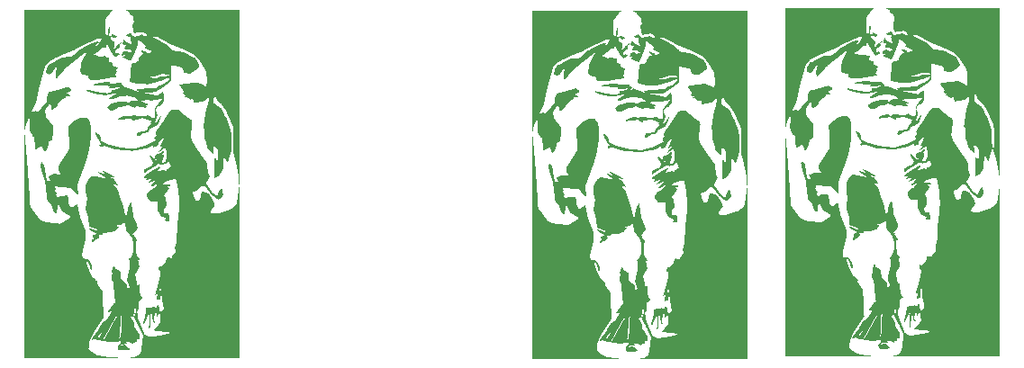
<source format=gtl>
G04*
G04 #@! TF.GenerationSoftware,Altium Limited,Altium Designer,21.7.2 (23)*
G04*
G04 Layer_Physical_Order=1*
G04 Layer_Color=255*
%FSLAX25Y25*%
%MOIN*%
G70*
G04*
G04 #@! TF.SameCoordinates,F83A8EBB-AC7C-4475-883D-DB270C42DBB2*
G04*
G04*
G04 #@! TF.FilePolarity,Positive*
G04*
G01*
G75*
G36*
X513537Y448992D02*
X513532Y384127D01*
X513504Y384156D01*
X513491Y384227D01*
X513479Y384338D01*
X513462Y384604D01*
X513450Y384947D01*
X513433Y385188D01*
X513425Y385271D01*
X513416Y385337D01*
X513408Y385411D01*
X513400Y385511D01*
X513392Y385618D01*
X513383Y385759D01*
X513375Y385975D01*
X513367Y386140D01*
X513358Y386256D01*
X513342Y386422D01*
X513325Y386571D01*
X513317Y386662D01*
X513284Y387309D01*
X513276Y387416D01*
X513267Y387499D01*
X513251Y387648D01*
X513242Y387731D01*
X513234Y387830D01*
X513226Y387971D01*
X513218Y388079D01*
X513209Y388145D01*
X513193Y388211D01*
X513172Y388282D01*
X513156Y388340D01*
X513147Y388398D01*
X513139Y388431D01*
X513131Y388530D01*
X513122Y388555D01*
X513114Y388589D01*
X513081Y388696D01*
X513073Y388729D01*
X513056Y388870D01*
X513048Y388903D01*
X513035Y388957D01*
X513027Y388990D01*
X513006Y389061D01*
X512990Y389127D01*
X512982Y389210D01*
X512973Y389243D01*
X512961Y389322D01*
X512948Y389367D01*
X512915Y389475D01*
X512899Y389591D01*
X512886Y389670D01*
X512878Y389711D01*
X512849Y389806D01*
X512832Y389873D01*
X512824Y389931D01*
X512812Y390026D01*
X512803Y390067D01*
X512795Y390100D01*
X512766Y390196D01*
X512750Y390262D01*
X512737Y390366D01*
X512721Y390457D01*
X512708Y390502D01*
X512683Y390585D01*
X512675Y390618D01*
X512667Y390676D01*
X512658Y390759D01*
X512650Y390792D01*
X512638Y390846D01*
X512617Y390916D01*
X512600Y390974D01*
X512592Y391008D01*
X512584Y391090D01*
X512576Y391124D01*
X512567Y391198D01*
X512559Y391223D01*
X512526Y391331D01*
X512509Y391397D01*
X512497Y391500D01*
X512489Y391542D01*
X512480Y391575D01*
X512456Y391641D01*
X512443Y391687D01*
X512435Y391720D01*
X512427Y391778D01*
X512414Y391857D01*
X512406Y391898D01*
X512373Y391989D01*
X512356Y392056D01*
X512348Y392105D01*
X512339Y392172D01*
X512331Y392221D01*
X512323Y392254D01*
X512306Y392296D01*
X512286Y392366D01*
X512277Y392399D01*
X512269Y392457D01*
X512261Y392491D01*
X512253Y392565D01*
X512244Y392590D01*
X512203Y392723D01*
X512194Y392756D01*
X512186Y392814D01*
X512174Y392892D01*
X512157Y392959D01*
X512132Y393025D01*
X512116Y393091D01*
X512103Y393203D01*
X512079Y393302D01*
X512062Y393344D01*
X512045Y393402D01*
X512037Y393435D01*
X512020Y393551D01*
X512000Y393638D01*
X511975Y393704D01*
X511958Y393771D01*
X511950Y393820D01*
X511942Y393886D01*
X511934Y393928D01*
X511925Y393961D01*
X511892Y394044D01*
X511880Y394090D01*
X511871Y394123D01*
X511859Y394201D01*
X511842Y394268D01*
X511822Y394313D01*
X511797Y394396D01*
X511789Y394454D01*
X511780Y394487D01*
X511772Y394537D01*
X511755Y394578D01*
X511731Y394636D01*
X511714Y394703D01*
X511702Y394781D01*
X511693Y394823D01*
X511660Y394905D01*
X511639Y394976D01*
X511623Y395042D01*
X511610Y395096D01*
X511565Y395191D01*
X511548Y395258D01*
X511536Y395320D01*
X511519Y395361D01*
X511482Y395448D01*
X511474Y395481D01*
X511457Y395556D01*
X511399Y395647D01*
X511391Y395680D01*
X511370Y395734D01*
X511358Y395746D01*
X511349Y395763D01*
X511333Y395779D01*
X511316Y395821D01*
X511308Y395854D01*
X511267Y395929D01*
X511250Y395945D01*
X511213Y396049D01*
X511192Y396103D01*
X511200Y396252D01*
X511209Y396277D01*
X511221Y396438D01*
X511229Y396587D01*
X511238Y396753D01*
X511246Y396869D01*
X511254Y396952D01*
X511263Y397026D01*
X511271Y397076D01*
X511279Y397142D01*
X511287Y397217D01*
X511296Y397300D01*
X511304Y397416D01*
X511312Y397598D01*
X511320Y397731D01*
X511329Y397838D01*
X511337Y397913D01*
X511345Y397979D01*
X511354Y398029D01*
X511370Y398178D01*
X511378Y398269D01*
X511387Y398410D01*
X511395Y398584D01*
X511403Y398957D01*
X511412Y399851D01*
X511420Y400630D01*
X511428Y401235D01*
X511436Y401807D01*
X511441Y401894D01*
X511432Y401918D01*
X511412Y402320D01*
X511403Y402502D01*
X511391Y403012D01*
X511383Y403319D01*
X511374Y403600D01*
X511366Y403633D01*
X511354Y403911D01*
X511341Y404155D01*
X511333Y404213D01*
X511320Y404549D01*
X511312Y404839D01*
X511304Y405203D01*
X511296Y405435D01*
X511292Y405448D01*
X511300Y405473D01*
X511292Y405506D01*
X511283Y405564D01*
X511250Y405622D01*
X511234Y405663D01*
X511221Y405717D01*
X511180Y405783D01*
X511159Y405829D01*
X511151Y405862D01*
X511130Y405916D01*
X511101Y405961D01*
X511076Y406019D01*
X511064Y406065D01*
X511047Y406106D01*
X511026Y406135D01*
X510993Y406210D01*
X510981Y406255D01*
X510964Y406297D01*
X510944Y406318D01*
X510919Y406376D01*
X510902Y406442D01*
X510844Y406533D01*
X510832Y406587D01*
X510807Y406653D01*
X510786Y406674D01*
X510778Y406690D01*
X510761Y406732D01*
X510753Y406765D01*
X510728Y406831D01*
X510687Y406889D01*
X510674Y406935D01*
X510666Y406968D01*
X510649Y407009D01*
X510629Y407038D01*
X510596Y407113D01*
X510583Y407159D01*
X510571Y407188D01*
X510529Y407245D01*
X510517Y407291D01*
X510509Y407324D01*
X510492Y407366D01*
X510471Y407395D01*
X510438Y407469D01*
X510426Y407515D01*
X510409Y407556D01*
X510397Y407569D01*
X510389Y407585D01*
X510355Y407660D01*
X510343Y407705D01*
X510301Y407771D01*
X510281Y407817D01*
X510273Y407867D01*
X510231Y407941D01*
X510198Y408016D01*
X510185Y408062D01*
X510144Y408128D01*
X510123Y408182D01*
X510115Y408215D01*
X510094Y408269D01*
X510074Y408298D01*
X510041Y408372D01*
X510032Y408405D01*
X510011Y408459D01*
X509991Y408480D01*
X509982Y408496D01*
X509966Y408538D01*
X509958Y408571D01*
X509937Y408625D01*
X509916Y408654D01*
X509883Y408728D01*
X509871Y408774D01*
X509854Y408815D01*
X509842Y408828D01*
X509833Y408844D01*
X509800Y408919D01*
X509792Y408952D01*
X509775Y408993D01*
X509734Y409052D01*
X509717Y409118D01*
X509697Y409172D01*
X509676Y409201D01*
X509643Y409275D01*
X509630Y409321D01*
X509589Y409387D01*
X509568Y409433D01*
X509556Y409478D01*
X509548Y409511D01*
X509506Y409578D01*
X509485Y409631D01*
X509477Y409665D01*
X509456Y409718D01*
X509444Y409731D01*
X509436Y409747D01*
X509411Y409789D01*
X509403Y409822D01*
X509390Y409867D01*
X509349Y409934D01*
X509328Y409979D01*
X509316Y410033D01*
X509299Y410075D01*
X509287Y410087D01*
X509278Y410104D01*
X509245Y410178D01*
X509237Y410211D01*
X509220Y410253D01*
X509179Y410311D01*
X509162Y410377D01*
X509142Y410431D01*
X509121Y410460D01*
X509088Y410534D01*
X509080Y410568D01*
X509038Y410642D01*
X509013Y410700D01*
X508997Y410758D01*
X508955Y410833D01*
X508930Y410891D01*
X508922Y410924D01*
X508901Y410978D01*
X508889Y410990D01*
X508881Y411007D01*
X508848Y411081D01*
X508839Y411114D01*
X508798Y411189D01*
X508773Y411247D01*
X508765Y411280D01*
X508744Y411334D01*
X508732Y411346D01*
X508723Y411363D01*
X508698Y411404D01*
X508682Y411471D01*
X508649Y411529D01*
X508632Y411545D01*
X508624Y411562D01*
X508582Y411636D01*
X508549Y411669D01*
X508541Y411686D01*
X508508Y411744D01*
X508466Y411785D01*
X508458Y411802D01*
X508425Y411860D01*
X508384Y411901D01*
X508342Y411976D01*
X508309Y412009D01*
X508301Y412026D01*
X508268Y412084D01*
X508218Y412133D01*
X508177Y412208D01*
X508143Y412241D01*
X508102Y412316D01*
X508061Y412357D01*
X508019Y412432D01*
X507986Y412465D01*
X507944Y412539D01*
X507903Y412581D01*
X507862Y412655D01*
X507820Y412697D01*
X507779Y412771D01*
X507746Y412804D01*
X507704Y412879D01*
X507663Y412920D01*
X507621Y412995D01*
X507588Y413028D01*
X507547Y413103D01*
X507505Y413144D01*
X507464Y413219D01*
X507422Y413260D01*
X507381Y413335D01*
X507348Y413368D01*
X507307Y413442D01*
X507265Y413484D01*
X507224Y413558D01*
X507191Y413591D01*
X507149Y413666D01*
X507108Y413707D01*
X507066Y413782D01*
X507025Y413823D01*
X506984Y413898D01*
X506950Y413931D01*
X506917Y413989D01*
X506876Y414031D01*
X506868Y414047D01*
X506814Y414101D01*
X506801Y414105D01*
X506793Y414122D01*
X506747Y414167D01*
X506731Y414176D01*
X506702Y414205D01*
X506694Y414221D01*
X506681Y414233D01*
X506665Y414242D01*
X506582Y414325D01*
X506565Y414333D01*
X506544Y414354D01*
X506536Y414370D01*
X506507Y414399D01*
X506491Y414407D01*
X506408Y414490D01*
X506391Y414499D01*
X506350Y414548D01*
X506304Y414586D01*
X506288Y414602D01*
X506279Y414619D01*
X506250Y414640D01*
X506176Y414714D01*
X506159Y414722D01*
X506130Y414751D01*
X506122Y414768D01*
X506101Y414789D01*
X506085Y414797D01*
X506002Y414880D01*
X505985Y414888D01*
X505973Y414900D01*
X505965Y414917D01*
X505944Y414938D01*
X505927Y414946D01*
X505836Y415037D01*
X505820Y415045D01*
X505791Y415074D01*
X505786Y415087D01*
X505770Y415095D01*
X505679Y415186D01*
X505662Y415195D01*
X505563Y415294D01*
X505546Y415302D01*
X505405Y415443D01*
X505389Y415451D01*
X505360Y415480D01*
X505302Y415588D01*
X505268Y415663D01*
X505239Y415741D01*
X505219Y415762D01*
X505210Y415779D01*
X505194Y415820D01*
X505177Y415878D01*
X505144Y415936D01*
X505128Y415953D01*
X505103Y416036D01*
X505061Y416110D01*
X505028Y416185D01*
X505016Y416230D01*
X504987Y416276D01*
X504962Y416317D01*
X504945Y416375D01*
X504925Y416429D01*
X504904Y416450D01*
X504896Y416466D01*
X504871Y416524D01*
X504858Y416570D01*
X504817Y416636D01*
X504796Y416682D01*
X504788Y416715D01*
X504767Y416769D01*
X504734Y416818D01*
X504713Y416864D01*
X504701Y416910D01*
X504684Y416951D01*
X504672Y416963D01*
X504664Y416980D01*
X504639Y417021D01*
X504622Y417088D01*
X504589Y417146D01*
X504573Y417162D01*
X504556Y417204D01*
X504544Y417257D01*
X504502Y417324D01*
X504473Y417394D01*
X504448Y417460D01*
X504415Y417510D01*
X504399Y417568D01*
X504390Y417601D01*
X504357Y417659D01*
X504337Y417672D01*
X504308Y417659D01*
X504299Y417643D01*
X504291Y417618D01*
X504283Y417585D01*
X504274Y417527D01*
X504262Y417448D01*
X504254Y417398D01*
X504245Y417332D01*
X504237Y417241D01*
X504229Y417108D01*
X504220Y417001D01*
X504212Y416926D01*
X504187Y416769D01*
X504167Y416599D01*
X504158Y416541D01*
X504138Y416247D01*
X504129Y416180D01*
X504113Y416073D01*
X504105Y416031D01*
X504092Y415919D01*
X504084Y415886D01*
X504076Y415704D01*
X504067Y415671D01*
X504059Y415505D01*
X504051Y415480D01*
X504038Y415385D01*
X504030Y415344D01*
X504022Y415294D01*
X504009Y415182D01*
X504001Y415124D01*
X503993Y414942D01*
X503984Y414884D01*
X503993Y414735D01*
X504030Y414689D01*
X504084Y414635D01*
X504088Y414623D01*
X504105Y414615D01*
X504125Y414594D01*
X504134Y414577D01*
X504332Y414378D01*
X504341Y414362D01*
X504353Y414350D01*
X504370Y414341D01*
X504390Y414321D01*
X504399Y414304D01*
X504581Y414122D01*
X504585Y414109D01*
X504602Y414101D01*
X504639Y414064D01*
X504647Y414047D01*
X504693Y414002D01*
X504709Y413993D01*
X504751Y413944D01*
X504887Y413807D01*
X504896Y413790D01*
X504945Y413749D01*
X504999Y413695D01*
X505074Y413654D01*
X505099Y413629D01*
X505115Y413621D01*
X505190Y413579D01*
X505223Y413546D01*
X505239Y413538D01*
X505314Y413496D01*
X505331Y413480D01*
X505347Y413471D01*
X505364Y413455D01*
X505438Y413413D01*
X505463Y413388D01*
X505480Y413380D01*
X505571Y413331D01*
X505604Y413297D01*
X505679Y413256D01*
X505703Y413231D01*
X505720Y413223D01*
X505795Y413181D01*
X505820Y413157D01*
X505836Y413148D01*
X505853Y413132D01*
X505886Y413123D01*
X505931Y413086D01*
X505944Y413074D01*
X505960Y413065D01*
X506035Y413024D01*
X506056Y413012D01*
X506060Y412999D01*
X506076Y412991D01*
X506093Y412974D01*
X506147Y412954D01*
X506184Y412916D01*
X506201Y412908D01*
X506275Y412867D01*
X506308Y412833D01*
X506325Y412825D01*
X506399Y412784D01*
X506424Y412759D01*
X506441Y412751D01*
X506515Y412709D01*
X506536Y412697D01*
X506544Y412680D01*
X506648Y412618D01*
X506706Y412577D01*
X506764Y412543D01*
X506851Y412457D01*
X506872Y412403D01*
X506884Y412390D01*
X506892Y412374D01*
X506917Y412349D01*
X506942Y412291D01*
X506967Y412249D01*
X507000Y412216D01*
X507021Y412162D01*
X507050Y412117D01*
X507066Y412100D01*
X507075Y412084D01*
X507124Y411993D01*
X507141Y411976D01*
X507149Y411959D01*
X507207Y411852D01*
X507240Y411819D01*
X507261Y411765D01*
X507290Y411719D01*
X507315Y411694D01*
X507340Y411636D01*
X507365Y411595D01*
X507389Y411570D01*
X507398Y411553D01*
X507447Y411462D01*
X507472Y411438D01*
X507497Y411379D01*
X507522Y411338D01*
X507559Y411293D01*
X507576Y411251D01*
X507584Y411218D01*
X507630Y411131D01*
X507646Y411065D01*
X507654Y411007D01*
X507692Y410903D01*
X507713Y410858D01*
X507729Y410791D01*
X507741Y410721D01*
X507766Y410655D01*
X507787Y410609D01*
X507804Y410551D01*
X507816Y410481D01*
X507824Y410448D01*
X507849Y410381D01*
X507870Y410336D01*
X507887Y410269D01*
X507895Y410211D01*
X507924Y410133D01*
X507953Y410062D01*
X507969Y409996D01*
X507982Y409926D01*
X508007Y409859D01*
X508019Y409847D01*
X508044Y409756D01*
X508077Y409698D01*
X508110Y409665D01*
X508118Y409648D01*
X508160Y409590D01*
X508185Y409565D01*
X508193Y409549D01*
X508251Y409474D01*
X508276Y409449D01*
X508284Y409433D01*
X508321Y409387D01*
X508350Y409358D01*
X508384Y409300D01*
X508425Y409259D01*
X508433Y409242D01*
X508487Y409163D01*
X508524Y409126D01*
X508549Y409085D01*
X508599Y409035D01*
X508624Y408993D01*
X508644Y408964D01*
X508657Y408960D01*
X508665Y408944D01*
X508682Y408927D01*
X508715Y408869D01*
X508756Y408828D01*
X508765Y408811D01*
X508802Y408757D01*
X508818Y408749D01*
X508831Y408737D01*
X508864Y408654D01*
X508914Y408546D01*
X508926Y408492D01*
X508934Y408451D01*
X508951Y408410D01*
X508997Y408306D01*
X509017Y408211D01*
X509034Y408169D01*
X509071Y408107D01*
X509084Y408037D01*
X509100Y407970D01*
X509154Y407850D01*
X509166Y407796D01*
X509175Y407755D01*
X509191Y407714D01*
X509229Y407651D01*
X509258Y407523D01*
X509274Y407482D01*
X509311Y407395D01*
X509320Y407361D01*
X509332Y407308D01*
X509357Y407241D01*
X509369Y407229D01*
X509386Y407188D01*
X509403Y407121D01*
X509411Y407071D01*
X509469Y406947D01*
X509481Y406893D01*
X509490Y406852D01*
X509506Y406811D01*
X509552Y406707D01*
X509572Y406612D01*
X509589Y406570D01*
X509618Y406516D01*
X509634Y406458D01*
X509643Y406425D01*
X509655Y406371D01*
X509668Y406342D01*
X509709Y406251D01*
X509717Y406218D01*
X509738Y406131D01*
X509784Y406044D01*
X509792Y406011D01*
X509813Y405916D01*
X509837Y405866D01*
X509867Y405796D01*
X509875Y405762D01*
X509887Y405709D01*
X509912Y405642D01*
X509925Y405630D01*
X509941Y405588D01*
X509958Y405522D01*
X509970Y405468D01*
X509987Y405427D01*
X510032Y405323D01*
X510045Y405253D01*
X510070Y405187D01*
X510082Y405174D01*
X510099Y405133D01*
X510115Y405075D01*
X510127Y405013D01*
X510144Y404971D01*
X510190Y404868D01*
X510210Y404773D01*
X510235Y404723D01*
X510256Y404677D01*
X510273Y404619D01*
X510293Y404532D01*
X510339Y404445D01*
X510347Y404412D01*
X510359Y404358D01*
X510368Y404317D01*
X510384Y404275D01*
X510397Y404263D01*
X510422Y404205D01*
X510430Y404172D01*
X510446Y404072D01*
X510455Y403766D01*
X510463Y403733D01*
X510471Y403443D01*
X510480Y403418D01*
X510500Y402892D01*
X510509Y402619D01*
X510517Y402179D01*
X510525Y401840D01*
X510533Y401591D01*
X510542Y401401D01*
X510550Y401235D01*
X510558Y401094D01*
X510567Y400937D01*
X510575Y400746D01*
X510583Y400514D01*
X510591Y400166D01*
X510600Y399744D01*
X510608Y399454D01*
X510616Y399230D01*
X510625Y399048D01*
X510633Y398890D01*
X510641Y398758D01*
X510649Y398584D01*
X510658Y398377D01*
X510666Y398095D01*
X510682Y397333D01*
X510691Y397068D01*
X510699Y396861D01*
X510703Y396765D01*
X510682Y396745D01*
X510649Y396736D01*
X510608Y396711D01*
X510596Y396699D01*
X510583Y396645D01*
X510575Y396612D01*
X510550Y396562D01*
X510533Y396521D01*
X510521Y396475D01*
X510509Y396405D01*
X510500Y396372D01*
X510475Y396306D01*
X510455Y396260D01*
X510438Y396194D01*
X510430Y396136D01*
X510401Y396057D01*
X510372Y395987D01*
X510355Y395920D01*
X510343Y395850D01*
X510301Y395759D01*
X510289Y395713D01*
X510281Y395680D01*
X510260Y395585D01*
X510244Y395543D01*
X510223Y395498D01*
X510206Y395440D01*
X510198Y395407D01*
X510190Y395349D01*
X510169Y395295D01*
X510152Y395253D01*
X510132Y395208D01*
X510115Y395109D01*
X510107Y395075D01*
X510090Y395034D01*
X510057Y394959D01*
X510041Y394893D01*
X510028Y394831D01*
X510020Y394798D01*
X510003Y394756D01*
X509982Y394711D01*
X509966Y394669D01*
X509953Y394591D01*
X509945Y394549D01*
X509929Y394508D01*
X509891Y394421D01*
X509875Y394321D01*
X509846Y394243D01*
X509825Y394197D01*
X509808Y394139D01*
X509800Y394106D01*
X509788Y394036D01*
X509763Y393969D01*
X509742Y393924D01*
X509726Y393866D01*
X509717Y393833D01*
X509705Y393771D01*
X509697Y393737D01*
X509651Y393634D01*
X509643Y393576D01*
X509634Y393543D01*
X509622Y393497D01*
X509606Y393456D01*
X509577Y393385D01*
X509568Y393352D01*
X509539Y393224D01*
X509494Y393120D01*
X509477Y393021D01*
X509440Y392917D01*
X509419Y392872D01*
X509403Y392805D01*
X509390Y392735D01*
X509365Y392669D01*
X509311Y392573D01*
X509299Y392561D01*
X509266Y392569D01*
X509241Y392594D01*
X509225Y392602D01*
X509142Y392685D01*
X509125Y392693D01*
X509080Y392731D01*
X509042Y392768D01*
X509026Y392776D01*
X508997Y392805D01*
X508988Y392822D01*
X508930Y392880D01*
X508922Y392897D01*
X508885Y392942D01*
X508856Y392971D01*
X508835Y393025D01*
X508806Y393070D01*
X508781Y393095D01*
X508765Y393137D01*
X508723Y393211D01*
X508698Y393236D01*
X508690Y393269D01*
X508661Y393348D01*
X508628Y393398D01*
X508607Y393468D01*
X508599Y393501D01*
X508533Y393642D01*
X508524Y393675D01*
X508504Y393729D01*
X508471Y393779D01*
X508450Y393833D01*
X508442Y393882D01*
X508400Y393957D01*
X508375Y394015D01*
X508359Y394081D01*
X508292Y394222D01*
X508280Y394276D01*
X508263Y394317D01*
X508226Y394379D01*
X508201Y394479D01*
X508135Y394620D01*
X508118Y394686D01*
X508077Y394744D01*
X508027Y394835D01*
X507998Y394864D01*
X507949Y394881D01*
X507920Y394860D01*
X507911Y394827D01*
X507899Y394731D01*
X507882Y394566D01*
X507866Y394458D01*
X507841Y394359D01*
X507833Y394317D01*
X507824Y394268D01*
X507812Y394156D01*
X507804Y394048D01*
X507795Y393965D01*
X507775Y393787D01*
X507762Y393675D01*
X507754Y393642D01*
X507741Y393497D01*
X507733Y393365D01*
X507725Y393191D01*
X507717Y393083D01*
X507708Y392992D01*
X507679Y392756D01*
X507671Y392723D01*
X507659Y392553D01*
X507650Y392395D01*
X507642Y392246D01*
X507634Y392138D01*
X507625Y392047D01*
X507617Y391964D01*
X507609Y391898D01*
X507601Y391824D01*
X507592Y391733D01*
X507584Y391625D01*
X507576Y391467D01*
X507568Y391252D01*
X507559Y391103D01*
X507551Y390995D01*
X507543Y390912D01*
X507518Y390689D01*
X507510Y390589D01*
X507497Y390345D01*
X507489Y390163D01*
X507476Y389960D01*
X507468Y389860D01*
X507460Y389777D01*
X507451Y389711D01*
X507443Y389628D01*
X507435Y389595D01*
X507406Y389516D01*
X507369Y389471D01*
X507348Y389450D01*
X507307Y389375D01*
X507273Y389342D01*
X507265Y389326D01*
X507232Y389268D01*
X507191Y389226D01*
X507149Y389152D01*
X507116Y389119D01*
X507108Y389102D01*
X507075Y389044D01*
X507033Y389003D01*
X507025Y388986D01*
X506992Y388928D01*
X506959Y388895D01*
X506950Y388878D01*
X506917Y388820D01*
X506896Y388791D01*
X506880Y388783D01*
X506843Y388721D01*
X506834Y388704D01*
X506801Y388671D01*
X506793Y388655D01*
X506751Y388580D01*
X506710Y388539D01*
X506702Y388522D01*
X506660Y388464D01*
X506636Y388439D01*
X506586Y388348D01*
X506553Y388315D01*
X506511Y388241D01*
X506470Y388199D01*
X506428Y388124D01*
X506395Y388091D01*
X506387Y388075D01*
X506354Y388017D01*
X506312Y387975D01*
X506271Y387901D01*
X506230Y387859D01*
X506188Y387785D01*
X506155Y387752D01*
X506114Y387677D01*
X506072Y387636D01*
X506064Y387619D01*
X506027Y387574D01*
X505994Y387541D01*
X505977Y387532D01*
X505886Y387483D01*
X505869Y387466D01*
X505853Y387458D01*
X505745Y387400D01*
X505720Y387375D01*
X505666Y387354D01*
X505637Y387342D01*
X505592Y387304D01*
X505579Y387292D01*
X505501Y387263D01*
X505472Y387234D01*
X505455Y387226D01*
X505347Y387168D01*
X505322Y387143D01*
X505264Y387118D01*
X505206Y387085D01*
X505182Y387060D01*
X505140Y387043D01*
X505066Y387002D01*
X505049Y386985D01*
X505032Y386977D01*
X504974Y386952D01*
X504958Y386944D01*
X504912Y386907D01*
X504796Y386849D01*
X504767Y386820D01*
X504726Y386803D01*
X504651Y386762D01*
X504635Y386745D01*
X504544Y386695D01*
X504486Y386671D01*
X504457Y386691D01*
X504448Y386724D01*
X504436Y387159D01*
X504419Y387632D01*
X504411Y387913D01*
X504403Y388286D01*
X504394Y388883D01*
X504386Y389744D01*
X504378Y390390D01*
X504370Y390821D01*
X504361Y391177D01*
X504337Y392105D01*
X504328Y392768D01*
X504320Y393605D01*
X504316Y393617D01*
X504324Y393642D01*
X504316Y393725D01*
X504324Y393766D01*
X504345Y393787D01*
X504378Y393795D01*
X504821Y393799D01*
X504854Y393791D01*
X504883Y393771D01*
X504916Y393721D01*
X504937Y393667D01*
X504962Y393567D01*
X505003Y393501D01*
X505020Y393460D01*
X505032Y393398D01*
X505057Y393331D01*
X505070Y393319D01*
X505095Y393261D01*
X505119Y393162D01*
X505153Y393104D01*
X505190Y393066D01*
X505264Y393075D01*
X505339Y393133D01*
X505380Y393157D01*
X505455Y393199D01*
X505480Y393224D01*
X505538Y393249D01*
X505579Y393273D01*
X505604Y393298D01*
X505621Y393307D01*
X505658Y393336D01*
X505675Y393394D01*
X505666Y393501D01*
X505658Y396815D01*
X505592Y396915D01*
X505563Y396993D01*
X505534Y397022D01*
X505525Y397039D01*
X505501Y397097D01*
X505484Y397138D01*
X505434Y397213D01*
X505409Y397279D01*
X505372Y397325D01*
X505360Y397337D01*
X505343Y397378D01*
X505310Y397436D01*
X505293Y397445D01*
X505285Y397461D01*
X505244Y397536D01*
X505210Y397569D01*
X505202Y397586D01*
X505153Y397677D01*
X505119Y397710D01*
X505086Y397768D01*
X505057Y397789D01*
X505028Y397817D01*
X505020Y397834D01*
X504991Y397863D01*
X504974Y397871D01*
X504954Y397892D01*
X504945Y397909D01*
X504834Y398021D01*
X504801Y398029D01*
X504709Y398087D01*
X504656Y398099D01*
X504614Y398116D01*
X504519Y398161D01*
X504353Y398178D01*
X504295Y398186D01*
X504262Y398195D01*
X504129Y398203D01*
X503968Y398207D01*
X503939Y398195D01*
X503910Y398165D01*
X503906Y398103D01*
X503914Y397987D01*
X503922Y397822D01*
X503931Y397714D01*
X503939Y397623D01*
X503951Y397511D01*
X503960Y397478D01*
X503972Y397358D01*
X503980Y397267D01*
X503989Y397134D01*
X503997Y396952D01*
X504005Y396811D01*
X504013Y396720D01*
X504022Y396637D01*
X504034Y396525D01*
X504042Y396492D01*
X504055Y396364D01*
X504063Y396256D01*
X504071Y396098D01*
X504080Y395933D01*
X504088Y395817D01*
X504096Y395717D01*
X504113Y395618D01*
X504117Y395589D01*
X504084Y395531D01*
X504030Y395510D01*
X503939Y395519D01*
X503922Y395535D01*
X503877Y395548D01*
X503835Y395564D01*
X503823Y395577D01*
X503806Y395585D01*
X503773Y395618D01*
X503715Y395651D01*
X503694Y395663D01*
X503686Y395680D01*
X503674Y395692D01*
X503657Y395701D01*
X503595Y395746D01*
X503587Y395763D01*
X503558Y395784D01*
X503512Y395821D01*
X503475Y395858D01*
X503458Y395866D01*
X503375Y395949D01*
X503359Y395958D01*
X503338Y395978D01*
X503330Y395995D01*
X503317Y396007D01*
X503301Y396016D01*
X503235Y396082D01*
X503218Y396090D01*
X503135Y396173D01*
X503119Y396181D01*
X503036Y396264D01*
X503019Y396272D01*
X502945Y396347D01*
X502928Y396355D01*
X502845Y396438D01*
X502829Y396446D01*
X502808Y396467D01*
X502800Y396484D01*
X502779Y396504D01*
X502762Y396513D01*
X502477Y396798D01*
X502472Y396811D01*
X502456Y396819D01*
X502394Y396881D01*
X502390Y396894D01*
X502373Y396902D01*
X502319Y396956D01*
X502315Y396968D01*
X502298Y396977D01*
X502236Y397039D01*
X502232Y397051D01*
X502216Y397059D01*
X502162Y397113D01*
X502153Y397130D01*
X502125Y397151D01*
X502079Y397196D01*
X502071Y397213D01*
X502042Y397234D01*
X501996Y397279D01*
X501988Y397296D01*
X501959Y397316D01*
X501922Y397354D01*
X501913Y397370D01*
X501901Y397383D01*
X501884Y397391D01*
X501847Y397428D01*
X501839Y397445D01*
X501818Y397465D01*
X501801Y397474D01*
X501772Y397503D01*
X501756Y397569D01*
X501748Y398008D01*
X501731Y398049D01*
X501714Y398108D01*
X501698Y398174D01*
X501690Y398257D01*
X501681Y398290D01*
X501669Y398385D01*
X501661Y398418D01*
X501632Y398514D01*
X501623Y398547D01*
X501607Y398663D01*
X501594Y398733D01*
X501553Y398824D01*
X501541Y398870D01*
X501532Y398903D01*
X501511Y398998D01*
X501495Y399040D01*
X501474Y399085D01*
X501458Y399143D01*
X501449Y399176D01*
X501437Y399238D01*
X501429Y399271D01*
X501383Y399375D01*
X501375Y399408D01*
X501362Y399479D01*
X501354Y399512D01*
X501337Y399553D01*
X501325Y399582D01*
X501308Y399624D01*
X501292Y399690D01*
X501284Y399748D01*
X501263Y399802D01*
X501217Y399905D01*
X501209Y399963D01*
X501201Y399996D01*
X501143Y400121D01*
X501130Y400175D01*
X501122Y400216D01*
X501114Y400249D01*
X501077Y400319D01*
X501060Y400361D01*
X501031Y400489D01*
X500985Y400576D01*
X500973Y400630D01*
X500965Y400672D01*
X500956Y400705D01*
X500940Y400746D01*
X500927Y400759D01*
X500903Y400817D01*
X500874Y400945D01*
X500820Y401065D01*
X500799Y401160D01*
X500782Y401202D01*
X500770Y401247D01*
X500762Y404710D01*
X500729Y404768D01*
X500700Y404797D01*
X500683Y404806D01*
X500662Y404835D01*
X500617Y404880D01*
X500600Y404888D01*
X500579Y404917D01*
X500542Y404955D01*
X500526Y404963D01*
X500513Y404976D01*
X500505Y404992D01*
X500468Y405029D01*
X500451Y405038D01*
X500430Y405058D01*
X500422Y405075D01*
X500377Y405120D01*
X500360Y405129D01*
X500339Y405158D01*
X500294Y405203D01*
X500281Y405207D01*
X500273Y405224D01*
X500256Y405265D01*
X500265Y405423D01*
X500273Y405448D01*
X500285Y405535D01*
X500294Y405576D01*
X500302Y405609D01*
X500310Y405651D01*
X500323Y405762D01*
X500331Y405821D01*
X500343Y405974D01*
X500352Y406040D01*
X500368Y406131D01*
X500385Y406214D01*
X500401Y406313D01*
X500410Y406396D01*
X500418Y406512D01*
X500426Y406595D01*
X500451Y406744D01*
X500459Y406777D01*
X500468Y406819D01*
X500476Y406869D01*
X500484Y406935D01*
X500492Y407026D01*
X500501Y407134D01*
X500509Y407208D01*
X500526Y407308D01*
X500534Y407341D01*
X500551Y407424D01*
X500563Y407535D01*
X500571Y407593D01*
X500584Y407755D01*
X500600Y407863D01*
X500633Y408028D01*
X500642Y408095D01*
X500650Y408178D01*
X500658Y408277D01*
X500666Y408343D01*
X500675Y408393D01*
X500691Y408476D01*
X500708Y408542D01*
X500716Y408592D01*
X500724Y408658D01*
X500733Y408741D01*
X500741Y408832D01*
X500758Y408940D01*
X500774Y409006D01*
X500782Y409047D01*
X500791Y409081D01*
X500803Y409192D01*
X500811Y409250D01*
X500824Y409387D01*
X500832Y409437D01*
X500840Y409478D01*
X500865Y409578D01*
X500874Y409627D01*
X500886Y409739D01*
X500894Y409847D01*
X500911Y409963D01*
X500919Y409996D01*
X500932Y410050D01*
X500940Y410091D01*
X500948Y410124D01*
X500956Y410174D01*
X500965Y410240D01*
X500973Y410340D01*
X500981Y410423D01*
X500989Y410472D01*
X501006Y410539D01*
X501010Y410559D01*
X501014Y410564D01*
X501027Y410609D01*
X501035Y410642D01*
X501043Y410700D01*
X501052Y410783D01*
X501060Y410841D01*
X501085Y410940D01*
X501101Y410982D01*
X501126Y411123D01*
X501134Y411205D01*
X501155Y411301D01*
X501163Y411334D01*
X501184Y411404D01*
X501201Y411471D01*
X501213Y411583D01*
X501222Y411649D01*
X501246Y411748D01*
X501267Y411819D01*
X501275Y411852D01*
X501292Y411968D01*
X501300Y412001D01*
X501321Y412055D01*
X501333Y412067D01*
X501350Y412109D01*
X501367Y412175D01*
X501387Y412262D01*
X501433Y412357D01*
X501445Y412411D01*
X501453Y412452D01*
X501462Y412486D01*
X501478Y412527D01*
X501516Y412614D01*
X501524Y412647D01*
X501545Y412734D01*
X501561Y412776D01*
X501574Y412788D01*
X501598Y412871D01*
X501607Y412904D01*
X501623Y412978D01*
X501673Y413086D01*
X501681Y413119D01*
X501702Y413206D01*
X501719Y413248D01*
X501756Y413335D01*
X501768Y413388D01*
X501777Y413430D01*
X501801Y413496D01*
X501814Y413509D01*
X501839Y413591D01*
X501847Y413625D01*
X501859Y413687D01*
X501905Y413782D01*
X501930Y413881D01*
X501938Y413931D01*
X501996Y414055D01*
X502025Y414184D01*
X502062Y414254D01*
X502079Y414312D01*
X502096Y414378D01*
X502120Y414436D01*
X502112Y414503D01*
X502096Y414544D01*
X502087Y414602D01*
X502108Y414805D01*
X502125Y414913D01*
X502145Y415083D01*
X502153Y415141D01*
X502162Y415323D01*
X502170Y415406D01*
X502182Y415567D01*
X502216Y415791D01*
X502224Y415857D01*
X502232Y415940D01*
X502245Y416185D01*
X502265Y416388D01*
X502274Y416454D01*
X502290Y416553D01*
X502298Y416636D01*
X502307Y416686D01*
X502315Y416727D01*
X502319Y416756D01*
X502290Y416810D01*
X502257Y416802D01*
X502212Y416756D01*
X502203Y416740D01*
X502191Y416727D01*
X502174Y416719D01*
X502067Y416611D01*
X502050Y416603D01*
X501909Y416462D01*
X501893Y416454D01*
X501810Y416371D01*
X501793Y416363D01*
X501781Y416350D01*
X501772Y416334D01*
X501743Y416305D01*
X501727Y416296D01*
X501644Y416214D01*
X501627Y416205D01*
X501586Y416156D01*
X501570Y416139D01*
X501553Y416131D01*
X501532Y416110D01*
X501524Y416093D01*
X501503Y416073D01*
X501487Y416065D01*
X501404Y415982D01*
X501387Y415973D01*
X501375Y415961D01*
X501367Y415944D01*
X501337Y415915D01*
X501321Y415907D01*
X501275Y415862D01*
X501267Y415845D01*
X501238Y415824D01*
X501217Y415812D01*
X501209Y415795D01*
X501163Y415750D01*
X501147Y415741D01*
X501118Y415712D01*
X501110Y415696D01*
X501097Y415683D01*
X501081Y415675D01*
X500998Y415592D01*
X500981Y415584D01*
X500960Y415563D01*
X500952Y415547D01*
X500932Y415526D01*
X500915Y415518D01*
X500832Y415435D01*
X500815Y415426D01*
X500795Y415406D01*
X500787Y415389D01*
X500766Y415369D01*
X500749Y415360D01*
X500666Y415277D01*
X500650Y415269D01*
X500592Y415211D01*
X500534Y415195D01*
X500439Y415174D01*
X500397Y415157D01*
X500302Y415128D01*
X500269Y415120D01*
X500149Y415099D01*
X500082Y415074D01*
X499987Y415045D01*
X499929Y415037D01*
X499896Y415029D01*
X499834Y415016D01*
X499768Y414992D01*
X499714Y414971D01*
X499656Y414963D01*
X499623Y414954D01*
X499544Y414942D01*
X499498Y414929D01*
X499457Y414913D01*
X499358Y414888D01*
X499299Y414880D01*
X499171Y414859D01*
X499138Y414851D01*
X499043Y414822D01*
X498976Y414805D01*
X498873Y414793D01*
X498823Y414784D01*
X498782Y414776D01*
X498686Y414747D01*
X498628Y414731D01*
X498488Y414714D01*
X498405Y414706D01*
X498372Y414698D01*
X498301Y414685D01*
X498268Y414677D01*
X498185Y414660D01*
X498073Y414648D01*
X498015Y414640D01*
X497870Y414627D01*
X497804Y414619D01*
X497721Y414602D01*
X497688Y414594D01*
X497647Y414586D01*
X497597Y414577D01*
X497498Y414569D01*
X497340Y414561D01*
X497158Y414552D01*
X497025Y414544D01*
X496926Y414536D01*
X496860Y414528D01*
X496773Y414524D01*
X496727Y414561D01*
X496702Y414619D01*
X496681Y414789D01*
X496673Y414905D01*
X496665Y414987D01*
X496657Y415054D01*
X496648Y415103D01*
X496628Y415174D01*
X496611Y415232D01*
X496603Y415265D01*
X496582Y415393D01*
X496574Y415426D01*
X496553Y415480D01*
X496528Y415563D01*
X496508Y415659D01*
X496479Y415704D01*
X496462Y415721D01*
X496437Y415779D01*
X496425Y415824D01*
X496412Y415837D01*
X496404Y415853D01*
X496379Y415878D01*
X496346Y415961D01*
X496271Y416036D01*
X496263Y416052D01*
X496251Y416065D01*
X496234Y416073D01*
X496205Y416102D01*
X496197Y416118D01*
X496160Y416156D01*
X496085Y416147D01*
X496039Y416110D01*
X496027Y416089D01*
X496010Y416081D01*
X495965Y416044D01*
X495928Y416007D01*
X495911Y415998D01*
X495865Y415961D01*
X495845Y415940D01*
X495828Y415932D01*
X495812Y415915D01*
X495795Y415907D01*
X495750Y415870D01*
X495720Y415841D01*
X495704Y415833D01*
X495658Y415795D01*
X495621Y415758D01*
X495605Y415750D01*
X495559Y415712D01*
X495551Y415696D01*
X495489Y415650D01*
X495472Y415642D01*
X495455Y415625D01*
X495422Y415634D01*
X495364Y415675D01*
X495348Y415683D01*
X495290Y415741D01*
X495248Y415766D01*
X495207Y415808D01*
X495190Y415816D01*
X495112Y415870D01*
X495074Y415907D01*
X495033Y415932D01*
X494983Y415982D01*
X494942Y416007D01*
X494892Y416056D01*
X494834Y416089D01*
X494784Y416139D01*
X494726Y416172D01*
X494677Y416222D01*
X494615Y416259D01*
X494606Y416276D01*
X494586Y416296D01*
X494527Y416330D01*
X494507Y416350D01*
X494503Y416363D01*
X494486Y416371D01*
X494428Y416412D01*
X494412Y416421D01*
X494370Y416462D01*
X494312Y416495D01*
X494300Y416508D01*
X494291Y416524D01*
X494200Y416582D01*
X494188Y416595D01*
X494155Y416603D01*
X494130Y416611D01*
X494105Y416603D01*
X493450Y416611D01*
X493297Y416615D01*
X493160Y416611D01*
X493119Y416636D01*
X493115Y416673D01*
X493144Y416702D01*
X493235Y416752D01*
X493260Y416777D01*
X493318Y416810D01*
X493330Y416822D01*
X493339Y416839D01*
X493388Y416872D01*
X493438Y416914D01*
X493450Y416926D01*
X493467Y416934D01*
X493546Y416988D01*
X493575Y417017D01*
X493633Y417050D01*
X493682Y417100D01*
X493724Y417125D01*
X493765Y417166D01*
X493823Y417199D01*
X493840Y417216D01*
X493856Y417224D01*
X493873Y417241D01*
X493890Y417249D01*
X493944Y417286D01*
X493935Y417328D01*
X493890Y417340D01*
X493703Y417336D01*
X493351Y417340D01*
X493334Y417332D01*
X493310Y417340D01*
X493210Y417349D01*
X493189Y417369D01*
X493181Y417386D01*
X493144Y417431D01*
X493107Y417469D01*
X493098Y417485D01*
X493061Y417531D01*
X493032Y417560D01*
X493024Y417576D01*
X492978Y417638D01*
X492962Y417647D01*
X492941Y417676D01*
X492904Y417721D01*
X492866Y417759D01*
X492858Y417775D01*
X492821Y417821D01*
X492784Y417858D01*
X492775Y417875D01*
X492746Y417912D01*
X492730Y417920D01*
X492697Y417970D01*
X492676Y417999D01*
X492618Y418057D01*
X492610Y418098D01*
X492647Y418144D01*
X492705Y418177D01*
X492730Y418202D01*
X492771Y418219D01*
X492829Y418252D01*
X492862Y418285D01*
X492916Y418305D01*
X492966Y418339D01*
X492987Y418359D01*
X493045Y418384D01*
X493061Y418392D01*
X493078Y418409D01*
X493094Y418417D01*
X493111Y418434D01*
X493127Y418442D01*
X493173Y418479D01*
X493165Y418529D01*
X493107Y418587D01*
X493090Y418629D01*
X493082Y418645D01*
X493045Y418691D01*
X493024Y418711D01*
X493007Y418753D01*
X492970Y418798D01*
X492949Y418819D01*
X492929Y418873D01*
X492916Y418885D01*
X492908Y418902D01*
X492875Y418935D01*
X492833Y419010D01*
X492800Y419043D01*
X492792Y419059D01*
X492751Y419134D01*
X492717Y419167D01*
X492676Y419242D01*
X492663Y419262D01*
X492647Y419271D01*
X492593Y419366D01*
X492568Y419391D01*
X492560Y419407D01*
X492519Y419482D01*
X492469Y419532D01*
X492460Y419565D01*
X492403Y419639D01*
X492361Y419714D01*
X492320Y419755D01*
X492270Y419846D01*
X492237Y419879D01*
X492187Y419971D01*
X492170Y419979D01*
X492162Y419995D01*
X492121Y420070D01*
X492088Y420103D01*
X492079Y420120D01*
X492038Y420194D01*
X491997Y420236D01*
X491947Y420327D01*
X491914Y420360D01*
X491893Y420414D01*
X491847Y420459D01*
X491839Y420476D01*
X491798Y420551D01*
X491765Y420584D01*
X491715Y420675D01*
X491674Y420716D01*
X491653Y420770D01*
X491632Y420791D01*
X491624Y420807D01*
X491599Y420832D01*
X491558Y420907D01*
X491524Y420940D01*
X491475Y421031D01*
X491450Y421056D01*
X491441Y421089D01*
X491450Y421131D01*
X491462Y421143D01*
X491495Y421151D01*
X491578Y421160D01*
X491611Y421168D01*
X491657Y421180D01*
X491740Y421213D01*
X491785Y421226D01*
X491885Y421242D01*
X491918Y421251D01*
X491963Y421263D01*
X492005Y421280D01*
X492059Y421300D01*
X492092Y421309D01*
X492257Y421325D01*
X492291Y421334D01*
X492361Y421346D01*
X492394Y421354D01*
X492440Y421367D01*
X492506Y421383D01*
X492610Y421396D01*
X492693Y421404D01*
X492759Y421412D01*
X492800Y421420D01*
X492866Y421437D01*
X492912Y421450D01*
X492966Y421462D01*
X493078Y421474D01*
X493160Y421483D01*
X493219Y421491D01*
X493252Y421499D01*
X493305Y421512D01*
X493372Y421528D01*
X493413Y421536D01*
X493479Y421545D01*
X493571Y421553D01*
X493687Y421561D01*
X493778Y421570D01*
X493844Y421578D01*
X493894Y421586D01*
X493977Y421603D01*
X494076Y421619D01*
X494151Y421628D01*
X494250Y421636D01*
X494366Y421644D01*
X494441Y421652D01*
X494548Y421669D01*
X494631Y421686D01*
X494681Y421694D01*
X494793Y421706D01*
X494875Y421715D01*
X495037Y421727D01*
X495103Y421735D01*
X495203Y421752D01*
X495286Y421768D01*
X495335Y421777D01*
X495402Y421785D01*
X495501Y421793D01*
X495642Y421802D01*
X495741Y421810D01*
X495808Y421818D01*
X495957Y421843D01*
X496127Y421864D01*
X496234Y421872D01*
X496392Y421880D01*
X496450Y421888D01*
X496561Y421901D01*
X496760Y421934D01*
X496835Y421942D01*
X496943Y421951D01*
X497083Y421959D01*
X497175Y421967D01*
X497249Y421976D01*
X497357Y421992D01*
X497406Y422000D01*
X497576Y422021D01*
X497659Y422029D01*
X497945Y422050D01*
X498057Y422062D01*
X498106Y422054D01*
X498148Y422038D01*
X498194Y422025D01*
X498260Y421984D01*
X498305Y421963D01*
X498339Y421955D01*
X498392Y421934D01*
X498442Y421901D01*
X498496Y421880D01*
X498554Y421864D01*
X498570Y421855D01*
X498628Y421814D01*
X498686Y421797D01*
X498753Y421773D01*
X498811Y421731D01*
X498869Y421715D01*
X498902Y421706D01*
X498993Y421648D01*
X499047Y421636D01*
X499088Y421619D01*
X499134Y421590D01*
X499208Y421557D01*
X499254Y421545D01*
X499320Y421503D01*
X499374Y421483D01*
X499407Y421474D01*
X499461Y421454D01*
X499482Y421433D01*
X499498Y421425D01*
X499556Y421400D01*
X499602Y421387D01*
X499631Y421375D01*
X499689Y421334D01*
X499755Y421317D01*
X499846Y421267D01*
X499904Y421242D01*
X499950Y421230D01*
X499979Y421217D01*
X500037Y421176D01*
X500128Y421151D01*
X500186Y421118D01*
X500227Y421093D01*
X500285Y421077D01*
X500339Y421056D01*
X500352Y421043D01*
X500368Y421035D01*
X500410Y421010D01*
X500476Y420994D01*
X500534Y420961D01*
X500654Y420898D01*
X500662Y420882D01*
X500729Y420816D01*
X500737Y420799D01*
X500753Y420783D01*
X500758Y420770D01*
X500774Y420762D01*
X500803Y420733D01*
X500811Y420716D01*
X500849Y420671D01*
X500886Y420633D01*
X500894Y420617D01*
X500911Y420600D01*
X500919Y420584D01*
X500944Y420567D01*
X500952Y420551D01*
X500969Y420534D01*
X500977Y420517D01*
X501014Y420472D01*
X501043Y420443D01*
X501052Y420426D01*
X501068Y420410D01*
X501077Y420393D01*
X501134Y420335D01*
X501143Y420319D01*
X501155Y420298D01*
X501172Y420290D01*
X501201Y420261D01*
X501209Y420244D01*
X501246Y420198D01*
X501284Y420161D01*
X501292Y420145D01*
X501350Y420087D01*
X501358Y420070D01*
X501375Y420053D01*
X501383Y420037D01*
X501404Y420024D01*
X501433Y420045D01*
X501441Y420078D01*
X501437Y420190D01*
X501449Y420700D01*
X501462Y421358D01*
X501478Y421814D01*
X501487Y421988D01*
X501495Y422121D01*
X501503Y422278D01*
X501511Y422502D01*
X501520Y422618D01*
X501528Y422965D01*
X501532Y423864D01*
X501524Y423889D01*
X501516Y424096D01*
X501507Y424121D01*
X501495Y424233D01*
X501487Y424274D01*
X501466Y424444D01*
X501458Y424502D01*
X501449Y424685D01*
X501441Y424743D01*
X501433Y424892D01*
X501425Y424917D01*
X501412Y425020D01*
X501404Y425062D01*
X501391Y425173D01*
X501383Y425207D01*
X501371Y425385D01*
X501362Y425534D01*
X501354Y425625D01*
X501346Y425700D01*
X501321Y425857D01*
X501304Y425989D01*
X501296Y426089D01*
X501288Y426139D01*
X501271Y426180D01*
X501251Y426209D01*
X501226Y426234D01*
X501205Y426288D01*
X501188Y426329D01*
X501151Y426366D01*
X501126Y426424D01*
X501093Y426482D01*
X501068Y426507D01*
X501035Y426590D01*
X500998Y426636D01*
X500940Y426752D01*
X500919Y426772D01*
X500911Y426789D01*
X500886Y426847D01*
X500878Y426863D01*
X500840Y426909D01*
X500820Y426946D01*
X500799Y427000D01*
X500778Y427029D01*
X500753Y427054D01*
X500737Y427095D01*
X500695Y427170D01*
X500679Y427187D01*
X500671Y427203D01*
X500646Y427261D01*
X500621Y427303D01*
X500596Y427327D01*
X500571Y427385D01*
X500546Y427427D01*
X500522Y427452D01*
X500513Y427468D01*
X500463Y427559D01*
X500422Y427617D01*
X500406Y427659D01*
X500397Y427675D01*
X500381Y427692D01*
X500372Y427708D01*
X500348Y427733D01*
X500327Y427787D01*
X500298Y427833D01*
X500273Y427858D01*
X500215Y427965D01*
X500190Y427990D01*
X500174Y428032D01*
X500140Y428090D01*
X500115Y428114D01*
X500091Y428172D01*
X500066Y428214D01*
X500033Y428247D01*
X500016Y428288D01*
X499983Y428346D01*
X499958Y428371D01*
X499933Y428429D01*
X499908Y428471D01*
X499884Y428496D01*
X499875Y428512D01*
X499825Y428603D01*
X499792Y428636D01*
X499776Y428678D01*
X499768Y428694D01*
X499730Y428740D01*
X499718Y428752D01*
X499668Y428843D01*
X499643Y428868D01*
X499635Y428885D01*
X499594Y428960D01*
X499560Y428993D01*
X499502Y429100D01*
X499469Y429133D01*
X499453Y429175D01*
X499444Y429191D01*
X499411Y429225D01*
X499403Y429241D01*
X499353Y429332D01*
X499312Y429374D01*
X499295Y429415D01*
X499287Y429432D01*
X499250Y429477D01*
X499237Y429490D01*
X499188Y429581D01*
X499155Y429614D01*
X499138Y429655D01*
X499130Y429672D01*
X499092Y429717D01*
X499030Y429821D01*
X499005Y429846D01*
X498997Y429862D01*
X498964Y429920D01*
X498922Y429962D01*
X498914Y429979D01*
X498860Y430057D01*
X498831Y430086D01*
X498823Y430103D01*
X498786Y430148D01*
X498765Y430169D01*
X498757Y430186D01*
X498715Y430244D01*
X498691Y430268D01*
X498682Y430285D01*
X498628Y430364D01*
X498599Y430393D01*
X498591Y430409D01*
X498550Y430467D01*
X498517Y430500D01*
X498508Y430517D01*
X498450Y430592D01*
X498434Y430608D01*
X498401Y430666D01*
X498388Y430687D01*
X498372Y430695D01*
X498326Y430765D01*
X498276Y430815D01*
X498243Y430873D01*
X498202Y430915D01*
X498160Y430989D01*
X498111Y431039D01*
X498086Y431080D01*
X498028Y431138D01*
X498020Y431155D01*
X497953Y431221D01*
X497945Y431238D01*
X497879Y431304D01*
X497870Y431321D01*
X497804Y431387D01*
X497796Y431403D01*
X497758Y431449D01*
X497713Y431495D01*
X497705Y431511D01*
X497667Y431557D01*
X497638Y431577D01*
X497630Y431594D01*
X497568Y431656D01*
X497551Y431664D01*
X497539Y431677D01*
X497531Y431693D01*
X497502Y431722D01*
X497485Y431731D01*
X497328Y431888D01*
X497311Y431896D01*
X497253Y431954D01*
X497237Y431963D01*
X497158Y432017D01*
X497154Y432029D01*
X497137Y432037D01*
X497121Y432054D01*
X497079Y432079D01*
X497046Y432112D01*
X497029Y432120D01*
X496972Y432153D01*
X496930Y432195D01*
X496913Y432203D01*
X496855Y432236D01*
X496814Y432277D01*
X496756Y432302D01*
X496739Y432311D01*
X496723Y432327D01*
X496706Y432336D01*
X496681Y432360D01*
X496640Y432377D01*
X496624Y432385D01*
X496578Y432422D01*
X496565Y432435D01*
X496458Y432493D01*
X496433Y432518D01*
X496342Y432567D01*
X496317Y432592D01*
X496259Y432617D01*
X496218Y432642D01*
X496201Y432659D01*
X496184Y432667D01*
X496110Y432700D01*
X496068Y432725D01*
X496052Y432741D01*
X496035Y432750D01*
X495977Y432774D01*
X495919Y432808D01*
X495903Y432824D01*
X495886Y432832D01*
X495845Y432849D01*
X495770Y432891D01*
X495754Y432907D01*
X495696Y432932D01*
X495654Y432948D01*
X495609Y432986D01*
X495563Y433006D01*
X495522Y433023D01*
X495505Y433031D01*
X495480Y433056D01*
X495464Y433065D01*
X495389Y433098D01*
X495348Y433122D01*
X495323Y433147D01*
X495281Y433164D01*
X495228Y433185D01*
X495199Y433205D01*
X495182Y433222D01*
X495165Y433230D01*
X495124Y433247D01*
X495049Y433288D01*
X495033Y433305D01*
X494975Y433330D01*
X494934Y433346D01*
X494859Y433396D01*
X494801Y433413D01*
X494747Y433433D01*
X494726Y433454D01*
X494710Y433462D01*
X494652Y433487D01*
X494606Y433499D01*
X494540Y433541D01*
X494494Y433562D01*
X494441Y433574D01*
X494374Y433615D01*
X494329Y433636D01*
X494296Y433644D01*
X494242Y433665D01*
X494192Y433698D01*
X494146Y433719D01*
X494113Y433727D01*
X494059Y433748D01*
X494022Y433777D01*
X493964Y433802D01*
X493910Y433814D01*
X493844Y433856D01*
X493832Y433868D01*
X493786Y433881D01*
X493753Y433889D01*
X493712Y433905D01*
X493682Y433926D01*
X493666Y433943D01*
X493608Y433959D01*
X493529Y433988D01*
X493508Y434009D01*
X493492Y434017D01*
X493434Y434042D01*
X493388Y434055D01*
X493359Y434067D01*
X493301Y434108D01*
X493210Y434133D01*
X493152Y434166D01*
X493136Y434183D01*
X493053Y434208D01*
X493011Y434224D01*
X492953Y434266D01*
X492887Y434282D01*
X492821Y434307D01*
X492771Y434340D01*
X492655Y434374D01*
X492597Y434407D01*
X492523Y434440D01*
X492469Y434452D01*
X492403Y434494D01*
X492349Y434514D01*
X492295Y434527D01*
X492253Y434543D01*
X492204Y434577D01*
X492150Y434597D01*
X492096Y434610D01*
X492055Y434626D01*
X492042Y434639D01*
X492026Y434647D01*
X491968Y434672D01*
X491934Y434680D01*
X491868Y434705D01*
X491818Y434738D01*
X491736Y434763D01*
X491669Y434788D01*
X491620Y434821D01*
X491562Y434837D01*
X491529Y434846D01*
X491454Y434887D01*
X491396Y434912D01*
X491342Y434924D01*
X491301Y434941D01*
X491272Y434962D01*
X491197Y434995D01*
X491143Y435007D01*
X491102Y435024D01*
X491089Y435036D01*
X491073Y435044D01*
X490998Y435078D01*
X490949Y435086D01*
X490891Y435119D01*
X490816Y435152D01*
X490783Y435160D01*
X490729Y435181D01*
X490667Y435218D01*
X490609Y435235D01*
X490576Y435243D01*
X490534Y435260D01*
X490468Y435301D01*
X490414Y435314D01*
X490381Y435322D01*
X490340Y435339D01*
X490253Y435384D01*
X490186Y435401D01*
X490141Y435413D01*
X490128Y435426D01*
X490037Y435467D01*
X490004Y435475D01*
X489958Y435488D01*
X489855Y435542D01*
X489789Y435558D01*
X489735Y435579D01*
X489648Y435625D01*
X489594Y435637D01*
X489528Y435662D01*
X489457Y435699D01*
X489399Y435716D01*
X489354Y435728D01*
X489250Y435782D01*
X489184Y435798D01*
X489130Y435819D01*
X489043Y435865D01*
X488956Y435885D01*
X488853Y435939D01*
X488786Y435956D01*
X488732Y435977D01*
X488645Y436022D01*
X488612Y436030D01*
X488558Y436043D01*
X488438Y436105D01*
X488384Y436117D01*
X488351Y436126D01*
X488248Y436179D01*
X488181Y436196D01*
X488128Y436217D01*
X488078Y436250D01*
X488032Y436262D01*
X487999Y436271D01*
X487945Y436291D01*
X487916Y436312D01*
X487900Y436329D01*
X487858Y436345D01*
X487805Y436366D01*
X487776Y436387D01*
X487751Y436412D01*
X487697Y436432D01*
X487655Y436449D01*
X487643Y436461D01*
X487626Y436470D01*
X487602Y436494D01*
X487523Y436523D01*
X487486Y436552D01*
X487469Y436561D01*
X487452Y436577D01*
X487419Y436586D01*
X487345Y436627D01*
X487328Y436644D01*
X487270Y436668D01*
X487229Y436685D01*
X487183Y436722D01*
X487138Y436743D01*
X487096Y436760D01*
X487080Y436768D01*
X487034Y436805D01*
X486988Y436826D01*
X486935Y436846D01*
X486906Y436875D01*
X486889Y436884D01*
X486831Y436909D01*
X486773Y436942D01*
X486757Y436958D01*
X486740Y436967D01*
X486682Y436991D01*
X486624Y437025D01*
X486599Y437049D01*
X486520Y437078D01*
X486471Y437112D01*
X486450Y437132D01*
X486417Y437141D01*
X486342Y437182D01*
X486326Y437198D01*
X486309Y437207D01*
X486268Y437223D01*
X486193Y437265D01*
X486177Y437281D01*
X486119Y437306D01*
X486044Y437348D01*
X486027Y437364D01*
X485986Y437381D01*
X485932Y437401D01*
X485912Y437422D01*
X485895Y437430D01*
X485878Y437447D01*
X485837Y437464D01*
X485783Y437484D01*
X485754Y437513D01*
X485738Y437522D01*
X485679Y437546D01*
X485622Y437580D01*
X485597Y437605D01*
X485543Y437625D01*
X485501Y437642D01*
X485489Y437654D01*
X485472Y437663D01*
X485448Y437687D01*
X485369Y437716D01*
X485319Y437749D01*
X485298Y437770D01*
X485220Y437799D01*
X485191Y437820D01*
X485141Y437853D01*
X485075Y437878D01*
X485029Y437915D01*
X484984Y437936D01*
X484930Y437957D01*
X484917Y437969D01*
X484901Y437977D01*
X484876Y438002D01*
X484834Y438019D01*
X484781Y438039D01*
X484752Y438068D01*
X484735Y438077D01*
X484677Y438102D01*
X484619Y438135D01*
X484602Y438151D01*
X484586Y438160D01*
X484528Y438184D01*
X484470Y438218D01*
X484453Y438234D01*
X484437Y438242D01*
X484395Y438259D01*
X484321Y438300D01*
X484304Y438317D01*
X484246Y438342D01*
X484205Y438358D01*
X484188Y438375D01*
X484172Y438383D01*
X484155Y438400D01*
X484114Y438416D01*
X484060Y438437D01*
X484023Y438474D01*
X483965Y438499D01*
X483923Y438516D01*
X483878Y438553D01*
X483832Y438574D01*
X483778Y438594D01*
X483766Y438607D01*
X483749Y438615D01*
X483724Y438640D01*
X483646Y438669D01*
X483559Y438731D01*
X483513Y438744D01*
X483467Y438773D01*
X483451Y438789D01*
X483434Y438798D01*
X483393Y438814D01*
X483318Y438856D01*
X483302Y438872D01*
X483260Y438889D01*
X483194Y438905D01*
X483132Y438918D01*
X483099Y438926D01*
X483028Y438947D01*
X482962Y438963D01*
X482855Y438972D01*
X482424Y438963D01*
X482316Y438955D01*
X481947Y438942D01*
X481574Y438926D01*
X481351Y438918D01*
X481318Y438909D01*
X481285Y438884D01*
X481293Y438851D01*
X481305Y438839D01*
X481347Y438822D01*
X481380Y438814D01*
X481434Y438802D01*
X481500Y438777D01*
X481587Y438739D01*
X481641Y438727D01*
X481707Y438686D01*
X481719Y438673D01*
X481777Y438657D01*
X481831Y438636D01*
X481844Y438624D01*
X481860Y438615D01*
X481877Y438599D01*
X481918Y438582D01*
X481964Y438570D01*
X482030Y438528D01*
X482067Y438508D01*
X482101Y438499D01*
X482154Y438479D01*
X482183Y438458D01*
X482233Y438425D01*
X482283Y438416D01*
X482341Y438383D01*
X482390Y438350D01*
X482436Y438338D01*
X482478Y438321D01*
X482523Y438292D01*
X482540Y438275D01*
X482585Y438263D01*
X482652Y438238D01*
X482681Y438218D01*
X482697Y438201D01*
X482738Y438184D01*
X482784Y438172D01*
X482813Y438160D01*
X482871Y438118D01*
X482975Y438081D01*
X483037Y438035D01*
X483115Y438006D01*
X483144Y437986D01*
X483161Y437969D01*
X483178Y437961D01*
X483260Y437928D01*
X483277Y437919D01*
X483294Y437903D01*
X483310Y437894D01*
X483327Y437878D01*
X483368Y437861D01*
X483401Y437853D01*
X483459Y437812D01*
X483534Y437779D01*
X483592Y437745D01*
X483617Y437720D01*
X483708Y437687D01*
X483791Y437629D01*
X483836Y437617D01*
X483882Y437588D01*
X483931Y437555D01*
X483985Y437534D01*
X484014Y437522D01*
X484060Y437484D01*
X484114Y437464D01*
X484188Y437422D01*
X484205Y437406D01*
X484246Y437389D01*
X484300Y437368D01*
X484329Y437348D01*
X484346Y437331D01*
X484362Y437323D01*
X484404Y437306D01*
X484478Y437265D01*
X484528Y437232D01*
X484574Y437219D01*
X484619Y437190D01*
X484669Y437157D01*
X484748Y437128D01*
X484760Y437116D01*
X484776Y437107D01*
X484801Y437083D01*
X484880Y437054D01*
X484926Y437025D01*
X484942Y437008D01*
X484984Y436991D01*
X485038Y436971D01*
X485067Y436950D01*
X485083Y436933D01*
X485100Y436925D01*
X485182Y436892D01*
X485199Y436884D01*
X485232Y436851D01*
X485274Y436834D01*
X485327Y436813D01*
X485356Y436793D01*
X485406Y436760D01*
X485485Y436730D01*
X485497Y436718D01*
X485514Y436710D01*
X485539Y436685D01*
X485617Y436656D01*
X485663Y436627D01*
X485679Y436610D01*
X485721Y436594D01*
X485775Y436573D01*
X485804Y436552D01*
X485853Y436519D01*
X485932Y436490D01*
X485945Y436478D01*
X485961Y436470D01*
X485986Y436445D01*
X486077Y436412D01*
X486123Y436374D01*
X486168Y436353D01*
X486222Y436333D01*
X486251Y436312D01*
X486268Y436296D01*
X486326Y436271D01*
X486380Y436250D01*
X486400Y436229D01*
X486417Y436221D01*
X486433Y436204D01*
X486467Y436196D01*
X486508Y436179D01*
X486525Y436171D01*
X486570Y436134D01*
X486616Y436113D01*
X486674Y436080D01*
X486889Y435865D01*
X486902Y435861D01*
X486910Y435844D01*
X486955Y435798D01*
X486972Y435790D01*
X486993Y435769D01*
X487001Y435753D01*
X487022Y435732D01*
X487038Y435724D01*
X487084Y435678D01*
X487088Y435666D01*
X487105Y435658D01*
X487568Y435194D01*
X487581Y435189D01*
X487589Y435173D01*
X487618Y435152D01*
X488115Y434655D01*
X488132Y434647D01*
X488144Y434634D01*
X488153Y434618D01*
X488181Y434589D01*
X488198Y434581D01*
X488244Y434535D01*
X488248Y434523D01*
X488264Y434514D01*
X488679Y434100D01*
X488695Y434092D01*
X488716Y434063D01*
X488753Y434025D01*
X488770Y434017D01*
X488782Y434005D01*
X488790Y433988D01*
X488828Y433951D01*
X488844Y433943D01*
X488873Y433914D01*
X488881Y433897D01*
X488902Y433876D01*
X488919Y433868D01*
X488977Y433827D01*
X489010Y433818D01*
X489093Y433810D01*
X489288Y433798D01*
X489370Y433789D01*
X489437Y433781D01*
X489486Y433773D01*
X489528Y433765D01*
X489627Y433748D01*
X489693Y433740D01*
X489776Y433731D01*
X489909Y433723D01*
X490008Y433715D01*
X490083Y433707D01*
X490191Y433690D01*
X490232Y433682D01*
X490282Y433673D01*
X490393Y433661D01*
X490427Y433653D01*
X490580Y433640D01*
X490654Y433632D01*
X490704Y433624D01*
X490787Y433607D01*
X490820Y433599D01*
X490862Y433591D01*
X490911Y433582D01*
X491023Y433570D01*
X491218Y433549D01*
X491267Y433541D01*
X491301Y433533D01*
X491342Y433524D01*
X491375Y433516D01*
X491475Y433499D01*
X491549Y433491D01*
X491649Y433483D01*
X491740Y433466D01*
X491773Y433458D01*
X491868Y433429D01*
X491901Y433421D01*
X491959Y433413D01*
X492042Y433404D01*
X492137Y433384D01*
X492183Y433371D01*
X492266Y433346D01*
X492365Y433330D01*
X492460Y433317D01*
X492502Y433309D01*
X492535Y433301D01*
X492605Y433280D01*
X492663Y433263D01*
X492763Y433247D01*
X492850Y433226D01*
X492933Y433193D01*
X492978Y433181D01*
X493036Y433172D01*
X493069Y433164D01*
X493132Y433151D01*
X493198Y433127D01*
X493239Y433110D01*
X493285Y433098D01*
X493364Y433085D01*
X493413Y433077D01*
X493479Y433052D01*
X493521Y433036D01*
X493591Y433006D01*
X493649Y432973D01*
X493682Y432940D01*
X493716Y432932D01*
X493774Y432899D01*
X493807Y432866D01*
X493848Y432849D01*
X493906Y432816D01*
X493931Y432791D01*
X493989Y432766D01*
X494030Y432741D01*
X494064Y432708D01*
X494105Y432692D01*
X494163Y432659D01*
X494188Y432634D01*
X494246Y432609D01*
X494287Y432584D01*
X494320Y432551D01*
X494362Y432534D01*
X494436Y432493D01*
X494461Y432468D01*
X494503Y432451D01*
X494544Y432427D01*
X494561Y432410D01*
X494577Y432402D01*
X494594Y432385D01*
X494648Y432365D01*
X494693Y432336D01*
X494718Y432311D01*
X494760Y432294D01*
X494817Y432261D01*
X494842Y432236D01*
X494859Y432228D01*
X494950Y432178D01*
X494975Y432153D01*
X495016Y432137D01*
X495091Y432095D01*
X495107Y432079D01*
X495165Y432054D01*
X495223Y432021D01*
X495281Y431979D01*
X495327Y431967D01*
X495372Y431938D01*
X495389Y431921D01*
X495406Y431913D01*
X495447Y431896D01*
X495505Y431863D01*
X495522Y431847D01*
X495538Y431838D01*
X495596Y431813D01*
X495654Y431780D01*
X495679Y431755D01*
X495720Y431739D01*
X495774Y431718D01*
X495803Y431689D01*
X495820Y431681D01*
X495894Y431648D01*
X495911Y431639D01*
X495957Y431602D01*
X496002Y431582D01*
X496044Y431565D01*
X496127Y431507D01*
X496160Y431499D01*
X496213Y431478D01*
X496242Y431457D01*
X496259Y431441D01*
X496342Y431416D01*
X496383Y431399D01*
X496441Y431358D01*
X496499Y431341D01*
X496553Y431321D01*
X496594Y431304D01*
X496607Y431292D01*
X496640Y431283D01*
X496681Y431267D01*
X496760Y431254D01*
X496802Y431246D01*
X496901Y431238D01*
X497108Y431229D01*
X497137Y431209D01*
X497150Y431196D01*
X497158Y431180D01*
X497208Y431130D01*
X497216Y431113D01*
X497257Y431039D01*
X497299Y430998D01*
X497315Y430956D01*
X497324Y430939D01*
X497361Y430894D01*
X497373Y430882D01*
X497423Y430790D01*
X497456Y430757D01*
X497506Y430666D01*
X497531Y430641D01*
X497539Y430625D01*
X497580Y430550D01*
X497622Y430509D01*
X497643Y430455D01*
X497655Y430442D01*
X497663Y430426D01*
X497696Y430393D01*
X497746Y430302D01*
X497763Y430285D01*
X497771Y430268D01*
X497788Y430227D01*
X497829Y430153D01*
X497854Y430128D01*
X497883Y430049D01*
X497903Y430020D01*
X497920Y430003D01*
X497928Y429987D01*
X497953Y429929D01*
X497986Y429871D01*
X498003Y429854D01*
X498011Y429838D01*
X498028Y429796D01*
X498069Y429722D01*
X498094Y429697D01*
X498123Y429618D01*
X498144Y429589D01*
X498160Y429572D01*
X498169Y429556D01*
X498194Y429498D01*
X498235Y429423D01*
X498260Y429365D01*
X498276Y429299D01*
X498343Y429158D01*
X498355Y429105D01*
X498372Y429063D01*
X498384Y429051D01*
X498392Y429034D01*
X498417Y428976D01*
X498434Y428910D01*
X498454Y428856D01*
X498467Y428843D01*
X498475Y428827D01*
X498500Y428769D01*
X498512Y428715D01*
X498529Y428674D01*
X498566Y428612D01*
X498579Y428566D01*
X498595Y428467D01*
X498624Y428388D01*
X498641Y428346D01*
X498657Y428288D01*
X498666Y428230D01*
X498674Y428197D01*
X498686Y428152D01*
X498711Y428102D01*
X498732Y428032D01*
X498740Y427998D01*
X498753Y427920D01*
X498761Y427887D01*
X498798Y427824D01*
X498790Y427783D01*
X498748Y427742D01*
X498740Y427725D01*
X498711Y427696D01*
X498695Y427688D01*
X498649Y427650D01*
X498612Y427613D01*
X498595Y427605D01*
X498550Y427568D01*
X498512Y427530D01*
X498496Y427522D01*
X498450Y427485D01*
X498413Y427448D01*
X498396Y427439D01*
X498351Y427402D01*
X498314Y427365D01*
X498297Y427356D01*
X498268Y427336D01*
X498260Y427319D01*
X498239Y427298D01*
X498222Y427290D01*
X498177Y427253D01*
X498140Y427216D01*
X498123Y427207D01*
X498077Y427170D01*
X498040Y427133D01*
X498024Y427124D01*
X497978Y427087D01*
X497949Y427058D01*
X497932Y427050D01*
X497887Y427013D01*
X497858Y426984D01*
X497841Y426975D01*
X497767Y426917D01*
X497750Y426901D01*
X497734Y426893D01*
X497676Y426851D01*
X497651Y426826D01*
X497634Y426818D01*
X497564Y426772D01*
X497556Y426756D01*
X497543Y426743D01*
X497527Y426735D01*
X497469Y426694D01*
X497435Y426660D01*
X497419Y426652D01*
X497361Y426611D01*
X497328Y426578D01*
X497257Y426540D01*
X497249Y426524D01*
X497228Y426503D01*
X497212Y426495D01*
X497154Y426453D01*
X497121Y426420D01*
X497104Y426412D01*
X497046Y426370D01*
X497021Y426346D01*
X496930Y426296D01*
X496897Y426263D01*
X496822Y426221D01*
X496798Y426197D01*
X496781Y426188D01*
X496690Y426139D01*
X496657Y426105D01*
X496582Y426064D01*
X496557Y426039D01*
X496541Y426031D01*
X496450Y425981D01*
X496408Y425940D01*
X496354Y425919D01*
X496317Y425882D01*
X496300Y425873D01*
X496209Y425824D01*
X496168Y425782D01*
X496127Y425766D01*
X496085Y425741D01*
X496068Y425724D01*
X496052Y425716D01*
X495944Y425658D01*
X495928Y425641D01*
X495911Y425633D01*
X495853Y425608D01*
X495836Y425600D01*
X495791Y425563D01*
X495754Y425542D01*
X495712Y425526D01*
X495671Y425501D01*
X495646Y425476D01*
X495588Y425451D01*
X495530Y425418D01*
X495505Y425393D01*
X495422Y425360D01*
X495377Y425322D01*
X495339Y425302D01*
X495298Y425285D01*
X495223Y425252D01*
X495190Y425244D01*
X495116Y425277D01*
X495083Y425285D01*
X495000Y425293D01*
X494967Y425302D01*
X494905Y425314D01*
X494871Y425322D01*
X494830Y425339D01*
X494784Y425351D01*
X494718Y425368D01*
X494635Y425376D01*
X494602Y425385D01*
X494548Y425397D01*
X494403Y425443D01*
X494225Y425472D01*
X494192Y425480D01*
X494072Y425517D01*
X494039Y425526D01*
X493981Y425534D01*
X493902Y425546D01*
X493869Y425555D01*
X493724Y425600D01*
X493608Y425617D01*
X493513Y425637D01*
X493471Y425654D01*
X493426Y425666D01*
X493368Y425683D01*
X493231Y425704D01*
X493189Y425712D01*
X493045Y425758D01*
X492974Y425770D01*
X492945Y425791D01*
X492933Y425803D01*
X492924Y425836D01*
X492933Y425994D01*
X492920Y426122D01*
X492904Y426188D01*
X492891Y426226D01*
X492875Y426284D01*
X492858Y426400D01*
X492846Y426478D01*
X492808Y426549D01*
X492784Y426607D01*
X492771Y426669D01*
X492751Y426723D01*
X492701Y426830D01*
X492688Y426893D01*
X492676Y426922D01*
X492643Y426971D01*
X492618Y427054D01*
X492597Y427108D01*
X492585Y427120D01*
X492577Y427137D01*
X492560Y427153D01*
X492543Y427211D01*
X492514Y427290D01*
X492494Y427311D01*
X492485Y427327D01*
X492460Y427385D01*
X492448Y427439D01*
X492415Y427489D01*
X492394Y427510D01*
X492386Y427526D01*
X492349Y427572D01*
X492307Y427588D01*
X492249Y427597D01*
X492129Y427617D01*
X492096Y427626D01*
X492055Y427642D01*
X491984Y427663D01*
X491951Y427671D01*
X491835Y427688D01*
X491769Y427704D01*
X491715Y427725D01*
X491644Y427746D01*
X491586Y427754D01*
X491553Y427762D01*
X491475Y427775D01*
X491441Y427783D01*
X491350Y427816D01*
X491317Y427824D01*
X491276Y427833D01*
X491168Y427849D01*
X491127Y427858D01*
X491011Y427899D01*
X490977Y427907D01*
X490928Y427916D01*
X490862Y427924D01*
X490812Y427932D01*
X490667Y427978D01*
X490601Y427994D01*
X490489Y428007D01*
X490456Y428015D01*
X490414Y428023D01*
X490360Y428044D01*
X490261Y428069D01*
X490203Y428077D01*
X490074Y428098D01*
X489954Y428135D01*
X489888Y428152D01*
X489785Y428164D01*
X489702Y428181D01*
X489660Y428197D01*
X489627Y428206D01*
X489582Y428218D01*
X489548Y428226D01*
X489491Y428235D01*
X489408Y428243D01*
X489374Y428251D01*
X489254Y428272D01*
X489188Y428288D01*
X489147Y428297D01*
X489097Y428305D01*
X489022Y428313D01*
X488923Y428322D01*
X488848Y428330D01*
X488799Y428338D01*
X488757Y428346D01*
X488724Y428355D01*
X488683Y428363D01*
X488306Y428367D01*
X488289Y428351D01*
X488277Y428346D01*
X488260Y428305D01*
X488252Y428214D01*
X488260Y428189D01*
X488256Y422642D01*
X488260Y422555D01*
X488219Y422498D01*
X488157Y422435D01*
X488140Y422427D01*
X488095Y422390D01*
X488057Y422353D01*
X488041Y422344D01*
X488012Y422324D01*
X488003Y422307D01*
X487983Y422286D01*
X487966Y422278D01*
X487921Y422241D01*
X487883Y422203D01*
X487867Y422195D01*
X487821Y422158D01*
X487792Y422129D01*
X487776Y422121D01*
X487701Y422062D01*
X487676Y422038D01*
X487660Y422029D01*
X487614Y421992D01*
X487606Y421976D01*
X487556Y421942D01*
X487494Y421880D01*
X487452Y421855D01*
X487403Y421806D01*
X487386Y421797D01*
X487341Y421760D01*
X487312Y421731D01*
X487295Y421723D01*
X487279Y421706D01*
X487262Y421698D01*
X487233Y421677D01*
X487225Y421661D01*
X487142Y421594D01*
X487113Y421565D01*
X487055Y421532D01*
X487042Y421520D01*
X487034Y421503D01*
X486972Y421466D01*
X486955Y421458D01*
X486914Y421416D01*
X486897Y421408D01*
X486839Y421375D01*
X486790Y421325D01*
X486732Y421292D01*
X486690Y421251D01*
X486674Y421242D01*
X486616Y421201D01*
X486591Y421176D01*
X486516Y421135D01*
X486467Y421085D01*
X486409Y421052D01*
X486367Y421010D01*
X486309Y420977D01*
X486284Y420952D01*
X486268Y420944D01*
X486251Y420927D01*
X486193Y420894D01*
X486152Y420853D01*
X486135Y420845D01*
X486061Y420787D01*
X486044Y420770D01*
X485969Y420729D01*
X485928Y420687D01*
X485870Y420654D01*
X485829Y420613D01*
X485771Y420580D01*
X485746Y420555D01*
X485729Y420546D01*
X485638Y420497D01*
X485597Y420455D01*
X485506Y420406D01*
X485481Y420381D01*
X485390Y420331D01*
X485356Y420298D01*
X485315Y420281D01*
X485298Y420273D01*
X485253Y420236D01*
X485240Y420223D01*
X485149Y420174D01*
X485116Y420141D01*
X485075Y420124D01*
X485033Y420099D01*
X485008Y420074D01*
X484992Y420066D01*
X484917Y420024D01*
X484884Y419991D01*
X484868Y419983D01*
X484776Y419933D01*
X484743Y419900D01*
X484652Y419850D01*
X484619Y419817D01*
X484565Y419797D01*
X484515Y419755D01*
X484503Y419743D01*
X484412Y419693D01*
X484387Y419668D01*
X484296Y419619D01*
X484271Y419594D01*
X484255Y419585D01*
X484163Y419536D01*
X484139Y419511D01*
X484081Y419486D01*
X484023Y419453D01*
X483998Y419428D01*
X483940Y419403D01*
X483898Y419378D01*
X483874Y419353D01*
X483857Y419345D01*
X483799Y419320D01*
X483782Y419312D01*
X483757Y419287D01*
X483741Y419279D01*
X483724Y419262D01*
X483691Y419254D01*
X483633Y419221D01*
X483600Y419188D01*
X483559Y419171D01*
X483501Y419138D01*
X483484Y419122D01*
X483467Y419113D01*
X483360Y419055D01*
X483335Y419030D01*
X483294Y419014D01*
X483236Y418981D01*
X483211Y418956D01*
X483153Y418931D01*
X483095Y418898D01*
X483070Y418873D01*
X483012Y418848D01*
X482971Y418823D01*
X482946Y418798D01*
X482929Y418790D01*
X482871Y418765D01*
X482855Y418757D01*
X482838Y418740D01*
X482821Y418732D01*
X482796Y418707D01*
X482743Y418686D01*
X482697Y418657D01*
X482681Y418641D01*
X482664Y418633D01*
X482556Y418575D01*
X482498Y418550D01*
X482415Y418542D01*
X482382Y418533D01*
X482283Y418525D01*
X482258Y418517D01*
X482204Y418504D01*
X482159Y418492D01*
X482101Y418475D01*
X482043Y418467D01*
X482009Y418459D01*
X481881Y418446D01*
X481831Y418438D01*
X481798Y418430D01*
X481753Y418417D01*
X481695Y418401D01*
X481662Y418392D01*
X481521Y418376D01*
X481392Y418355D01*
X481359Y418347D01*
X481289Y418326D01*
X481235Y418314D01*
X481185Y418305D01*
X481036Y418289D01*
X480986Y418281D01*
X480920Y418264D01*
X480870Y418256D01*
X480841Y418252D01*
X480816Y418260D01*
X480390Y418281D01*
X480150Y418289D01*
X479462Y418305D01*
X479238Y418314D01*
X478364Y418318D01*
X478339Y418310D01*
X477826Y418301D01*
X477801Y418293D01*
X477739Y418281D01*
X477710Y418268D01*
X477697Y418256D01*
X477710Y418243D01*
X477768Y418227D01*
X477801Y418219D01*
X477962Y418206D01*
X478070Y418189D01*
X478112Y418181D01*
X478178Y418165D01*
X478261Y418148D01*
X478335Y418140D01*
X478402Y418131D01*
X478493Y418115D01*
X478526Y418107D01*
X478571Y418094D01*
X478638Y418078D01*
X478696Y418069D01*
X478729Y418061D01*
X478857Y418049D01*
X478907Y418040D01*
X479006Y418015D01*
X479052Y418003D01*
X479085Y417995D01*
X479143Y417986D01*
X479226Y417978D01*
X479284Y417970D01*
X479379Y417949D01*
X479412Y417941D01*
X479458Y417929D01*
X479524Y417912D01*
X479582Y417904D01*
X479686Y417891D01*
X479735Y417883D01*
X479777Y417875D01*
X479810Y417866D01*
X479880Y417846D01*
X479913Y417837D01*
X479971Y417829D01*
X480005Y417821D01*
X480125Y417808D01*
X480166Y417800D01*
X480232Y417783D01*
X480278Y417771D01*
X480336Y417755D01*
X480419Y417746D01*
X480452Y417738D01*
X480551Y417730D01*
X480576Y417721D01*
X480630Y417709D01*
X480700Y417688D01*
X480767Y417672D01*
X480850Y417663D01*
X480908Y417655D01*
X480986Y417643D01*
X481053Y417626D01*
X481123Y417605D01*
X481222Y417589D01*
X481255Y417581D01*
X481371Y417572D01*
X481396Y417564D01*
X481450Y417552D01*
X481521Y417531D01*
X481587Y417514D01*
X481728Y417498D01*
X481761Y417489D01*
X481807Y417477D01*
X481927Y417440D01*
X481960Y417431D01*
X482018Y417423D01*
X482096Y417411D01*
X482163Y417394D01*
X482204Y417378D01*
X482274Y417357D01*
X482390Y417340D01*
X482486Y417320D01*
X482631Y417274D01*
X482747Y417257D01*
X482842Y417237D01*
X482884Y417220D01*
X482929Y417199D01*
X483028Y417175D01*
X483169Y417108D01*
X483215Y417096D01*
X483256Y417079D01*
X483310Y417075D01*
X483385Y417117D01*
X483405Y417137D01*
X483414Y417154D01*
X483426Y417166D01*
X483443Y417175D01*
X483488Y417212D01*
X483534Y417257D01*
X483550Y417266D01*
X483567Y417282D01*
X483583Y417291D01*
X483633Y417340D01*
X483650Y417349D01*
X483708Y417407D01*
X483724Y417415D01*
X483741Y417431D01*
X483757Y417440D01*
X483824Y417506D01*
X483840Y417514D01*
X483907Y417581D01*
X483923Y417589D01*
X483989Y417655D01*
X484006Y417663D01*
X484072Y417730D01*
X484089Y417738D01*
X484105Y417755D01*
X484118Y417759D01*
X484126Y417775D01*
X484155Y417804D01*
X484172Y417812D01*
X484217Y417850D01*
X484255Y417887D01*
X484271Y417895D01*
X484288Y417912D01*
X484304Y417920D01*
X484362Y417978D01*
X484379Y417986D01*
X484445Y418053D01*
X484462Y418061D01*
X484478Y418078D01*
X484495Y418086D01*
X484515Y418115D01*
X484536Y418136D01*
X484553Y418144D01*
X484582Y418165D01*
X484590Y418181D01*
X484619Y418210D01*
X484636Y418219D01*
X484673Y418248D01*
X484681Y418264D01*
X484702Y418285D01*
X484719Y418293D01*
X484764Y418330D01*
X484810Y418376D01*
X484826Y418384D01*
X484884Y418442D01*
X484901Y418450D01*
X484917Y418467D01*
X484934Y418475D01*
X484984Y418525D01*
X485000Y418533D01*
X485054Y418587D01*
X485062Y418604D01*
X485100Y418616D01*
X485133Y418608D01*
X485162Y418579D01*
X485170Y418562D01*
X485207Y418517D01*
X485261Y418421D01*
X485286Y418397D01*
X485303Y418355D01*
X485336Y418297D01*
X485369Y418264D01*
X485419Y418173D01*
X485443Y418148D01*
X485468Y418090D01*
X485477Y418074D01*
X485510Y418040D01*
X485518Y418024D01*
X485551Y417949D01*
X485559Y417891D01*
X485564Y414954D01*
X485555Y414913D01*
X485514Y414847D01*
X485468Y414801D01*
X485460Y414784D01*
X485423Y414739D01*
X485385Y414702D01*
X485377Y414685D01*
X485340Y414640D01*
X485323Y414631D01*
X485311Y414619D01*
X485286Y414577D01*
X485228Y414519D01*
X485220Y414503D01*
X485191Y414466D01*
X485174Y414457D01*
X485153Y414428D01*
X485116Y414383D01*
X485096Y414354D01*
X485071Y414329D01*
X485062Y414312D01*
X485046Y414296D01*
X485038Y414279D01*
X484988Y414229D01*
X484979Y414213D01*
X484942Y414167D01*
X484930Y414163D01*
X484922Y414147D01*
X484905Y414130D01*
X484897Y414113D01*
X484830Y414047D01*
X484822Y414031D01*
X484793Y413993D01*
X484776Y413985D01*
X484756Y413956D01*
X484719Y413910D01*
X484690Y413881D01*
X484681Y413865D01*
X484623Y413790D01*
X484590Y413757D01*
X484582Y413741D01*
X484545Y413695D01*
X484507Y413658D01*
X484499Y413641D01*
X484433Y413575D01*
X484424Y413558D01*
X484387Y413513D01*
X484375Y413509D01*
X484366Y413492D01*
X484350Y413476D01*
X484342Y413459D01*
X484313Y413430D01*
X484259Y413417D01*
X483886Y413409D01*
X483845Y413401D01*
X483762Y413393D01*
X483683Y413380D01*
X483625Y413347D01*
X483612Y413335D01*
X483604Y413318D01*
X483592Y413306D01*
X483575Y413297D01*
X483538Y413260D01*
X483530Y413243D01*
X483509Y413223D01*
X483492Y413214D01*
X483463Y413186D01*
X483455Y413169D01*
X483426Y413140D01*
X483410Y413132D01*
X483381Y413103D01*
X483372Y413086D01*
X483352Y413065D01*
X483335Y413057D01*
X483306Y413028D01*
X483298Y413012D01*
X483269Y412983D01*
X483252Y412974D01*
X483215Y412937D01*
X483207Y412920D01*
X483194Y412908D01*
X483178Y412900D01*
X483140Y412862D01*
X483132Y412846D01*
X483111Y412825D01*
X483095Y412817D01*
X483066Y412788D01*
X483057Y412771D01*
X483028Y412742D01*
X483012Y412734D01*
X482983Y412705D01*
X482975Y412688D01*
X482908Y412622D01*
X482900Y412606D01*
X482850Y412556D01*
X482834Y412498D01*
X482821Y412403D01*
X482813Y412369D01*
X482796Y412328D01*
X482776Y412283D01*
X482759Y412216D01*
X482738Y412129D01*
X482714Y412079D01*
X482693Y412026D01*
X482685Y411993D01*
X482664Y411897D01*
X482647Y411856D01*
X482618Y411802D01*
X482602Y411744D01*
X482593Y411711D01*
X482585Y411628D01*
X482598Y411549D01*
X482622Y411483D01*
X482643Y411462D01*
X482652Y411446D01*
X482676Y411388D01*
X482689Y411342D01*
X482730Y411276D01*
X482751Y411230D01*
X482759Y411197D01*
X482780Y411143D01*
X482792Y411131D01*
X482801Y411114D01*
X482817Y411098D01*
X482842Y411015D01*
X482884Y410940D01*
X482908Y410899D01*
X482925Y410833D01*
X482950Y410791D01*
X482983Y410742D01*
X482991Y410708D01*
X483020Y410630D01*
X483041Y410609D01*
X483049Y410593D01*
X483074Y410534D01*
X483086Y410489D01*
X483128Y410423D01*
X483149Y410377D01*
X483161Y410331D01*
X483178Y410290D01*
X483190Y410278D01*
X483198Y410261D01*
X483215Y410245D01*
X483236Y410191D01*
X483256Y410120D01*
X483265Y410087D01*
X483256Y409971D01*
X483248Y409946D01*
X483231Y409830D01*
X483219Y409760D01*
X483211Y409727D01*
X483165Y409623D01*
X483144Y409528D01*
X483120Y409462D01*
X483107Y409449D01*
X483086Y409395D01*
X483070Y409312D01*
X483045Y409246D01*
X483008Y409159D01*
X482999Y409126D01*
X482979Y409039D01*
X482933Y408944D01*
X482917Y408878D01*
X482904Y408824D01*
X482888Y408782D01*
X482859Y408728D01*
X482842Y408670D01*
X482834Y408637D01*
X482821Y408592D01*
X482805Y408550D01*
X482792Y408538D01*
X482767Y408480D01*
X482747Y408385D01*
X482730Y408343D01*
X482693Y408281D01*
X482672Y408186D01*
X482664Y408153D01*
X482602Y408016D01*
X482589Y407954D01*
X482564Y407888D01*
X482552Y407875D01*
X482536Y407834D01*
X482519Y407767D01*
X482507Y407714D01*
X482453Y407610D01*
X482440Y407556D01*
X482432Y407523D01*
X482411Y407469D01*
X482395Y407428D01*
X482407Y407382D01*
X482440Y407332D01*
X482482Y407316D01*
X482515Y407308D01*
X482581Y407299D01*
X482606Y407291D01*
X482639Y407283D01*
X482879Y407291D01*
X482900Y407303D01*
X482908Y407320D01*
X482925Y407337D01*
X482933Y407353D01*
X482971Y407399D01*
X482983Y407411D01*
X482999Y407453D01*
X483024Y407494D01*
X483049Y407519D01*
X483057Y407535D01*
X483107Y407626D01*
X483132Y407651D01*
X483140Y407668D01*
X483190Y407759D01*
X483215Y407784D01*
X483240Y407842D01*
X483248Y407859D01*
X483285Y407904D01*
X483298Y407916D01*
X483314Y407958D01*
X483347Y408016D01*
X483381Y408049D01*
X483401Y408103D01*
X483434Y408153D01*
X483455Y408173D01*
X483513Y408281D01*
X483538Y408306D01*
X483588Y408397D01*
X483604Y408414D01*
X483612Y408430D01*
X483662Y408521D01*
X483695Y408554D01*
X483704Y408571D01*
X483745Y408646D01*
X483786Y408687D01*
X483803Y408728D01*
X483840Y408774D01*
X483861Y408795D01*
X483903Y408869D01*
X483927Y408894D01*
X483936Y408911D01*
X483969Y408969D01*
X484006Y409014D01*
X484019Y409027D01*
X484060Y409101D01*
X484093Y409134D01*
X484143Y409226D01*
X484159Y409234D01*
X484168Y409250D01*
X484184Y409267D01*
X484217Y409325D01*
X484242Y409350D01*
X484250Y409366D01*
X484267Y409383D01*
X484275Y409400D01*
X484292Y409416D01*
X484300Y409433D01*
X484358Y409491D01*
X484366Y409507D01*
X484453Y409594D01*
X484486Y409602D01*
X484503Y409594D01*
X484524Y409573D01*
X484515Y409416D01*
X484507Y409391D01*
X484495Y409296D01*
X484486Y409263D01*
X484462Y409197D01*
X484441Y409126D01*
X484433Y409093D01*
X484412Y408998D01*
X484400Y408969D01*
X484358Y408878D01*
X484329Y408749D01*
X484284Y408654D01*
X484275Y408621D01*
X484255Y408525D01*
X484238Y408484D01*
X484209Y408430D01*
X484192Y408364D01*
X484172Y408277D01*
X484126Y408182D01*
X484118Y408148D01*
X484105Y408095D01*
X484097Y408062D01*
X484085Y408033D01*
X484052Y407983D01*
X484035Y407941D01*
X484019Y407867D01*
X483977Y407800D01*
X483960Y407759D01*
X483948Y407714D01*
X483940Y407680D01*
X483923Y407639D01*
X483911Y407626D01*
X483903Y407610D01*
X483878Y407552D01*
X483869Y407519D01*
X483857Y407473D01*
X483815Y407407D01*
X483803Y407370D01*
X483795Y407337D01*
X483766Y407258D01*
X483729Y407196D01*
X483704Y407096D01*
X483671Y407038D01*
X483646Y406997D01*
X483612Y406906D01*
X483575Y406860D01*
X483534Y406752D01*
X483521Y406740D01*
X483513Y406723D01*
X483497Y406707D01*
X483472Y406649D01*
X483463Y406616D01*
X483405Y406533D01*
X483376Y406454D01*
X483356Y406425D01*
X483339Y406409D01*
X483331Y406392D01*
X483294Y406355D01*
X483277Y406347D01*
X483227Y406297D01*
X483211Y406289D01*
X483165Y406251D01*
X483136Y406222D01*
X483045Y406173D01*
X483020Y406148D01*
X483004Y406140D01*
X482929Y406098D01*
X482871Y406057D01*
X482796Y406015D01*
X482780Y405999D01*
X482763Y405990D01*
X482705Y405966D01*
X482631Y405924D01*
X482614Y405907D01*
X482573Y405891D01*
X482527Y405878D01*
X482440Y405816D01*
X482395Y405804D01*
X482353Y405787D01*
X482324Y405758D01*
X482308Y405750D01*
X482266Y405733D01*
X482212Y405713D01*
X482200Y405700D01*
X482183Y405692D01*
X482167Y405676D01*
X482109Y405651D01*
X482055Y405630D01*
X482034Y405609D01*
X482018Y405601D01*
X481943Y405568D01*
X481885Y405535D01*
X481869Y405518D01*
X481852Y405510D01*
X481811Y405493D01*
X481757Y405473D01*
X481711Y405444D01*
X481653Y405419D01*
X481620Y405410D01*
X481554Y405386D01*
X481496Y405344D01*
X481409Y405323D01*
X481367Y405307D01*
X481347Y405286D01*
X481289Y405261D01*
X481243Y405249D01*
X481210Y405241D01*
X481144Y405199D01*
X481090Y405178D01*
X481057Y405170D01*
X481011Y405158D01*
X480982Y405137D01*
X480924Y405104D01*
X480870Y405091D01*
X480804Y405067D01*
X480783Y405046D01*
X480767Y405038D01*
X480725Y405021D01*
X480663Y405009D01*
X480614Y404967D01*
X480605Y404951D01*
X480547Y404893D01*
X480522Y404835D01*
X480498Y404793D01*
X480464Y404760D01*
X480444Y404706D01*
X480415Y404661D01*
X480390Y404636D01*
X480365Y404578D01*
X480357Y404561D01*
X480319Y404516D01*
X480307Y404503D01*
X480290Y404462D01*
X480257Y404404D01*
X480232Y404379D01*
X480207Y404321D01*
X480199Y404304D01*
X480162Y404259D01*
X480150Y404246D01*
X480129Y404193D01*
X480100Y404147D01*
X480075Y404122D01*
X480067Y404106D01*
X480050Y404064D01*
X480042Y404048D01*
X480005Y404002D01*
X479976Y403948D01*
X479942Y403890D01*
X479918Y403865D01*
X479893Y403807D01*
X479855Y403745D01*
X479843Y403741D01*
X479835Y403724D01*
X479781Y403621D01*
X479740Y403604D01*
X479665Y403613D01*
X479640Y403621D01*
X479582Y403613D01*
X479524Y403588D01*
X479470Y403575D01*
X479437Y403567D01*
X479333Y403513D01*
X479276Y403505D01*
X479242Y403497D01*
X479180Y403484D01*
X479147Y403476D01*
X479106Y403459D01*
X479035Y403439D01*
X478977Y403430D01*
X478944Y403422D01*
X478849Y403410D01*
X478737Y403397D01*
X478538Y403372D01*
X478480Y403364D01*
X478348Y403356D01*
X478107Y403347D01*
X478062Y403310D01*
X478033Y403281D01*
X478016Y403273D01*
X477954Y403236D01*
X477950Y403223D01*
X477933Y403215D01*
X477909Y403190D01*
X477851Y403157D01*
X477809Y403116D01*
X477751Y403082D01*
X477710Y403041D01*
X477635Y403000D01*
X477594Y402958D01*
X477536Y402925D01*
X477494Y402884D01*
X477478Y402875D01*
X477420Y402834D01*
X477387Y402801D01*
X477312Y402759D01*
X477271Y402718D01*
X477213Y402685D01*
X477171Y402643D01*
X477155Y402635D01*
X477097Y402594D01*
X477072Y402569D01*
X477055Y402561D01*
X476997Y402527D01*
X476956Y402486D01*
X476939Y402478D01*
X476881Y402436D01*
X476848Y402403D01*
X476790Y402370D01*
X476749Y402328D01*
X476674Y402287D01*
X476633Y402246D01*
X476616Y402237D01*
X476558Y402196D01*
X476517Y402155D01*
X476450Y402138D01*
X476078Y402146D01*
X476053Y402155D01*
X475974Y402167D01*
X475941Y402175D01*
X475875Y402200D01*
X475771Y402262D01*
X475759Y402275D01*
X475750Y402291D01*
X475701Y402324D01*
X475610Y402416D01*
X475593Y402457D01*
X475585Y402473D01*
X475547Y402519D01*
X475535Y402531D01*
X475518Y402573D01*
X475514Y402619D01*
X475523Y402668D01*
X475564Y402735D01*
X475593Y402788D01*
X475614Y402842D01*
X475647Y402892D01*
X475659Y402904D01*
X475676Y402946D01*
X475697Y403000D01*
X475750Y403078D01*
X475779Y403157D01*
X475808Y403186D01*
X475817Y403203D01*
X475842Y403261D01*
X475883Y403335D01*
X475900Y403352D01*
X475916Y403393D01*
X475937Y403447D01*
X475957Y403476D01*
X475974Y403492D01*
X475991Y403534D01*
X476024Y403592D01*
X476061Y403604D01*
X476177Y403613D01*
X476202Y403621D01*
X476260Y403638D01*
X476318Y403646D01*
X476351Y403654D01*
X476488Y403666D01*
X476554Y403675D01*
X476645Y403691D01*
X476745Y403716D01*
X476786Y403724D01*
X476898Y403737D01*
X476956Y403745D01*
X477068Y403758D01*
X477117Y403766D01*
X477184Y403783D01*
X477229Y403795D01*
X477287Y403803D01*
X477320Y403812D01*
X477428Y403820D01*
X477486Y403828D01*
X477552Y403836D01*
X477660Y403886D01*
X477693Y403894D01*
X477813Y403915D01*
X477917Y403961D01*
X477950Y403969D01*
X478066Y403985D01*
X478099Y403994D01*
X478145Y404006D01*
X478265Y404043D01*
X478298Y404052D01*
X478431Y404060D01*
X478650Y404072D01*
X478758Y404081D01*
X479006Y404089D01*
X479052Y404093D01*
X479077Y404085D01*
X479143Y404093D01*
X479205Y404155D01*
X479213Y404172D01*
X479238Y404197D01*
X479255Y404238D01*
X479263Y404271D01*
X479296Y404329D01*
X479329Y404379D01*
X479342Y404424D01*
X479358Y404466D01*
X479404Y404528D01*
X479421Y404586D01*
X479454Y404644D01*
X479487Y404694D01*
X479495Y404727D01*
X479516Y404781D01*
X479561Y404843D01*
X479578Y404901D01*
X479619Y404976D01*
X479636Y404992D01*
X479653Y405033D01*
X479673Y405170D01*
X479681Y405328D01*
X479686Y405365D01*
X479677Y405390D01*
X479686Y405464D01*
X479727Y405506D01*
X479752Y405547D01*
X479773Y405568D01*
X479789Y405576D01*
X479864Y405651D01*
X479880Y405659D01*
X479901Y405680D01*
X479909Y405696D01*
X479930Y405717D01*
X479947Y405725D01*
X480021Y405800D01*
X480038Y405808D01*
X480121Y405891D01*
X480137Y405899D01*
X480158Y405920D01*
X480166Y405936D01*
X480216Y405978D01*
X480261Y406024D01*
X480278Y406032D01*
X480369Y406123D01*
X480386Y406131D01*
X480469Y406214D01*
X480485Y406222D01*
X480568Y406305D01*
X480584Y406313D01*
X480597Y406326D01*
X480605Y406342D01*
X480626Y406363D01*
X480643Y406371D01*
X480725Y406454D01*
X480742Y406463D01*
X480763Y406483D01*
X480771Y406500D01*
X480792Y406521D01*
X480808Y406529D01*
X480920Y406641D01*
X480912Y406707D01*
X480870Y406765D01*
X480858Y406811D01*
X480850Y406844D01*
X480841Y406885D01*
X480825Y406926D01*
X480788Y406989D01*
X480771Y407055D01*
X480758Y407100D01*
X480746Y407129D01*
X480721Y407154D01*
X480713Y407188D01*
X480721Y407229D01*
X480754Y407262D01*
X480763Y407279D01*
X480816Y407332D01*
X480833Y407341D01*
X480845Y407353D01*
X480854Y407370D01*
X480883Y407399D01*
X480899Y407407D01*
X480928Y407436D01*
X480937Y407453D01*
X480957Y407473D01*
X480974Y407482D01*
X481028Y407535D01*
X481032Y407548D01*
X481048Y407556D01*
X481115Y407622D01*
X481156Y407647D01*
X481169Y407660D01*
X481177Y407685D01*
X481140Y407730D01*
X481086Y407743D01*
X481053Y407751D01*
X481011Y407767D01*
X480974Y407780D01*
X480941Y407788D01*
X480883Y407796D01*
X480850Y407805D01*
X480788Y407817D01*
X480705Y407850D01*
X480659Y407863D01*
X480626Y407871D01*
X480568Y407879D01*
X480493Y407888D01*
X480448Y407925D01*
X480410Y407945D01*
X480328Y407970D01*
X480203Y408028D01*
X480133Y408041D01*
X480100Y408049D01*
X480058Y408066D01*
X479955Y408111D01*
X479893Y408124D01*
X479860Y408132D01*
X479818Y408148D01*
X479764Y408178D01*
X479706Y408194D01*
X479644Y408207D01*
X479603Y408223D01*
X479499Y408269D01*
X479441Y408277D01*
X479408Y408285D01*
X479300Y408335D01*
X479242Y408352D01*
X479155Y408372D01*
X479060Y408418D01*
X478994Y408434D01*
X478940Y408447D01*
X478899Y408463D01*
X478812Y408501D01*
X478745Y408517D01*
X478691Y408530D01*
X478621Y408567D01*
X478580Y408583D01*
X478451Y408612D01*
X478381Y408650D01*
X478323Y408666D01*
X478290Y408675D01*
X478236Y408687D01*
X478194Y408704D01*
X478140Y408733D01*
X478041Y408757D01*
X477987Y408770D01*
X477900Y408815D01*
X477867Y408824D01*
X477813Y408836D01*
X477772Y408844D01*
X477730Y408861D01*
X477668Y408898D01*
X477586Y408907D01*
X477561Y408898D01*
X477503Y408865D01*
X477445Y408840D01*
X477387Y408824D01*
X477345Y408807D01*
X477287Y408766D01*
X477233Y408753D01*
X477200Y408745D01*
X477159Y408728D01*
X477146Y408716D01*
X477130Y408708D01*
X477055Y408675D01*
X477010Y408662D01*
X476968Y408646D01*
X476956Y408633D01*
X476939Y408625D01*
X476881Y408600D01*
X476848Y408592D01*
X476798Y408583D01*
X476691Y408534D01*
X476633Y408517D01*
X476575Y408509D01*
X476521Y408488D01*
X476434Y408451D01*
X476376Y408434D01*
X476314Y408422D01*
X476272Y408405D01*
X476185Y408368D01*
X476127Y408360D01*
X475999Y408347D01*
X475900Y408331D01*
X475858Y408322D01*
X475812Y408310D01*
X475779Y408302D01*
X475680Y408285D01*
X475597Y408277D01*
X475117Y408269D01*
X475059Y408260D01*
X475046Y408248D01*
X475030Y408182D01*
X475034Y408128D01*
X475026Y407987D01*
X475009Y407945D01*
X474980Y407892D01*
X474943Y407821D01*
X474926Y407813D01*
X474885Y407796D01*
X474827Y407788D01*
X474731Y407800D01*
X474640Y407817D01*
X474595Y407830D01*
X474553Y407846D01*
X474470Y407871D01*
X474417Y407883D01*
X474375Y407900D01*
X474325Y407933D01*
X474255Y407954D01*
X474201Y407974D01*
X474189Y407987D01*
X474176Y407991D01*
X474172Y408004D01*
X474156Y408012D01*
X474139Y408028D01*
X474106Y408037D01*
X474027Y408090D01*
X474015Y408103D01*
X473961Y408124D01*
X473932Y408144D01*
X473890Y408186D01*
X473816Y408227D01*
X473791Y408252D01*
X473774Y408260D01*
X473716Y408293D01*
X473675Y408335D01*
X473659Y408343D01*
X473600Y408376D01*
X473567Y408410D01*
X473551Y408418D01*
X473476Y408459D01*
X473435Y408501D01*
X473327Y408559D01*
X473269Y408583D01*
X473161Y408592D01*
X472200Y408583D01*
X472076Y408525D01*
X472018Y408517D01*
X471935Y408509D01*
X471902Y408501D01*
X471836Y408492D01*
X471811Y408484D01*
X471753Y408467D01*
X471687Y408451D01*
X471579Y408443D01*
X471546Y408434D01*
X471314Y408426D01*
X471289Y408418D01*
X471177Y408405D01*
X471078Y408389D01*
X470966Y408376D01*
X470933Y408368D01*
X470626Y408352D01*
X470568Y408343D01*
X470448Y408331D01*
X470399Y408322D01*
X470332Y408314D01*
X470258Y408306D01*
X470167Y408298D01*
X470059Y408289D01*
X469910Y408281D01*
X469703Y408273D01*
X469537Y408264D01*
X469321Y408248D01*
X469098Y408223D01*
X468998Y408215D01*
X468758Y408198D01*
X468729Y408194D01*
X468704Y408202D01*
X468663Y408227D01*
X468655Y408260D01*
X468650Y408273D01*
X468659Y408298D01*
X468667Y408646D01*
X468696Y408675D01*
X468754Y408708D01*
X468804Y408741D01*
X468849Y408753D01*
X468916Y408778D01*
X468945Y408807D01*
X468986Y408824D01*
X469044Y408840D01*
X469102Y408873D01*
X469118Y408890D01*
X469160Y408907D01*
X469193Y408915D01*
X469247Y408935D01*
X469276Y408964D01*
X469334Y408989D01*
X469388Y409002D01*
X469438Y409035D01*
X469450Y409047D01*
X469491Y409064D01*
X469524Y409072D01*
X469566Y409089D01*
X469624Y409130D01*
X469665Y409147D01*
X469711Y409159D01*
X469740Y409172D01*
X469798Y409213D01*
X469856Y409230D01*
X469931Y409271D01*
X469972Y409296D01*
X470005Y409304D01*
X470059Y409325D01*
X470104Y409354D01*
X470146Y409379D01*
X470191Y409391D01*
X470233Y409408D01*
X470262Y409429D01*
X470303Y409453D01*
X470386Y409478D01*
X470490Y409499D01*
X470523Y409507D01*
X470564Y409515D01*
X470597Y409524D01*
X470647Y409532D01*
X470759Y409544D01*
X470867Y409553D01*
X470925Y409561D01*
X470958Y409569D01*
X471061Y409590D01*
X471094Y409598D01*
X471136Y409607D01*
X471186Y409615D01*
X471252Y409623D01*
X471360Y409631D01*
X471699Y409648D01*
X471848Y409656D01*
X471964Y409665D01*
X472333Y409685D01*
X472474Y409619D01*
X472532Y409586D01*
X472548Y409569D01*
X472590Y409553D01*
X472656Y409528D01*
X472702Y409491D01*
X472809Y409449D01*
X472830Y409429D01*
X472847Y409420D01*
X472900Y409366D01*
X472913Y409312D01*
X472925Y409283D01*
X472959Y409234D01*
X472988Y409155D01*
X473033Y409109D01*
X473041Y409093D01*
X473058Y409076D01*
X473066Y409060D01*
X473104Y409006D01*
X473120Y408998D01*
X473137Y408981D01*
X473170Y408973D01*
X473207Y408993D01*
X473240Y409052D01*
X473273Y409085D01*
X473282Y409101D01*
X473315Y409159D01*
X473356Y409201D01*
X473373Y409242D01*
X473406Y409300D01*
X473435Y409321D01*
X473456Y409375D01*
X473468Y409420D01*
X473501Y409470D01*
X473543Y409536D01*
X473559Y409553D01*
X473605Y409565D01*
X473708Y409619D01*
X473770Y409631D01*
X473804Y409640D01*
X473874Y409677D01*
X473915Y409694D01*
X473982Y409710D01*
X474060Y409739D01*
X474073Y409752D01*
X474114Y409768D01*
X474147Y409776D01*
X474205Y409785D01*
X474317Y409797D01*
X474400Y409814D01*
X474433Y409822D01*
X474479Y409834D01*
X474545Y409851D01*
X474628Y409859D01*
X474661Y409867D01*
X474777Y409876D01*
X474802Y409884D01*
X474835Y409892D01*
X474893Y409901D01*
X474951Y409892D01*
X474992Y409876D01*
X475050Y409867D01*
X475083Y409859D01*
X475133Y409851D01*
X475224Y409810D01*
X475291Y409793D01*
X475349Y409785D01*
X475415Y409768D01*
X475473Y409743D01*
X475514Y409727D01*
X475581Y409710D01*
X475717Y409689D01*
X475759Y409681D01*
X475825Y409665D01*
X475871Y409652D01*
X475970Y409636D01*
X476136Y409619D01*
X476169Y409611D01*
X476231Y409598D01*
X476330Y409573D01*
X476372Y409565D01*
X476421Y409557D01*
X476504Y409549D01*
X476720Y409540D01*
X476877Y409532D01*
X477010Y409524D01*
X477192Y409507D01*
X477275Y409499D01*
X477383Y409491D01*
X477627Y409478D01*
X478745Y409486D01*
X478803Y409528D01*
X478845Y409544D01*
X478899Y409565D01*
X478911Y409578D01*
X478928Y409586D01*
X478952Y409611D01*
X479043Y409644D01*
X479089Y409681D01*
X479135Y409702D01*
X479188Y409723D01*
X479217Y409743D01*
X479267Y409776D01*
X479346Y409805D01*
X479358Y409818D01*
X479375Y409826D01*
X479391Y409843D01*
X479450Y409867D01*
X479503Y409888D01*
X479532Y409917D01*
X479549Y409926D01*
X479607Y409950D01*
X479653Y409963D01*
X479706Y409967D01*
X479781Y409926D01*
X479814Y409892D01*
X479831Y409884D01*
X479905Y409843D01*
X479930Y409818D01*
X479947Y409810D01*
X480038Y409760D01*
X480079Y409718D01*
X480121Y409702D01*
X480137Y409694D01*
X480183Y409656D01*
X480195Y409644D01*
X480286Y409594D01*
X480311Y409569D01*
X480328Y409561D01*
X480402Y409520D01*
X480427Y409495D01*
X480444Y409486D01*
X480518Y409445D01*
X480539Y409433D01*
X480547Y409416D01*
X480659Y409354D01*
X480684Y409329D01*
X480700Y409321D01*
X480775Y409279D01*
X480808Y409246D01*
X480899Y409197D01*
X480957Y409155D01*
X481015Y409122D01*
X481040Y409097D01*
X481057Y409089D01*
X481148Y409039D01*
X481181Y409006D01*
X481239Y408989D01*
X482055Y409002D01*
X482067Y409006D01*
X482092Y408998D01*
X482175Y409006D01*
X482204Y409035D01*
X482212Y409068D01*
X482229Y409109D01*
X482262Y409217D01*
X482270Y409250D01*
X482279Y409333D01*
X482287Y409366D01*
X482299Y409445D01*
X482337Y409565D01*
X482353Y409631D01*
X482366Y409735D01*
X482382Y409818D01*
X482395Y409930D01*
X482403Y409963D01*
X482411Y410021D01*
X482403Y410228D01*
X482395Y410253D01*
X482382Y410431D01*
X482374Y410564D01*
X482366Y410746D01*
X482357Y410994D01*
X482349Y411210D01*
X482341Y411309D01*
X482337Y411330D01*
X482345Y411355D01*
X482353Y411438D01*
X482362Y411495D01*
X482353Y411520D01*
X482341Y411649D01*
X482324Y411732D01*
X482320Y411794D01*
X482328Y411819D01*
X482341Y411897D01*
X482353Y412009D01*
X482362Y412117D01*
X482382Y412278D01*
X482390Y412328D01*
X482407Y412369D01*
X482415Y412403D01*
X482428Y412448D01*
X482436Y412481D01*
X482448Y412610D01*
X482465Y412651D01*
X482486Y412672D01*
X482494Y412688D01*
X482519Y412746D01*
X482540Y412800D01*
X482552Y412813D01*
X482560Y412829D01*
X482622Y412891D01*
X482639Y412900D01*
X482676Y412937D01*
X482710Y412995D01*
X482734Y413020D01*
X482743Y413036D01*
X482776Y413094D01*
X482826Y413144D01*
X482859Y413202D01*
X482892Y413235D01*
X482900Y413252D01*
X482933Y413310D01*
X482971Y413355D01*
X482991Y413376D01*
X483024Y413434D01*
X483066Y413476D01*
X483095Y413554D01*
X483140Y413600D01*
X483157Y413641D01*
X483165Y413658D01*
X483223Y413716D01*
X483265Y413790D01*
X483281Y413807D01*
X483289Y413823D01*
X483306Y413840D01*
X483327Y413894D01*
X483372Y413939D01*
X483381Y413956D01*
X483426Y414018D01*
X483443Y414026D01*
X483463Y414055D01*
X483521Y414130D01*
X483546Y414155D01*
X483555Y414171D01*
X483571Y414188D01*
X483579Y414205D01*
X483629Y414254D01*
X483637Y414271D01*
X483654Y414287D01*
X483662Y414304D01*
X483704Y414337D01*
X483712Y414354D01*
X483749Y414399D01*
X483786Y414436D01*
X483795Y414453D01*
X483861Y414519D01*
X483869Y414536D01*
X483907Y414581D01*
X483936Y414610D01*
X483944Y414627D01*
X483960Y414644D01*
X483969Y414660D01*
X484010Y414702D01*
X484019Y414718D01*
X484035Y414735D01*
X484043Y414751D01*
X484064Y414780D01*
X484081Y414789D01*
X484101Y414809D01*
X484110Y414826D01*
X484147Y414872D01*
X484184Y414909D01*
X484192Y414925D01*
X484221Y414963D01*
X484238Y414971D01*
X484250Y414983D01*
X484259Y415000D01*
X484304Y415062D01*
X484317Y415066D01*
X484325Y415083D01*
X484342Y415099D01*
X484350Y415116D01*
X484387Y415161D01*
X484416Y415190D01*
X484424Y415207D01*
X484462Y415252D01*
X484499Y415290D01*
X484507Y415306D01*
X484545Y415352D01*
X484565Y415364D01*
X484574Y415381D01*
X484627Y415460D01*
X484640Y415464D01*
X484648Y415480D01*
X484690Y415555D01*
X484731Y415596D01*
X484739Y415613D01*
X484789Y415704D01*
X484805Y415721D01*
X484822Y415762D01*
X484830Y415820D01*
X484822Y415961D01*
X484810Y415973D01*
X484776Y415982D01*
X484719Y415973D01*
X484677Y415957D01*
X484545Y415924D01*
X484462Y415915D01*
X484404Y415907D01*
X484325Y415895D01*
X484284Y415886D01*
X484238Y415874D01*
X484180Y415857D01*
X484147Y415849D01*
X484089Y415841D01*
X484056Y415833D01*
X483940Y415824D01*
X483915Y415816D01*
X483853Y415803D01*
X483820Y415795D01*
X483749Y415774D01*
X483650Y415758D01*
X483567Y415750D01*
X483509Y415741D01*
X483455Y415729D01*
X483414Y415721D01*
X483343Y415700D01*
X483277Y415683D01*
X483111Y415667D01*
X483078Y415659D01*
X482991Y415638D01*
X482946Y415625D01*
X482879Y415609D01*
X482821Y415600D01*
X482738Y415592D01*
X482681Y415584D01*
X482585Y415563D01*
X482540Y415551D01*
X482482Y415534D01*
X482382Y415518D01*
X482221Y415497D01*
X482154Y415480D01*
X482109Y415468D01*
X482009Y415443D01*
X481902Y415435D01*
X481869Y415426D01*
X481790Y415414D01*
X481748Y415406D01*
X481678Y415385D01*
X481612Y415369D01*
X481554Y415360D01*
X481446Y415352D01*
X480990Y415360D01*
X480966Y415369D01*
X480750Y415377D01*
X480725Y415385D01*
X480580Y415398D01*
X480489Y415406D01*
X480390Y415414D01*
X480257Y415422D01*
X480067Y415431D01*
X479835Y415439D01*
X479669Y415447D01*
X479553Y415455D01*
X479454Y415464D01*
X479362Y415472D01*
X479288Y415480D01*
X479184Y415485D01*
X479159Y415476D01*
X479060Y415460D01*
X479027Y415451D01*
X478911Y415435D01*
X478832Y415422D01*
X478791Y415414D01*
X478725Y415389D01*
X478654Y415369D01*
X478621Y415360D01*
X478534Y415348D01*
X478484Y415340D01*
X478451Y415331D01*
X478410Y415315D01*
X478339Y415294D01*
X478273Y415277D01*
X478178Y415265D01*
X478145Y415257D01*
X478099Y415244D01*
X478058Y415228D01*
X478000Y415211D01*
X477966Y415203D01*
X477863Y415190D01*
X477813Y415182D01*
X477772Y415174D01*
X477652Y415137D01*
X477619Y415128D01*
X477503Y415112D01*
X477469Y415103D01*
X477403Y415095D01*
X477378Y415087D01*
X477324Y415066D01*
X477295Y415045D01*
X477283Y415033D01*
X477287Y414996D01*
X477329Y414979D01*
X477387Y414963D01*
X477465Y414950D01*
X477507Y414942D01*
X477627Y414888D01*
X477660Y414880D01*
X477755Y414859D01*
X477826Y414822D01*
X477884Y414805D01*
X477917Y414797D01*
X478004Y414776D01*
X478066Y414739D01*
X478112Y414726D01*
X478211Y414702D01*
X478257Y414673D01*
X478331Y414640D01*
X478393Y414627D01*
X478513Y414565D01*
X478567Y414552D01*
X478600Y414544D01*
X478667Y414503D01*
X478720Y414482D01*
X478783Y414470D01*
X478903Y414407D01*
X478957Y414395D01*
X478990Y414387D01*
X479073Y414337D01*
X479155Y414304D01*
X479184Y414283D01*
X479217Y414250D01*
X479263Y414238D01*
X479309Y414209D01*
X479333Y414184D01*
X479350Y414176D01*
X479408Y414151D01*
X479425Y414142D01*
X479470Y414105D01*
X479483Y414093D01*
X479541Y414060D01*
X479644Y413956D01*
X479661Y413915D01*
X479673Y413861D01*
X479681Y413795D01*
X479686Y413732D01*
X479653Y413674D01*
X479615Y413662D01*
X479582Y413654D01*
X479499Y413662D01*
X478961Y413654D01*
X478940Y413633D01*
X478948Y413583D01*
X478986Y413538D01*
X479006Y413517D01*
X479014Y413500D01*
X479031Y413484D01*
X479039Y413467D01*
X479060Y413447D01*
X479077Y413438D01*
X479110Y413388D01*
X479172Y413326D01*
X479197Y413285D01*
X479247Y413235D01*
X479255Y413219D01*
X479292Y413173D01*
X479313Y413152D01*
X479321Y413136D01*
X479338Y413119D01*
X479346Y413103D01*
X479383Y413057D01*
X479400Y413049D01*
X479412Y413036D01*
X479429Y412995D01*
X479421Y412945D01*
X479400Y412916D01*
X479383Y412908D01*
X479280Y412854D01*
X479276Y412842D01*
X479259Y412833D01*
X479168Y412784D01*
X479135Y412751D01*
X479077Y412726D01*
X479035Y412701D01*
X478986Y412668D01*
X478944Y412660D01*
X478919Y412668D01*
X478754Y412709D01*
X478675Y412722D01*
X478584Y412730D01*
X478509Y412738D01*
X478410Y412755D01*
X478277Y412788D01*
X478228Y412796D01*
X478153Y412804D01*
X478070Y412813D01*
X478004Y412821D01*
X477954Y412829D01*
X477913Y412838D01*
X477813Y412862D01*
X477772Y412871D01*
X477722Y412879D01*
X477557Y412896D01*
X477457Y412912D01*
X477424Y412920D01*
X477383Y412929D01*
X477337Y412941D01*
X477238Y412958D01*
X477072Y412974D01*
X477014Y412983D01*
X476981Y412991D01*
X476927Y413003D01*
X476861Y413020D01*
X476819Y413028D01*
X476769Y413036D01*
X476703Y413045D01*
X476612Y413053D01*
X476546Y413061D01*
X476463Y413078D01*
X476364Y413103D01*
X476322Y413111D01*
X476210Y413123D01*
X476127Y413132D01*
X476049Y413144D01*
X475966Y413161D01*
X475933Y413169D01*
X475887Y413181D01*
X475788Y413198D01*
X475705Y413206D01*
X475601Y413219D01*
X475489Y413223D01*
X475436Y413186D01*
X475427Y413169D01*
X475390Y413132D01*
X475373Y413123D01*
X475361Y413111D01*
X475353Y413094D01*
X475307Y413049D01*
X475291Y413041D01*
X475270Y413012D01*
X475233Y412974D01*
X475216Y412966D01*
X475150Y412900D01*
X475133Y412891D01*
X475088Y412854D01*
X475059Y412825D01*
X475042Y412817D01*
X474967Y412759D01*
X474893Y412726D01*
X474839Y412705D01*
X474793Y412693D01*
X474744Y412701D01*
X474686Y412726D01*
X474653Y412734D01*
X474599Y412755D01*
X474537Y412792D01*
X474504Y412800D01*
X474446Y412817D01*
X474392Y412838D01*
X474379Y412850D01*
X474363Y412858D01*
X474305Y412883D01*
X474251Y412896D01*
X474209Y412912D01*
X474160Y412945D01*
X474089Y412966D01*
X474056Y412974D01*
X474002Y412995D01*
X473990Y413007D01*
X473973Y413016D01*
X473915Y413041D01*
X473882Y413049D01*
X473837Y413061D01*
X473770Y413103D01*
X473733Y413115D01*
X473700Y413123D01*
X473621Y413152D01*
X473571Y413186D01*
X473518Y413206D01*
X473472Y413219D01*
X473443Y413231D01*
X473385Y413272D01*
X473319Y413289D01*
X473277Y413306D01*
X473219Y413347D01*
X473161Y413364D01*
X473108Y413384D01*
X473058Y413417D01*
X473012Y413438D01*
X472967Y413451D01*
X472925Y413467D01*
X472896Y413488D01*
X472822Y413521D01*
X472768Y413533D01*
X472726Y413550D01*
X472714Y413562D01*
X472697Y413571D01*
X472623Y413604D01*
X472445Y413616D01*
X472379Y413625D01*
X472229Y413650D01*
X472196Y413658D01*
X472085Y413662D01*
X471960Y413604D01*
X471906Y413583D01*
X471877Y413554D01*
X471861Y413546D01*
X471778Y413513D01*
X471761Y413505D01*
X471745Y413488D01*
X471728Y413480D01*
X471712Y413463D01*
X471670Y413447D01*
X471637Y413438D01*
X471596Y413413D01*
X471546Y413380D01*
X471492Y413368D01*
X471459Y413359D01*
X471393Y413335D01*
X471380Y413322D01*
X471364Y413314D01*
X471322Y413297D01*
X471289Y413289D01*
X471219Y413277D01*
X471186Y413268D01*
X471144Y413252D01*
X471090Y413231D01*
X471032Y413214D01*
X470974Y413206D01*
X470941Y413198D01*
X470887Y413186D01*
X470817Y413165D01*
X470751Y413148D01*
X470693Y413140D01*
X470659Y413132D01*
X470531Y413119D01*
X470481Y413111D01*
X470440Y413103D01*
X470407Y413094D01*
X470361Y413082D01*
X470295Y413065D01*
X470179Y413049D01*
X470067Y413036D01*
X470017Y413028D01*
X469951Y413012D01*
X469906Y412999D01*
X469873Y412991D01*
X469814Y412983D01*
X469599Y412966D01*
X469404Y412945D01*
X469255Y412920D01*
X469214Y412912D01*
X469147Y412904D01*
X469073Y412896D01*
X468841Y412879D01*
X468750Y412871D01*
X468717Y412862D01*
X468688Y412842D01*
X468675Y412829D01*
X468659Y412788D01*
X468650Y412680D01*
X468617Y412647D01*
X468584Y412589D01*
X468564Y412568D01*
X468547Y412560D01*
X468501Y412523D01*
X468472Y412494D01*
X468414Y412461D01*
X468390Y412436D01*
X468373Y412428D01*
X468315Y412403D01*
X468273Y412378D01*
X468257Y412361D01*
X468240Y412353D01*
X468182Y412328D01*
X468124Y412295D01*
X468099Y412270D01*
X468021Y412241D01*
X467975Y412212D01*
X467950Y412187D01*
X467872Y412158D01*
X467843Y412138D01*
X467793Y412104D01*
X467702Y412071D01*
X467644Y412030D01*
X467586Y412013D01*
X467532Y411993D01*
X467511Y411972D01*
X467495Y411964D01*
X467437Y411939D01*
X467383Y411918D01*
X467337Y411889D01*
X467263Y411856D01*
X467209Y411835D01*
X467159Y411802D01*
X467114Y411781D01*
X467080Y411773D01*
X467006Y411732D01*
X466931Y411698D01*
X466815Y411690D01*
X466791Y411698D01*
X465801Y411694D01*
X465772Y411698D01*
X465763Y411690D01*
X465738Y411698D01*
X465689Y411707D01*
X465668Y411727D01*
X465660Y411744D01*
X465614Y411790D01*
X465598Y411798D01*
X465556Y411848D01*
X465540Y411864D01*
X465523Y411872D01*
X465511Y411885D01*
X465502Y411901D01*
X465457Y411947D01*
X465440Y411955D01*
X465419Y411984D01*
X465374Y412030D01*
X465361Y412034D01*
X465353Y412050D01*
X465188Y412216D01*
X465179Y412233D01*
X465142Y412278D01*
X465113Y412307D01*
X465105Y412324D01*
X465067Y412369D01*
X465030Y412407D01*
X465022Y412423D01*
X464985Y412469D01*
X464947Y412506D01*
X464939Y412523D01*
X464902Y412568D01*
X464873Y412597D01*
X464831Y412672D01*
X464815Y412688D01*
X464806Y412705D01*
X464773Y412780D01*
X464765Y412813D01*
X464740Y412871D01*
X464732Y412904D01*
X464773Y412995D01*
X464794Y413049D01*
X464806Y413061D01*
X464815Y413078D01*
X464856Y413119D01*
X464889Y413177D01*
X464910Y413198D01*
X464922Y413202D01*
X464931Y413219D01*
X464964Y413252D01*
X464968Y413264D01*
X464985Y413272D01*
X465001Y413289D01*
X465018Y413297D01*
X465030Y413310D01*
X465038Y413326D01*
X465067Y413355D01*
X465084Y413364D01*
X465159Y413438D01*
X465175Y413447D01*
X465258Y413529D01*
X465274Y413538D01*
X465349Y413612D01*
X465366Y413621D01*
X465415Y413670D01*
X465432Y413679D01*
X465494Y413724D01*
X465502Y413741D01*
X465552Y413774D01*
X465581Y413795D01*
X465598Y413819D01*
X465614Y413828D01*
X465689Y413886D01*
X465705Y413902D01*
X465722Y413910D01*
X465796Y413968D01*
X465813Y413985D01*
X465830Y413993D01*
X465904Y414051D01*
X465929Y414076D01*
X465970Y414101D01*
X466012Y414142D01*
X466053Y414159D01*
X466149Y414180D01*
X466240Y414221D01*
X466273Y414229D01*
X466314Y414238D01*
X466364Y414246D01*
X466397Y414254D01*
X466463Y414279D01*
X466517Y414300D01*
X466575Y414316D01*
X466654Y414329D01*
X466687Y414337D01*
X466728Y414354D01*
X466774Y414374D01*
X466832Y414391D01*
X466890Y414399D01*
X466956Y414416D01*
X467010Y414436D01*
X467056Y414457D01*
X467122Y414474D01*
X467180Y414482D01*
X467213Y414490D01*
X467267Y414511D01*
X467337Y414540D01*
X467371Y414548D01*
X467470Y414565D01*
X467549Y414594D01*
X467594Y414615D01*
X467661Y414631D01*
X467719Y414640D01*
X467785Y414656D01*
X467859Y414689D01*
X467901Y414706D01*
X467971Y414718D01*
X468021Y414726D01*
X468054Y414735D01*
X468166Y414780D01*
X468199Y414789D01*
X468257Y414797D01*
X468290Y414805D01*
X468336Y414818D01*
X468377Y414834D01*
X468423Y414855D01*
X468489Y414872D01*
X468559Y414884D01*
X468593Y414892D01*
X468659Y414917D01*
X468696Y414929D01*
X468729Y414938D01*
X469284Y414946D01*
X469616Y414954D01*
X470631Y414967D01*
X471003Y414975D01*
X471285Y414983D01*
X471741Y415000D01*
X471753Y415004D01*
X471778Y414996D01*
X471836Y415004D01*
X471869Y415012D01*
X471919Y415004D01*
X471989Y414934D01*
X471997Y414917D01*
X472014Y414876D01*
X472035Y414822D01*
X472089Y414768D01*
X472122Y414710D01*
X472147Y414685D01*
X472155Y414669D01*
X472171Y414652D01*
X472213Y414577D01*
X472254Y414536D01*
X472287Y414478D01*
X472329Y414436D01*
X472370Y414362D01*
X472399Y414333D01*
X472432Y414325D01*
X472482Y414333D01*
X472540Y414391D01*
X472581Y414416D01*
X472627Y414453D01*
X472640Y414466D01*
X472656Y414474D01*
X472714Y414515D01*
X472755Y414557D01*
X472797Y414581D01*
X472809Y414594D01*
X472818Y414610D01*
X472838Y414631D01*
X472855Y414640D01*
X472938Y414722D01*
X472954Y414731D01*
X473012Y414789D01*
X473087Y414830D01*
X473112Y414855D01*
X473128Y414863D01*
X473186Y414896D01*
X473228Y414938D01*
X473244Y414946D01*
X473302Y414979D01*
X473344Y415021D01*
X473402Y415045D01*
X473460Y415079D01*
X473534Y415112D01*
X473588Y415124D01*
X473630Y415141D01*
X473642Y415153D01*
X473659Y415161D01*
X473716Y415186D01*
X473750Y415195D01*
X473804Y415215D01*
X473890Y415261D01*
X473957Y415277D01*
X474023Y415286D01*
X474048Y415294D01*
X474102Y415315D01*
X474197Y415344D01*
X474276Y415356D01*
X474325Y415364D01*
X474359Y415373D01*
X474450Y415406D01*
X474495Y415418D01*
X474653Y415410D01*
X474678Y415402D01*
X474748Y415389D01*
X474798Y415381D01*
X474909Y415369D01*
X474943Y415360D01*
X475146Y415348D01*
X475237Y415340D01*
X475394Y415315D01*
X475436Y415306D01*
X475485Y415298D01*
X475552Y415290D01*
X475626Y415281D01*
X475858Y415265D01*
X475933Y415257D01*
X476032Y415240D01*
X476123Y415224D01*
X476169Y415211D01*
X476202Y415203D01*
X476239Y415224D01*
X476231Y415257D01*
X476210Y415277D01*
X476194Y415286D01*
X476165Y415315D01*
X476156Y415331D01*
X476136Y415352D01*
X476119Y415360D01*
X476102Y415377D01*
X476086Y415385D01*
X476069Y415410D01*
X476053Y415418D01*
X476036Y415435D01*
X476020Y415443D01*
X475991Y415472D01*
X475982Y415489D01*
X475970Y415501D01*
X475953Y415509D01*
X475908Y415547D01*
X475900Y415563D01*
X475887Y415576D01*
X475871Y415584D01*
X475854Y415600D01*
X475837Y415609D01*
X475779Y415667D01*
X475763Y415675D01*
X475697Y415741D01*
X475680Y415750D01*
X475634Y415787D01*
X475589Y415833D01*
X475572Y415841D01*
X475506Y415907D01*
X475489Y415915D01*
X475452Y415944D01*
X475444Y415961D01*
X475423Y415982D01*
X475407Y415990D01*
X475369Y416019D01*
X475361Y416036D01*
X475332Y416065D01*
X475316Y416073D01*
X475286Y416093D01*
X475278Y416110D01*
X475249Y416139D01*
X475233Y416147D01*
X475195Y416176D01*
X475187Y416193D01*
X475166Y416214D01*
X475150Y416222D01*
X475104Y416259D01*
X475067Y416296D01*
X475050Y416305D01*
X474992Y416346D01*
X474959Y416379D01*
X474905Y416400D01*
X474885Y416421D01*
X474872Y416425D01*
X474864Y416441D01*
X474818Y416462D01*
X474740Y416491D01*
X474711Y416512D01*
X474619Y416553D01*
X474574Y416566D01*
X474562Y416578D01*
X474545Y416586D01*
X474487Y416611D01*
X474346Y416628D01*
X474288Y416636D01*
X474222Y416653D01*
X474114Y416686D01*
X474081Y416694D01*
X474023Y416702D01*
X473940Y416711D01*
X473907Y416719D01*
X473857Y416727D01*
X473833Y416736D01*
X473725Y416769D01*
X473667Y416777D01*
X473634Y416785D01*
X473534Y416793D01*
X473509Y416802D01*
X473456Y416814D01*
X473360Y416843D01*
X473327Y416852D01*
X473269Y416860D01*
X473186Y416868D01*
X473153Y416876D01*
X473099Y416889D01*
X473066Y416897D01*
X472996Y416918D01*
X472929Y416934D01*
X472847Y416943D01*
X472814Y416951D01*
X472735Y416963D01*
X472689Y416976D01*
X472606Y417001D01*
X472573Y417009D01*
X472515Y417017D01*
X472482Y417026D01*
X472383Y417034D01*
X472358Y417042D01*
X472325Y417050D01*
X472217Y417084D01*
X472184Y417092D01*
X472126Y417100D01*
X471935Y417125D01*
X471910Y417117D01*
X471732Y417104D01*
X471525Y417088D01*
X471368Y417063D01*
X471268Y417046D01*
X471202Y417038D01*
X471111Y417030D01*
X470978Y417021D01*
X470879Y417013D01*
X470805Y417005D01*
X470697Y416988D01*
X470655Y416980D01*
X470606Y416972D01*
X470494Y416959D01*
X470436Y416951D01*
X470241Y416938D01*
X470150Y416930D01*
X470084Y416922D01*
X469984Y416905D01*
X469943Y416897D01*
X469893Y416889D01*
X469827Y416881D01*
X469736Y416872D01*
X469504Y416856D01*
X469421Y416847D01*
X469371Y416839D01*
X469305Y416831D01*
X469239Y416806D01*
X469193Y416793D01*
X469094Y416769D01*
X469036Y416736D01*
X468978Y416711D01*
X468907Y416698D01*
X468866Y416682D01*
X468771Y416636D01*
X468675Y416615D01*
X468626Y416590D01*
X468539Y416553D01*
X468443Y416533D01*
X468340Y416479D01*
X468286Y416466D01*
X468245Y416458D01*
X468203Y416441D01*
X468141Y416404D01*
X468095Y416392D01*
X468046Y416383D01*
X467979Y416359D01*
X467926Y416330D01*
X467868Y416313D01*
X467834Y416305D01*
X467789Y416292D01*
X467719Y416255D01*
X467677Y416238D01*
X467623Y416226D01*
X467582Y416218D01*
X467553Y416205D01*
X467486Y416164D01*
X467391Y416143D01*
X467358Y416135D01*
X467317Y416118D01*
X467304Y416106D01*
X467246Y416081D01*
X467213Y416073D01*
X467159Y416060D01*
X467118Y416044D01*
X467014Y415998D01*
X466981Y415990D01*
X466927Y415977D01*
X466886Y415961D01*
X466873Y415948D01*
X466815Y415924D01*
X466749Y415907D01*
X466695Y415895D01*
X466592Y415841D01*
X466476Y415824D01*
X466451Y415833D01*
X466260Y415841D01*
X466235Y415849D01*
X466140Y415862D01*
X466090Y415870D01*
X466049Y415878D01*
X465999Y415886D01*
X465888Y415899D01*
X465805Y415907D01*
X465627Y415919D01*
X465544Y415928D01*
X465345Y415961D01*
X465262Y415969D01*
X465212Y415977D01*
X465183Y415990D01*
X465171Y416002D01*
X465179Y416044D01*
X465200Y416065D01*
X465254Y416085D01*
X465304Y416118D01*
X465316Y416131D01*
X465407Y416180D01*
X465440Y416214D01*
X465482Y416230D01*
X465523Y416255D01*
X465569Y416292D01*
X465614Y416313D01*
X465631Y416321D01*
X465676Y416359D01*
X465697Y416379D01*
X465730Y416388D01*
X465788Y416429D01*
X465805Y416445D01*
X465821Y416454D01*
X465896Y416495D01*
X465929Y416528D01*
X465987Y416553D01*
X466004Y416562D01*
X466049Y416599D01*
X466061Y416611D01*
X466153Y416661D01*
X466178Y416686D01*
X466285Y416744D01*
X466318Y416777D01*
X466372Y416798D01*
X466385Y416810D01*
X466401Y416818D01*
X466434Y416852D01*
X466476Y416868D01*
X466517Y416893D01*
X466550Y416926D01*
X466641Y416976D01*
X466658Y416992D01*
X466675Y417001D01*
X466749Y417042D01*
X466795Y417079D01*
X466807Y417092D01*
X466898Y417141D01*
X466923Y417166D01*
X467014Y417216D01*
X467047Y417249D01*
X467138Y417299D01*
X467163Y417324D01*
X467180Y417332D01*
X467254Y417373D01*
X467288Y417407D01*
X467379Y417456D01*
X467412Y417489D01*
X467453Y417506D01*
X467470Y417514D01*
X467486Y417531D01*
X467503Y417539D01*
X467536Y417572D01*
X467569Y417581D01*
X467627Y417622D01*
X467652Y417647D01*
X467743Y417697D01*
X467776Y417730D01*
X467830Y417750D01*
X467859Y417771D01*
X467892Y417804D01*
X467967Y417846D01*
X468008Y417887D01*
X468025Y417895D01*
X468104Y417949D01*
X468124Y417970D01*
X468141Y417978D01*
X468199Y418020D01*
X468216Y418036D01*
X468290Y418078D01*
X468302Y418090D01*
X468294Y418140D01*
X468182Y418144D01*
X468157Y418136D01*
X468075Y418127D01*
X467996Y418115D01*
X467955Y418107D01*
X467888Y418090D01*
X467847Y418082D01*
X467797Y418074D01*
X467685Y418061D01*
X467627Y418053D01*
X467532Y418032D01*
X467499Y418024D01*
X467462Y418011D01*
X467362Y417986D01*
X467201Y417966D01*
X467159Y417957D01*
X467114Y417945D01*
X467031Y417920D01*
X466998Y417912D01*
X466940Y417904D01*
X466857Y417895D01*
X466824Y417887D01*
X466762Y417875D01*
X466728Y417866D01*
X466658Y417846D01*
X466592Y417829D01*
X466509Y417821D01*
X466451Y417812D01*
X466364Y417792D01*
X466331Y417783D01*
X466260Y417763D01*
X466227Y417755D01*
X466111Y417738D01*
X466033Y417726D01*
X465966Y417709D01*
X465871Y417680D01*
X465838Y417672D01*
X465780Y417663D01*
X465685Y417651D01*
X465643Y417643D01*
X465610Y417634D01*
X465569Y417618D01*
X465535Y417610D01*
X465490Y417597D01*
X465432Y417589D01*
X465399Y417581D01*
X465299Y417572D01*
X465274Y417564D01*
X465216Y417547D01*
X465175Y417531D01*
X465121Y417518D01*
X465088Y417510D01*
X464956Y417493D01*
X464914Y417485D01*
X464881Y417477D01*
X464811Y417456D01*
X464752Y417440D01*
X464719Y417431D01*
X464637Y417423D01*
X464603Y417415D01*
X464525Y417402D01*
X464405Y417365D01*
X464371Y417357D01*
X464256Y417340D01*
X464177Y417328D01*
X464144Y417320D01*
X464023Y417282D01*
X463924Y417266D01*
X463841Y417257D01*
X463816Y417266D01*
X463684Y417274D01*
X463659Y417282D01*
X463572Y417303D01*
X463531Y417311D01*
X463497Y417320D01*
X463386Y417332D01*
X463352Y417340D01*
X463207Y417353D01*
X463108Y417369D01*
X463009Y417394D01*
X462967Y417402D01*
X462855Y417415D01*
X462797Y417423D01*
X462669Y417436D01*
X462628Y417444D01*
X462578Y417452D01*
X462478Y417477D01*
X462429Y417485D01*
X462317Y417498D01*
X462209Y417506D01*
X462176Y417514D01*
X462089Y417527D01*
X461990Y417552D01*
X461948Y417560D01*
X461899Y417568D01*
X461832Y417576D01*
X461733Y417585D01*
X461658Y417593D01*
X461609Y417601D01*
X461526Y417618D01*
X461480Y417630D01*
X461381Y417647D01*
X461348Y417655D01*
X461227Y417667D01*
X461145Y417684D01*
X461099Y417697D01*
X461041Y417713D01*
X461008Y417721D01*
X460950Y417730D01*
X460917Y417738D01*
X460805Y417750D01*
X460755Y417759D01*
X460710Y417771D01*
X460594Y417804D01*
X460453Y417821D01*
X460395Y417829D01*
X460362Y417837D01*
X460308Y417850D01*
X460275Y417858D01*
X460204Y417879D01*
X460171Y417887D01*
X460055Y417904D01*
X460022Y417912D01*
X459976Y417924D01*
X459935Y417941D01*
X459865Y417962D01*
X459831Y417970D01*
X459773Y417978D01*
X459703Y417991D01*
X459670Y417999D01*
X459604Y418024D01*
X459533Y418045D01*
X459475Y418053D01*
X459442Y418061D01*
X459363Y418074D01*
X459330Y418082D01*
X459260Y418111D01*
X459194Y418127D01*
X459078Y418144D01*
X459032Y418156D01*
X458999Y418165D01*
X458912Y418202D01*
X458846Y418219D01*
X458792Y418231D01*
X458697Y418276D01*
X458638Y418293D01*
X458552Y418314D01*
X458456Y418359D01*
X458398Y418376D01*
X458336Y418388D01*
X458274Y418417D01*
X458216Y418442D01*
X458150Y418459D01*
X458096Y418471D01*
X458009Y418517D01*
X457976Y418525D01*
X457872Y418562D01*
X457852Y418583D01*
X457835Y418591D01*
X457794Y418608D01*
X457760Y418616D01*
X457706Y418637D01*
X457678Y418657D01*
X457603Y418691D01*
X457570Y418699D01*
X457495Y418740D01*
X457421Y418774D01*
X457387Y418782D01*
X457280Y418856D01*
X457222Y418890D01*
X457189Y418923D01*
X457097Y418972D01*
X457069Y419001D01*
X457060Y419034D01*
X457069Y419076D01*
X457089Y419097D01*
X457106Y419105D01*
X457189Y419188D01*
X457205Y419196D01*
X457226Y419225D01*
X457271Y419271D01*
X457284Y419275D01*
X457292Y419291D01*
X457338Y419337D01*
X457396Y419353D01*
X457466Y419341D01*
X457615Y419316D01*
X457649Y419308D01*
X457731Y419275D01*
X457764Y419267D01*
X457806Y419258D01*
X457914Y419242D01*
X457955Y419233D01*
X458021Y419208D01*
X458092Y419188D01*
X458125Y419179D01*
X458261Y419159D01*
X458353Y419126D01*
X458398Y419113D01*
X458464Y419097D01*
X458560Y419084D01*
X458626Y419068D01*
X458668Y419051D01*
X458705Y419039D01*
X458763Y419022D01*
X458899Y419001D01*
X458933Y418993D01*
X458999Y418968D01*
X459069Y418948D01*
X459102Y418939D01*
X459185Y418931D01*
X459218Y418923D01*
X459264Y418910D01*
X459330Y418885D01*
X459376Y418873D01*
X459409Y418865D01*
X459467Y418856D01*
X459500Y418848D01*
X459587Y418836D01*
X459633Y418823D01*
X459740Y418790D01*
X459856Y418774D01*
X459985Y418753D01*
X460080Y418724D01*
X460138Y418707D01*
X460221Y418699D01*
X460254Y418691D01*
X460337Y418682D01*
X460362Y418674D01*
X460395Y418666D01*
X460436Y418649D01*
X460482Y418637D01*
X460523Y418629D01*
X460573Y418620D01*
X460639Y418612D01*
X460739Y418595D01*
X460772Y418587D01*
X460867Y418558D01*
X460900Y418550D01*
X461016Y418533D01*
X461136Y418513D01*
X461169Y418504D01*
X461211Y418488D01*
X461277Y418471D01*
X461319Y418463D01*
X461451Y418446D01*
X461501Y418438D01*
X461584Y418421D01*
X461629Y418409D01*
X461729Y418392D01*
X461787Y418384D01*
X461894Y418376D01*
X461977Y418368D01*
X462035Y418359D01*
X462089Y418347D01*
X462130Y418339D01*
X462164Y418330D01*
X462247Y418314D01*
X462358Y418301D01*
X462466Y418293D01*
X462603Y418272D01*
X462644Y418264D01*
X462710Y418248D01*
X462810Y418231D01*
X462876Y418223D01*
X462976Y418214D01*
X463050Y418206D01*
X463116Y418198D01*
X463158Y418189D01*
X463224Y418173D01*
X463274Y418165D01*
X463340Y418156D01*
X463431Y418148D01*
X463564Y418140D01*
X463721Y418131D01*
X463837Y418123D01*
X463986Y418107D01*
X464036Y418098D01*
X464206Y418078D01*
X464289Y418069D01*
X464446Y418061D01*
X464579Y418053D01*
X464786Y418036D01*
X464811Y418028D01*
X464873Y418040D01*
X465005Y418074D01*
X465071Y418115D01*
X465142Y418136D01*
X465188Y418148D01*
X465229Y418165D01*
X465291Y418202D01*
X465345Y418214D01*
X465411Y418231D01*
X465478Y418272D01*
X465515Y418285D01*
X465581Y418301D01*
X465635Y418322D01*
X465705Y418359D01*
X465763Y418376D01*
X465809Y418388D01*
X465850Y418405D01*
X465863Y418417D01*
X465879Y418426D01*
X465937Y418450D01*
X465999Y418463D01*
X466041Y418479D01*
X466128Y418525D01*
X466182Y418546D01*
X466207Y418571D01*
X466211Y418616D01*
X466207Y419225D01*
X466240Y419283D01*
X466252Y419295D01*
X466298Y419300D01*
X466832Y419295D01*
X466857Y419304D01*
X466973Y419320D01*
X467056Y419329D01*
X467163Y419337D01*
X467197Y419345D01*
X467267Y419358D01*
X467308Y419366D01*
X467354Y419378D01*
X467453Y419395D01*
X467511Y419403D01*
X467607Y419424D01*
X467648Y419440D01*
X467735Y419478D01*
X467768Y419486D01*
X467839Y419498D01*
X467905Y419523D01*
X467992Y419561D01*
X468050Y419569D01*
X468083Y419577D01*
X468137Y419598D01*
X468224Y419635D01*
X468257Y419643D01*
X468311Y419656D01*
X468352Y419672D01*
X468365Y419685D01*
X468381Y419693D01*
X468398Y419710D01*
X468501Y419747D01*
X468530Y419768D01*
X468547Y419784D01*
X468588Y419801D01*
X468667Y419830D01*
X468696Y419859D01*
X468754Y419884D01*
X468820Y419909D01*
X468866Y419946D01*
X468907Y419962D01*
X468940Y419971D01*
X469007Y420012D01*
X469044Y420033D01*
X469098Y420053D01*
X469127Y420066D01*
X469168Y420107D01*
X469185Y420116D01*
X469259Y420157D01*
X469276Y420174D01*
X469292Y420182D01*
X469384Y420232D01*
X469425Y420281D01*
X469483Y420315D01*
X469487Y420335D01*
X469450Y420348D01*
X469375Y420339D01*
X469350Y420331D01*
X469292Y420323D01*
X469214Y420310D01*
X469102Y420298D01*
X468994Y420290D01*
X468791Y420277D01*
X468692Y420269D01*
X468626Y420261D01*
X468518Y420244D01*
X468348Y420223D01*
X468315Y420215D01*
X468071Y420203D01*
X467963Y420194D01*
X467880Y420186D01*
X467814Y420178D01*
X467764Y420169D01*
X467731Y420161D01*
X467661Y420141D01*
X467627Y420132D01*
X467557Y420120D01*
X467516Y420103D01*
X467503Y420091D01*
X467486Y420083D01*
X467470Y420066D01*
X467387Y420041D01*
X467329Y420033D01*
X465535Y420037D01*
X465473Y420033D01*
X465428Y420070D01*
X465436Y420128D01*
X465473Y420174D01*
X465494Y420219D01*
X465507Y420290D01*
X465535Y420352D01*
X465569Y420426D01*
X465585Y420493D01*
X465598Y420538D01*
X465610Y420551D01*
X465618Y420567D01*
X465643Y420592D01*
X465651Y420625D01*
X465643Y420675D01*
X465622Y420696D01*
X465540Y420704D01*
X465407Y420712D01*
X465382Y420720D01*
X465262Y420733D01*
X465188Y420741D01*
X465088Y420749D01*
X464939Y420758D01*
X464748Y420766D01*
X464616Y420774D01*
X464508Y420783D01*
X464359Y420799D01*
X464293Y420807D01*
X464218Y420816D01*
X464135Y420824D01*
X464019Y420832D01*
X463680Y420849D01*
X463522Y420857D01*
X463406Y420865D01*
X463315Y420874D01*
X463149Y420890D01*
X463050Y420898D01*
X462934Y420907D01*
X462768Y420915D01*
X462536Y420923D01*
X462338Y420932D01*
X462106Y420948D01*
X462023Y420957D01*
X461932Y420965D01*
X461774Y420973D01*
X461600Y420981D01*
X461352Y420990D01*
X461020Y420998D01*
X460573Y421006D01*
X459649Y421010D01*
X459624Y421002D01*
X459550Y421010D01*
X459529Y421031D01*
X459537Y421064D01*
X459575Y421102D01*
X459591Y421110D01*
X459612Y421131D01*
X459620Y421147D01*
X459641Y421168D01*
X459657Y421176D01*
X459687Y421205D01*
X459695Y421222D01*
X459724Y421251D01*
X459740Y421259D01*
X459761Y421280D01*
X459769Y421296D01*
X459798Y421325D01*
X459815Y421334D01*
X459844Y421362D01*
X459852Y421379D01*
X459881Y421408D01*
X459898Y421416D01*
X459927Y421445D01*
X459935Y421462D01*
X459956Y421483D01*
X460039Y421516D01*
X460097Y421532D01*
X460130Y421541D01*
X460213Y421549D01*
X460246Y421557D01*
X460362Y421565D01*
X460387Y421574D01*
X460449Y421586D01*
X460482Y421594D01*
X460527Y421607D01*
X460581Y421619D01*
X460631Y421628D01*
X460780Y421644D01*
X460880Y421661D01*
X460946Y421677D01*
X460991Y421690D01*
X461025Y421698D01*
X461083Y421706D01*
X461165Y421715D01*
X461223Y421723D01*
X461302Y421735D01*
X461343Y421744D01*
X461389Y421756D01*
X461488Y421781D01*
X461571Y421789D01*
X461604Y421797D01*
X461729Y421806D01*
X461754Y421814D01*
X461787Y421822D01*
X461840Y421835D01*
X461886Y421847D01*
X461919Y421855D01*
X461977Y421864D01*
X462010Y421872D01*
X462164Y421884D01*
X462271Y421901D01*
X462338Y421917D01*
X462379Y421926D01*
X462412Y421934D01*
X462524Y421946D01*
X462582Y421955D01*
X462710Y421967D01*
X462810Y421984D01*
X462843Y421992D01*
X462926Y422009D01*
X462959Y422017D01*
X463025Y422025D01*
X463108Y422034D01*
X463199Y422042D01*
X463266Y422050D01*
X463315Y422058D01*
X463357Y422067D01*
X463456Y422091D01*
X463568Y422104D01*
X463601Y422112D01*
X463771Y422125D01*
X463862Y422133D01*
X463995Y422150D01*
X464164Y422170D01*
X464197Y422179D01*
X464400Y422191D01*
X464566Y422199D01*
X464765Y422216D01*
X464831Y422224D01*
X464943Y422236D01*
X465689Y422228D01*
X465701Y422216D01*
X465693Y422166D01*
X465635Y422058D01*
X465593Y422017D01*
X465573Y421963D01*
X465544Y421917D01*
X465511Y421884D01*
X465486Y421802D01*
X465478Y421768D01*
X465498Y421748D01*
X465556Y421739D01*
X469827Y421744D01*
X469868Y421710D01*
X469877Y421652D01*
X469885Y421387D01*
X469902Y421371D01*
X469910Y421354D01*
X469922Y421342D01*
X469939Y421334D01*
X470030Y421284D01*
X470055Y421259D01*
X470113Y421234D01*
X470154Y421209D01*
X470179Y421184D01*
X470196Y421176D01*
X470254Y421151D01*
X470270Y421143D01*
X470287Y421126D01*
X470303Y421118D01*
X470328Y421093D01*
X470382Y421072D01*
X470411Y421060D01*
X470457Y421023D01*
X470485Y421002D01*
X470506Y420981D01*
X470514Y420965D01*
X470543Y420927D01*
X470560Y420919D01*
X470597Y420882D01*
X470606Y420865D01*
X470626Y420845D01*
X470643Y420836D01*
X470672Y420807D01*
X470680Y420791D01*
X470701Y420770D01*
X470717Y420762D01*
X470755Y420724D01*
X470763Y420708D01*
X470784Y420687D01*
X470800Y420679D01*
X470838Y420642D01*
X470846Y420625D01*
X470867Y420604D01*
X470883Y420596D01*
X470912Y420567D01*
X470921Y420526D01*
X470912Y420501D01*
X470887Y420459D01*
X470875Y420447D01*
X470858Y420439D01*
X470838Y420418D01*
X470829Y420401D01*
X470755Y420327D01*
X470747Y420310D01*
X470672Y420236D01*
X470664Y420219D01*
X470597Y420153D01*
X470589Y420136D01*
X470514Y420062D01*
X470506Y420045D01*
X470440Y419979D01*
X470432Y419962D01*
X470415Y419946D01*
X470407Y419929D01*
X470340Y419863D01*
X470332Y419846D01*
X470258Y419772D01*
X470249Y419755D01*
X470146Y419652D01*
X470129Y419643D01*
X470109Y419598D01*
X470117Y419556D01*
X470154Y419544D01*
X470328Y419552D01*
X470369Y419569D01*
X470423Y419581D01*
X470490Y419623D01*
X470543Y419643D01*
X470602Y419677D01*
X470614Y419689D01*
X470618Y419701D01*
X470635Y419710D01*
X470651Y419726D01*
X470668Y419734D01*
X470726Y419793D01*
X470742Y419801D01*
X470767Y419826D01*
X470784Y419834D01*
X470842Y419892D01*
X470858Y419900D01*
X470925Y419967D01*
X470941Y419975D01*
X470978Y420004D01*
X470987Y420020D01*
X471007Y420041D01*
X471024Y420049D01*
X471070Y420087D01*
X471078Y420103D01*
X471090Y420116D01*
X471107Y420124D01*
X471161Y420161D01*
X471165Y420174D01*
X471181Y420182D01*
X471239Y420207D01*
X471293Y420227D01*
X471388Y420273D01*
X471513Y420265D01*
X471621Y420215D01*
X471678Y420207D01*
X471712Y420198D01*
X471766Y420186D01*
X471869Y420141D01*
X471902Y420132D01*
X472031Y420103D01*
X472134Y420058D01*
X472196Y420045D01*
X472246Y420037D01*
X472287Y420020D01*
X472358Y419983D01*
X472416Y419967D01*
X472470Y419954D01*
X472573Y419900D01*
X472673Y419875D01*
X472797Y419817D01*
X472863Y419801D01*
X472917Y419780D01*
X472929Y419768D01*
X472946Y419759D01*
X473004Y419734D01*
X473058Y419722D01*
X473091Y419714D01*
X473195Y419660D01*
X473248Y419648D01*
X473282Y419639D01*
X473323Y419623D01*
X473385Y419585D01*
X473485Y419561D01*
X473538Y419540D01*
X473551Y419527D01*
X473625Y419494D01*
X473688Y419482D01*
X473729Y419465D01*
X473799Y419428D01*
X473857Y419411D01*
X473890Y419403D01*
X473944Y419382D01*
X473965Y419362D01*
X474023Y419337D01*
X474077Y419324D01*
X474110Y419316D01*
X474160Y419283D01*
X474205Y419262D01*
X474251Y419250D01*
X474284Y419242D01*
X474325Y419225D01*
X474388Y419188D01*
X474446Y419171D01*
X474491Y419159D01*
X474520Y419146D01*
X474570Y419113D01*
X474628Y419097D01*
X474661Y419088D01*
X474715Y419068D01*
X474777Y419030D01*
X474835Y419014D01*
X474881Y419001D01*
X474909Y418989D01*
X474959Y418956D01*
X475001Y418939D01*
X475050Y418931D01*
X475075Y418923D01*
X475216Y418856D01*
X475249Y418848D01*
X475295Y418836D01*
X475307Y418823D01*
X475324Y418815D01*
X475398Y418782D01*
X475431Y418774D01*
X475510Y418745D01*
X475523Y418732D01*
X475539Y418724D01*
X475597Y418699D01*
X475680Y418691D01*
X475738Y418682D01*
X475792Y418670D01*
X475825Y418662D01*
X475937Y418649D01*
X476020Y418641D01*
X476173Y418629D01*
X476248Y418620D01*
X476409Y418616D01*
X476434Y418624D01*
X476475Y418641D01*
X476488Y418653D01*
X476467Y418674D01*
X476401Y418691D01*
X476322Y418703D01*
X476256Y418728D01*
X476202Y418757D01*
X476144Y418774D01*
X476090Y418786D01*
X476049Y418802D01*
X475986Y418840D01*
X475924Y418852D01*
X475891Y418860D01*
X475850Y418877D01*
X475837Y418890D01*
X475821Y418898D01*
X475779Y418923D01*
X475726Y418943D01*
X475680Y418972D01*
X475605Y419030D01*
X475585Y419051D01*
X475576Y419068D01*
X475543Y419101D01*
X475535Y419117D01*
X475510Y419175D01*
X475502Y419192D01*
X475460Y419233D01*
X475444Y419275D01*
X475452Y419316D01*
X475473Y419337D01*
X475489Y419345D01*
X475527Y419382D01*
X475535Y419399D01*
X475572Y419420D01*
X475630Y419445D01*
X475672Y419461D01*
X475738Y419478D01*
X475796Y419486D01*
X475933Y419507D01*
X476032Y419523D01*
X476074Y419532D01*
X476173Y419548D01*
X476239Y419556D01*
X476330Y419565D01*
X476546Y419581D01*
X476612Y419590D01*
X476761Y419614D01*
X476873Y419627D01*
X476956Y419635D01*
X477138Y419643D01*
X477221Y419652D01*
X477449Y419664D01*
X477532Y419672D01*
X477606Y419681D01*
X477672Y419689D01*
X477784Y419701D01*
X477842Y419710D01*
X478000Y419718D01*
X478058Y419726D01*
X478335Y419739D01*
X478443Y419747D01*
X478517Y419755D01*
X478584Y419764D01*
X478696Y419776D01*
X478729Y419784D01*
X478994Y419801D01*
X479077Y419809D01*
X479325Y419817D01*
X479350Y419826D01*
X479520Y419838D01*
X479603Y419846D01*
X479669Y419855D01*
X479760Y419863D01*
X479860Y419871D01*
X480000Y419879D01*
X480398Y419896D01*
X480622Y419913D01*
X480705Y419921D01*
X480779Y419929D01*
X480945Y419946D01*
X481061Y419954D01*
X481226Y419962D01*
X481450Y419971D01*
X481599Y419979D01*
X481715Y419987D01*
X481807Y419995D01*
X481889Y420004D01*
X481964Y420012D01*
X482047Y420020D01*
X482138Y420029D01*
X482279Y420037D01*
X482461Y420045D01*
X482660Y420053D01*
X482809Y420062D01*
X482941Y420070D01*
X482971Y420083D01*
X483020Y420116D01*
X483062Y420141D01*
X483128Y420207D01*
X483144Y420215D01*
X483211Y420281D01*
X483227Y420290D01*
X483285Y420348D01*
X483302Y420356D01*
X483318Y420372D01*
X483335Y420381D01*
X483393Y420439D01*
X483410Y420447D01*
X483426Y420464D01*
X483443Y420472D01*
X483492Y420522D01*
X483509Y420530D01*
X483555Y420567D01*
X483583Y420596D01*
X483641Y420629D01*
X483675Y420662D01*
X483691Y420671D01*
X483766Y420712D01*
X483799Y420745D01*
X483853Y420766D01*
X483882Y420778D01*
X483927Y420816D01*
X484043Y420874D01*
X484056Y420886D01*
X484072Y420894D01*
X484130Y420919D01*
X484163Y420927D01*
X484238Y420969D01*
X484296Y420994D01*
X484329Y421002D01*
X484383Y421023D01*
X484470Y421068D01*
X484503Y421077D01*
X484582Y421106D01*
X484644Y421143D01*
X484702Y421160D01*
X484735Y421168D01*
X484793Y421201D01*
X484868Y421234D01*
X484913Y421246D01*
X484946Y421255D01*
X484988Y421271D01*
X485075Y421309D01*
X485203Y421338D01*
X485245Y421354D01*
X485332Y421391D01*
X485402Y421404D01*
X485443Y421412D01*
X485539Y421458D01*
X485605Y421474D01*
X485700Y421495D01*
X485795Y421541D01*
X485862Y421557D01*
X485920Y421590D01*
X485941Y421619D01*
X485953Y421632D01*
X485969Y421640D01*
X485986Y421657D01*
X485998Y421661D01*
X486007Y421677D01*
X486044Y421715D01*
X486061Y421723D01*
X486135Y421797D01*
X486152Y421806D01*
X486226Y421880D01*
X486243Y421888D01*
X486272Y421917D01*
X486280Y421934D01*
X486309Y421955D01*
X486355Y421992D01*
X486363Y422009D01*
X486375Y422021D01*
X486392Y422029D01*
X486409Y422046D01*
X486425Y422054D01*
X486438Y422067D01*
X486446Y422083D01*
X486475Y422104D01*
X486491Y422121D01*
X486508Y422129D01*
X486574Y422195D01*
X486591Y422203D01*
X486657Y422270D01*
X486674Y422278D01*
X486690Y422295D01*
X486707Y422303D01*
X486728Y422332D01*
X486740Y422344D01*
X486757Y422353D01*
X486773Y422369D01*
X486790Y422377D01*
X486810Y422406D01*
X486839Y422435D01*
X486856Y422444D01*
X486893Y422481D01*
X486902Y422498D01*
X486922Y422518D01*
X486939Y422527D01*
X486968Y422555D01*
X486976Y422572D01*
X487005Y422601D01*
X487022Y422609D01*
X487051Y422638D01*
X487059Y422655D01*
X487080Y422676D01*
X487096Y422684D01*
X487125Y422713D01*
X487134Y422729D01*
X487162Y422758D01*
X487179Y422767D01*
X487200Y422787D01*
X487208Y422804D01*
X487245Y422841D01*
X487262Y422850D01*
X487283Y422870D01*
X487291Y422887D01*
X487320Y422916D01*
X487336Y422924D01*
X487365Y422953D01*
X487374Y422970D01*
X487403Y422999D01*
X487419Y423007D01*
X487440Y423028D01*
X487448Y423044D01*
X487523Y423119D01*
X487531Y423135D01*
X487568Y423181D01*
X487589Y423202D01*
X487597Y423218D01*
X487639Y423276D01*
X487680Y423318D01*
X487697Y423359D01*
X487730Y423417D01*
X487747Y423434D01*
X487763Y423475D01*
X487771Y423533D01*
X487763Y423707D01*
X487734Y423736D01*
X487676Y423728D01*
X487635Y423711D01*
X487473Y423690D01*
X487407Y423674D01*
X487336Y423653D01*
X487270Y423637D01*
X487212Y423628D01*
X487129Y423620D01*
X487096Y423612D01*
X487042Y423599D01*
X486951Y423566D01*
X486885Y423550D01*
X486835Y423541D01*
X486794Y423533D01*
X486752Y423517D01*
X486707Y423496D01*
X486624Y423471D01*
X486554Y423458D01*
X486520Y423450D01*
X486479Y423434D01*
X486433Y423413D01*
X486375Y423396D01*
X486342Y423388D01*
X486272Y423376D01*
X486206Y423334D01*
X486160Y423314D01*
X486127Y423305D01*
X486073Y423284D01*
X486061Y423272D01*
X486044Y423264D01*
X486027Y423247D01*
X485945Y423222D01*
X485887Y423189D01*
X485837Y423156D01*
X485787Y423148D01*
X485713Y423106D01*
X485671Y423081D01*
X485638Y423073D01*
X485559Y423044D01*
X485506Y423007D01*
X485448Y422990D01*
X485414Y422982D01*
X485340Y422941D01*
X485265Y422907D01*
X485216Y422899D01*
X485133Y422841D01*
X485083Y422833D01*
X485058Y422825D01*
X484967Y422775D01*
X484926Y422758D01*
X484868Y422750D01*
X484834Y422742D01*
X484756Y422713D01*
X484710Y422692D01*
X484644Y422676D01*
X484574Y422663D01*
X484540Y422655D01*
X484499Y422638D01*
X484429Y422609D01*
X484395Y422601D01*
X484296Y422584D01*
X484242Y422564D01*
X484201Y422547D01*
X484147Y422527D01*
X484093Y422514D01*
X484043Y422506D01*
X483977Y422489D01*
X483931Y422469D01*
X483890Y422452D01*
X483857Y422444D01*
X483741Y422427D01*
X483708Y422419D01*
X483629Y422390D01*
X483534Y422361D01*
X483455Y422348D01*
X483405Y422340D01*
X483314Y422307D01*
X483244Y422286D01*
X483211Y422278D01*
X483124Y422265D01*
X483082Y422257D01*
X483016Y422232D01*
X482975Y422216D01*
X482941Y422207D01*
X482896Y422195D01*
X482834Y422183D01*
X482801Y422174D01*
X482705Y422129D01*
X482652Y422116D01*
X482602Y422108D01*
X482523Y422079D01*
X482448Y422046D01*
X482320Y422017D01*
X482279Y422000D01*
X482192Y421963D01*
X482134Y421955D01*
X482067Y421938D01*
X481960Y421888D01*
X481927Y421880D01*
X481856Y421868D01*
X481823Y421860D01*
X481782Y421843D01*
X481695Y421806D01*
X481637Y421797D01*
X481603Y421789D01*
X481517Y421768D01*
X481475Y421752D01*
X481429Y421739D01*
X481363Y421723D01*
X481280Y421715D01*
X481247Y421706D01*
X481193Y421694D01*
X481102Y421661D01*
X481069Y421652D01*
X481019Y421644D01*
X480912Y421628D01*
X480870Y421619D01*
X480750Y421582D01*
X480717Y421574D01*
X480659Y421565D01*
X480626Y421557D01*
X480514Y421545D01*
X480473Y421536D01*
X480440Y421528D01*
X480369Y421507D01*
X480303Y421491D01*
X480245Y421483D01*
X480141Y421470D01*
X480092Y421462D01*
X480025Y421445D01*
X479955Y421425D01*
X479889Y421408D01*
X479781Y421400D01*
X478402Y421412D01*
X477888Y421420D01*
X477457Y421429D01*
X476355Y421454D01*
X476256Y421470D01*
X476123Y421487D01*
X476082Y421495D01*
X476049Y421503D01*
X475953Y421532D01*
X475887Y421549D01*
X475726Y421570D01*
X475684Y421578D01*
X475639Y421590D01*
X475597Y421607D01*
X475552Y421619D01*
X475510Y421628D01*
X475378Y421644D01*
X475328Y421652D01*
X475295Y421661D01*
X475224Y421681D01*
X475166Y421698D01*
X475133Y421706D01*
X475050Y421715D01*
X475017Y421723D01*
X474951Y421731D01*
X474909Y421748D01*
X474856Y421768D01*
X474810Y421781D01*
X474752Y421789D01*
X474719Y421797D01*
X474640Y421810D01*
X474607Y421818D01*
X474566Y421835D01*
X474470Y421864D01*
X474412Y421872D01*
X474379Y421880D01*
X474305Y421888D01*
X474222Y421922D01*
X474164Y421938D01*
X474131Y421946D01*
X474002Y421967D01*
X473969Y421976D01*
X473874Y422021D01*
X473808Y422038D01*
X473762Y422050D01*
X473733Y422062D01*
X473642Y422104D01*
X473576Y422121D01*
X473530Y422133D01*
X473443Y422179D01*
X473377Y422195D01*
X473335Y422212D01*
X473290Y422249D01*
X473277Y422261D01*
X473224Y422282D01*
X473195Y422303D01*
X473178Y422319D01*
X473161Y422328D01*
X473145Y422344D01*
X473112Y422353D01*
X473066Y422381D01*
X473050Y422423D01*
X473062Y422742D01*
X473070Y422850D01*
X473079Y422941D01*
X473087Y423015D01*
X473095Y423065D01*
X473104Y423131D01*
X473112Y423206D01*
X473120Y423297D01*
X473128Y423405D01*
X473137Y423579D01*
X473145Y423719D01*
X473153Y423819D01*
X473161Y423893D01*
X473186Y424092D01*
X473195Y424167D01*
X473203Y424258D01*
X473211Y424399D01*
X473219Y424573D01*
X473228Y424689D01*
X473236Y424780D01*
X473244Y424854D01*
X473265Y425024D01*
X473273Y425082D01*
X473282Y425215D01*
X473290Y425273D01*
X473302Y425550D01*
X473311Y425658D01*
X473319Y425741D01*
X473340Y425911D01*
X473348Y425944D01*
X473360Y426081D01*
X473369Y426213D01*
X473377Y426387D01*
X473385Y426520D01*
X473393Y426611D01*
X473414Y426797D01*
X473422Y426830D01*
X473431Y426938D01*
X473439Y426971D01*
X473451Y427199D01*
X473460Y427365D01*
X473468Y427472D01*
X473476Y427555D01*
X473485Y427630D01*
X473505Y427800D01*
X473514Y427858D01*
X473543Y428326D01*
X473551Y428433D01*
X473571Y428620D01*
X473584Y428682D01*
X473617Y428765D01*
X473679Y428827D01*
X473688Y428843D01*
X473725Y428889D01*
X473762Y428926D01*
X473770Y428943D01*
X473808Y428989D01*
X473837Y429017D01*
X473845Y429034D01*
X473890Y429096D01*
X473907Y429105D01*
X473928Y429133D01*
X473965Y429179D01*
X474002Y429216D01*
X474027Y429258D01*
X474114Y429345D01*
X474172Y429353D01*
X474255Y429345D01*
X475071Y429349D01*
X475133Y429345D01*
X475158Y429353D01*
X475191Y429361D01*
X475241Y429411D01*
X475257Y429419D01*
X475332Y429461D01*
X475373Y429502D01*
X475431Y429535D01*
X475465Y429568D01*
X475481Y429577D01*
X475556Y429618D01*
X475589Y429651D01*
X475605Y429660D01*
X475663Y429693D01*
X475705Y429734D01*
X475721Y429742D01*
X475779Y429775D01*
X475821Y429817D01*
X475895Y429858D01*
X475928Y429891D01*
X475945Y429900D01*
X476003Y429933D01*
X476045Y429974D01*
X476119Y430016D01*
X476144Y430041D01*
X476160Y430049D01*
X476223Y430086D01*
X476231Y430103D01*
X476239Y430128D01*
X476248Y430186D01*
X476243Y430811D01*
X476260Y430853D01*
X476289Y430882D01*
X476297Y430898D01*
X476355Y430973D01*
X476372Y430989D01*
X476380Y431006D01*
X476397Y431022D01*
X476421Y431064D01*
X476463Y431105D01*
X476471Y431122D01*
X476508Y431167D01*
X476546Y431205D01*
X476571Y431246D01*
X476620Y431296D01*
X476645Y431337D01*
X476682Y431383D01*
X476703Y431403D01*
X476711Y431420D01*
X476753Y431478D01*
X476786Y431511D01*
X476794Y431528D01*
X476831Y431573D01*
X476869Y431611D01*
X476894Y431652D01*
X476943Y431702D01*
X476952Y431718D01*
X477010Y431793D01*
X477026Y431809D01*
X477051Y431851D01*
X477072Y431880D01*
X477088Y431888D01*
X477121Y431938D01*
X477163Y431987D01*
X477192Y432017D01*
X477217Y432058D01*
X477267Y432108D01*
X477291Y432149D01*
X477324Y432182D01*
X477333Y432199D01*
X477349Y432215D01*
X477374Y432257D01*
X477416Y432298D01*
X477424Y432315D01*
X477461Y432369D01*
X477478Y432377D01*
X477498Y432398D01*
X477523Y432439D01*
X477565Y432480D01*
X477573Y432497D01*
X477602Y432526D01*
X477660Y432534D01*
X478186Y432530D01*
X478228Y432538D01*
X478252Y432555D01*
X478244Y432605D01*
X478215Y432634D01*
X478198Y432642D01*
X478182Y432659D01*
X478165Y432667D01*
X478145Y432688D01*
X478136Y432704D01*
X478120Y432721D01*
X478112Y432737D01*
X478099Y432750D01*
X478083Y432758D01*
X478062Y432787D01*
X478037Y432812D01*
X478033Y432824D01*
X478016Y432832D01*
X477979Y432870D01*
X477971Y432886D01*
X477896Y432961D01*
X477888Y432977D01*
X477859Y433006D01*
X477842Y433015D01*
X477830Y433027D01*
X477822Y433044D01*
X477805Y433060D01*
X477801Y433073D01*
X477784Y433081D01*
X477747Y433118D01*
X477739Y433135D01*
X477701Y433172D01*
X477685Y433181D01*
X477643Y433239D01*
X477627Y433247D01*
X477590Y433284D01*
X477581Y433301D01*
X477552Y433330D01*
X477536Y433338D01*
X477523Y433350D01*
X477515Y433367D01*
X477432Y433450D01*
X477424Y433466D01*
X477395Y433495D01*
X477378Y433504D01*
X477358Y433524D01*
X477349Y433541D01*
X477275Y433615D01*
X477267Y433632D01*
X477184Y433715D01*
X477175Y433748D01*
X477184Y433798D01*
X477362Y433976D01*
X477403Y433992D01*
X477453Y433984D01*
X477494Y433967D01*
X477548Y433955D01*
X477590Y433939D01*
X477602Y433926D01*
X477619Y433918D01*
X477693Y433885D01*
X477743Y433876D01*
X477801Y433843D01*
X477817Y433827D01*
X477875Y433810D01*
X477909Y433802D01*
X477962Y433781D01*
X478012Y433748D01*
X478083Y433727D01*
X478116Y433719D01*
X478190Y433678D01*
X478248Y433653D01*
X478281Y433644D01*
X478348Y433620D01*
X478397Y433586D01*
X478455Y433570D01*
X478488Y433562D01*
X478542Y433541D01*
X478563Y433520D01*
X478621Y433495D01*
X478654Y433487D01*
X478700Y433475D01*
X478766Y433433D01*
X478820Y433413D01*
X478874Y433400D01*
X478915Y433384D01*
X478944Y433363D01*
X479002Y433338D01*
X479035Y433330D01*
X479089Y433309D01*
X479102Y433296D01*
X479118Y433288D01*
X479155Y433251D01*
X479172Y433210D01*
X479180Y433176D01*
X479193Y433122D01*
X479209Y433081D01*
X479247Y432994D01*
X479255Y432961D01*
X479267Y432907D01*
X479276Y432874D01*
X479288Y432845D01*
X479321Y432770D01*
X479342Y432717D01*
X479367Y432692D01*
X479450Y432700D01*
X479524Y432733D01*
X479565Y432750D01*
X479632Y432766D01*
X479690Y432774D01*
X479723Y432783D01*
X479802Y432812D01*
X479855Y432832D01*
X479922Y432849D01*
X479992Y432862D01*
X480025Y432870D01*
X480067Y432886D01*
X480112Y432907D01*
X480178Y432924D01*
X480236Y432932D01*
X480270Y432940D01*
X480315Y432953D01*
X480402Y432990D01*
X480469Y433006D01*
X480539Y433019D01*
X480572Y433027D01*
X480614Y433044D01*
X480684Y433073D01*
X480783Y433089D01*
X480816Y433098D01*
X480862Y433110D01*
X480903Y433127D01*
X480949Y433147D01*
X480990Y433172D01*
X481003Y433185D01*
X481015Y433230D01*
X481024Y433272D01*
X481040Y433313D01*
X481061Y433359D01*
X481086Y433441D01*
X481094Y433508D01*
X481135Y433574D01*
X481127Y433624D01*
X481106Y433644D01*
X481032Y433686D01*
X480990Y433711D01*
X480957Y433719D01*
X480866Y433752D01*
X480816Y433785D01*
X480734Y433810D01*
X480680Y433831D01*
X480659Y433852D01*
X480643Y433860D01*
X480601Y433876D01*
X480568Y433885D01*
X480514Y433905D01*
X480469Y433934D01*
X480410Y433959D01*
X480365Y433972D01*
X480324Y433988D01*
X480274Y434021D01*
X480178Y434050D01*
X480137Y434067D01*
X480079Y434108D01*
X480034Y434121D01*
X480000Y434129D01*
X479959Y434146D01*
X479909Y434179D01*
X479855Y434199D01*
X479802Y434212D01*
X479735Y434253D01*
X479681Y434274D01*
X479648Y434282D01*
X479595Y434303D01*
X479549Y434332D01*
X479491Y434357D01*
X479458Y434365D01*
X479404Y434386D01*
X479354Y434419D01*
X479300Y434440D01*
X479251Y434448D01*
X479159Y434506D01*
X479114Y434518D01*
X479081Y434527D01*
X479039Y434543D01*
X478990Y434577D01*
X478936Y434597D01*
X478882Y434610D01*
X478799Y434659D01*
X478762Y434672D01*
X478729Y434680D01*
X478675Y434701D01*
X478621Y434738D01*
X478580Y434755D01*
X478513Y434763D01*
X478484Y434784D01*
X478476Y434817D01*
X478509Y434875D01*
X478534Y434900D01*
X478542Y434916D01*
X478580Y434962D01*
X478600Y434982D01*
X478609Y434999D01*
X478625Y435015D01*
X478633Y435032D01*
X478654Y435061D01*
X478671Y435069D01*
X478691Y435090D01*
X478700Y435107D01*
X478737Y435152D01*
X478774Y435189D01*
X478783Y435206D01*
X478820Y435252D01*
X478836Y435260D01*
X478870Y435310D01*
X478882Y435322D01*
X478890Y435339D01*
X478940Y435388D01*
X478948Y435405D01*
X478990Y435463D01*
X478998Y435496D01*
X478973Y435537D01*
X478932Y435579D01*
X478923Y435596D01*
X478894Y435625D01*
X478882Y435629D01*
X478874Y435645D01*
X478849Y435670D01*
X478841Y435687D01*
X478820Y435707D01*
X478803Y435716D01*
X478791Y435728D01*
X478783Y435745D01*
X478766Y435761D01*
X478758Y435778D01*
X478745Y435790D01*
X478729Y435798D01*
X478708Y435819D01*
X478700Y435836D01*
X478625Y435910D01*
X478617Y435927D01*
X478596Y435948D01*
X478580Y435956D01*
X478505Y436030D01*
X478488Y436039D01*
X478414Y436113D01*
X478397Y436122D01*
X478331Y436188D01*
X478314Y436196D01*
X478240Y436271D01*
X478223Y436279D01*
X478165Y436337D01*
X478149Y436345D01*
X478124Y436370D01*
X478107Y436378D01*
X478049Y436436D01*
X478033Y436445D01*
X477975Y436503D01*
X477933Y436527D01*
X477884Y436577D01*
X477826Y436610D01*
X477776Y436660D01*
X477718Y436693D01*
X477685Y436726D01*
X477668Y436735D01*
X477594Y436793D01*
X477569Y436818D01*
X477511Y436851D01*
X477461Y436900D01*
X477403Y436933D01*
X477362Y436975D01*
X477345Y436983D01*
X477287Y437025D01*
X477254Y437058D01*
X477196Y437091D01*
X477184Y437103D01*
X477175Y437120D01*
X477084Y437178D01*
X477047Y437215D01*
X476972Y437256D01*
X476931Y437298D01*
X476873Y437331D01*
X476831Y437372D01*
X476757Y437414D01*
X476724Y437447D01*
X476649Y437489D01*
X476608Y437530D01*
X476591Y437538D01*
X476533Y437580D01*
X476508Y437605D01*
X476434Y437646D01*
X476401Y437679D01*
X476384Y437687D01*
X476305Y437741D01*
X476276Y437770D01*
X476202Y437812D01*
X476169Y437845D01*
X476111Y437878D01*
X476061Y437928D01*
X476011Y437919D01*
X475999Y437882D01*
X476003Y437795D01*
X475995Y436196D01*
X475986Y436155D01*
X475970Y436113D01*
X475924Y436010D01*
X475912Y435939D01*
X475904Y435906D01*
X475887Y435865D01*
X475875Y435852D01*
X475858Y435811D01*
X475842Y435753D01*
X475829Y435691D01*
X475804Y435625D01*
X475783Y435587D01*
X475767Y435546D01*
X475754Y435475D01*
X475746Y435442D01*
X475730Y435401D01*
X475684Y435297D01*
X475672Y435227D01*
X475663Y435194D01*
X475639Y435144D01*
X475618Y435098D01*
X475601Y435040D01*
X475589Y434986D01*
X475572Y434945D01*
X475560Y434933D01*
X475535Y434875D01*
X475518Y434817D01*
X475506Y434771D01*
X475489Y434730D01*
X475477Y434717D01*
X475469Y434701D01*
X475452Y434659D01*
X475436Y434593D01*
X475415Y434539D01*
X475378Y434469D01*
X475361Y434411D01*
X475349Y434357D01*
X475295Y434253D01*
X475270Y434154D01*
X475204Y434013D01*
X475191Y433951D01*
X475154Y433881D01*
X475137Y433839D01*
X475121Y433781D01*
X475108Y433736D01*
X475096Y433707D01*
X475063Y433657D01*
X475046Y433599D01*
X475017Y433520D01*
X475005Y433508D01*
X474997Y433491D01*
X474972Y433433D01*
X474963Y433400D01*
X474943Y433346D01*
X474914Y433301D01*
X474889Y433243D01*
X474876Y433189D01*
X474827Y433106D01*
X474806Y433052D01*
X474798Y433002D01*
X474764Y432944D01*
X474748Y432928D01*
X474723Y432845D01*
X474698Y432779D01*
X474665Y432729D01*
X474649Y432688D01*
X474636Y432634D01*
X474619Y432592D01*
X474599Y432572D01*
X474590Y432555D01*
X474574Y432514D01*
X474566Y432480D01*
X474545Y432427D01*
X474516Y432381D01*
X474491Y432323D01*
X474479Y432269D01*
X474462Y432228D01*
X474450Y432215D01*
X474441Y432199D01*
X474408Y432124D01*
X474396Y432070D01*
X474354Y432004D01*
X474334Y431958D01*
X474317Y431892D01*
X474259Y431801D01*
X474243Y431735D01*
X474209Y431677D01*
X474185Y431635D01*
X474168Y431577D01*
X474147Y431524D01*
X474127Y431495D01*
X474093Y431420D01*
X474064Y431341D01*
X474052Y431329D01*
X474044Y431312D01*
X474019Y431271D01*
X474002Y431205D01*
X473969Y431147D01*
X473936Y431097D01*
X473924Y431035D01*
X473907Y430993D01*
X473886Y430973D01*
X473878Y430956D01*
X473853Y430898D01*
X473841Y430853D01*
X473799Y430786D01*
X473779Y430741D01*
X473766Y430695D01*
X473750Y430654D01*
X473716Y430604D01*
X473696Y430558D01*
X473683Y430513D01*
X473667Y430471D01*
X473646Y430442D01*
X473613Y430368D01*
X473605Y430335D01*
X473571Y430277D01*
X473530Y430186D01*
X473518Y430140D01*
X473497Y430111D01*
X473485Y430099D01*
X473451Y430090D01*
X473377Y430099D01*
X473319Y430132D01*
X473286Y430140D01*
X473228Y430148D01*
X473195Y430157D01*
X473141Y430177D01*
X473054Y430215D01*
X473021Y430223D01*
X472971Y430231D01*
X472830Y430297D01*
X472764Y430314D01*
X472689Y430355D01*
X472631Y430380D01*
X472581Y430389D01*
X472441Y430455D01*
X472374Y430471D01*
X472283Y430521D01*
X472242Y430538D01*
X472188Y430550D01*
X472134Y430571D01*
X472085Y430604D01*
X472051Y430612D01*
X471993Y430629D01*
X471948Y430641D01*
X471894Y430679D01*
X471852Y430695D01*
X471799Y430708D01*
X471732Y430732D01*
X471720Y430745D01*
X471703Y430753D01*
X471662Y430770D01*
X471604Y430786D01*
X471571Y430794D01*
X471513Y430828D01*
X471438Y430861D01*
X471388Y430869D01*
X471297Y430927D01*
X471231Y430944D01*
X471177Y430964D01*
X471165Y430977D01*
X471148Y430985D01*
X471074Y431018D01*
X471041Y431027D01*
X470999Y431043D01*
X470941Y431084D01*
X470875Y431101D01*
X470821Y431122D01*
X470792Y431143D01*
X470717Y431176D01*
X470684Y431184D01*
X470610Y431225D01*
X470535Y431258D01*
X470490Y431271D01*
X470415Y431312D01*
X470407Y431329D01*
X470399Y431354D01*
X470407Y431395D01*
X470419Y431408D01*
X470436Y431416D01*
X470510Y431474D01*
X470535Y431499D01*
X470552Y431507D01*
X470618Y431573D01*
X470635Y431582D01*
X470651Y431598D01*
X470664Y431602D01*
X470672Y431619D01*
X470701Y431648D01*
X470717Y431656D01*
X470763Y431693D01*
X470800Y431731D01*
X470817Y431739D01*
X470867Y431789D01*
X470883Y431797D01*
X470900Y431813D01*
X470916Y431822D01*
X470933Y431838D01*
X470950Y431847D01*
X470999Y431896D01*
X471016Y431905D01*
X471032Y431921D01*
X471045Y431925D01*
X471053Y431942D01*
X471074Y431963D01*
X471090Y431971D01*
X471107Y431987D01*
X471123Y431996D01*
X471190Y432062D01*
X471206Y432070D01*
X471256Y432120D01*
X471273Y432128D01*
X471318Y432166D01*
X471326Y432182D01*
X471355Y432211D01*
X471372Y432220D01*
X471401Y432248D01*
X471393Y432265D01*
X471380Y432277D01*
X471306Y432269D01*
X471248Y432244D01*
X471215Y432236D01*
X471157Y432220D01*
X471053Y432207D01*
X471012Y432199D01*
X470978Y432191D01*
X470858Y432153D01*
X470825Y432145D01*
X470767Y432137D01*
X470688Y432124D01*
X470647Y432116D01*
X470614Y432108D01*
X470573Y432091D01*
X470527Y432079D01*
X470461Y432062D01*
X470357Y432050D01*
X470316Y432041D01*
X470249Y432025D01*
X470179Y431996D01*
X470138Y432004D01*
X470117Y432050D01*
X470125Y432522D01*
X470133Y432547D01*
X470146Y432617D01*
X470154Y432659D01*
X470162Y432692D01*
X470171Y432741D01*
X470187Y432849D01*
X470196Y432891D01*
X470204Y432924D01*
X470216Y432953D01*
X470249Y433002D01*
X470266Y433060D01*
X470274Y433094D01*
X470291Y433135D01*
X470328Y433181D01*
X470340Y433193D01*
X470349Y433210D01*
X470394Y433255D01*
X470411Y433263D01*
X470469Y433321D01*
X470523Y433342D01*
X470552Y433363D01*
X470577Y433388D01*
X470618Y433404D01*
X470651Y433413D01*
X470705Y433433D01*
X470767Y433470D01*
X470833Y433487D01*
X470887Y433499D01*
X470991Y433553D01*
X471024Y433562D01*
X471078Y433574D01*
X471111Y433582D01*
X471152Y433599D01*
X471273Y433636D01*
X471409Y433657D01*
X471442Y433665D01*
X471587Y433711D01*
X471621Y433719D01*
X471703Y433727D01*
X471761Y433719D01*
X471807Y433682D01*
X471828Y433661D01*
X471881Y433640D01*
X471927Y433611D01*
X471952Y433586D01*
X472060Y433528D01*
X472085Y433504D01*
X472126Y433487D01*
X472184Y433454D01*
X472217Y433421D01*
X472258Y433404D01*
X472316Y433371D01*
X472337Y433350D01*
X472345Y433334D01*
X472362Y433292D01*
X472354Y433259D01*
X472321Y433201D01*
X472279Y433160D01*
X472254Y433102D01*
X472229Y433060D01*
X472205Y433036D01*
X472147Y432928D01*
X472122Y432903D01*
X472089Y432828D01*
X472097Y432795D01*
X472134Y432791D01*
X472213Y432845D01*
X472279Y432870D01*
X472292Y432882D01*
X472308Y432891D01*
X472333Y432915D01*
X472424Y432948D01*
X472470Y432986D01*
X472523Y433006D01*
X472577Y433019D01*
X472644Y433060D01*
X472689Y433081D01*
X472743Y433094D01*
X472785Y433110D01*
X472888Y433164D01*
X472942Y433176D01*
X472983Y433193D01*
X472996Y433205D01*
X473012Y433214D01*
X473087Y433247D01*
X473141Y433259D01*
X473207Y433301D01*
X473253Y433321D01*
X473306Y433334D01*
X473348Y433350D01*
X473393Y433379D01*
X473435Y433396D01*
X473468Y433404D01*
X473555Y433425D01*
X473596Y433441D01*
X473683Y433479D01*
X473812Y433508D01*
X473853Y433533D01*
X473862Y433566D01*
X473828Y433624D01*
X473816Y433636D01*
X473741Y433678D01*
X473708Y433711D01*
X473692Y433719D01*
X473621Y433765D01*
X473613Y433781D01*
X473543Y433827D01*
X473501Y433868D01*
X473427Y433910D01*
X473393Y433943D01*
X473377Y433951D01*
X473298Y434005D01*
X473269Y434034D01*
X473253Y434042D01*
X473195Y434084D01*
X473170Y434108D01*
X473153Y434117D01*
X473074Y434170D01*
X473045Y434199D01*
X473004Y434216D01*
X472988Y434224D01*
X472946Y434249D01*
X472913Y434258D01*
X472818Y434253D01*
X472362Y434262D01*
X472263Y434270D01*
X472130Y434278D01*
X471956Y434286D01*
X471890Y434295D01*
X471857Y434303D01*
X471790Y434328D01*
X471720Y434349D01*
X471662Y434357D01*
X471629Y434365D01*
X471550Y434378D01*
X471484Y434403D01*
X471471Y434415D01*
X471438Y434423D01*
X471413Y434432D01*
X471347Y434448D01*
X471293Y434469D01*
X471281Y434481D01*
X471206Y434514D01*
X471161Y434527D01*
X471119Y434552D01*
X471103Y434593D01*
X471094Y434701D01*
X471103Y434759D01*
X471094Y434817D01*
X471103Y434850D01*
X471094Y434933D01*
X471103Y434958D01*
X471111Y435007D01*
X471128Y435049D01*
X471144Y435148D01*
X471152Y435206D01*
X471165Y435268D01*
X471181Y435310D01*
X471248Y435442D01*
X471289Y435492D01*
X471310Y435537D01*
X471335Y435579D01*
X471360Y435604D01*
X471368Y435620D01*
X471409Y435695D01*
X471438Y435716D01*
X471476Y435753D01*
X471484Y435769D01*
X471496Y435782D01*
X471513Y435790D01*
X471579Y435856D01*
X471596Y435865D01*
X471625Y435885D01*
X471633Y435919D01*
X471625Y435943D01*
X471612Y435956D01*
X471579Y435964D01*
X471442Y435960D01*
X470709Y435964D01*
X470684Y435956D01*
X470618Y435964D01*
X470589Y435993D01*
X470568Y436047D01*
X470523Y436134D01*
X470514Y436167D01*
X470502Y436221D01*
X470485Y436262D01*
X470440Y436349D01*
X470419Y436436D01*
X470403Y436478D01*
X470365Y436540D01*
X470349Y436631D01*
X470357Y436656D01*
X470365Y436689D01*
X470407Y436755D01*
X470423Y436813D01*
X470432Y436846D01*
X470444Y436892D01*
X470461Y436933D01*
X470473Y436946D01*
X470481Y436962D01*
X470498Y437004D01*
X470523Y437103D01*
X470581Y437227D01*
X470589Y437261D01*
X470602Y437306D01*
X470618Y437348D01*
X470631Y437360D01*
X470655Y437418D01*
X470680Y437517D01*
X470747Y437658D01*
X470759Y437720D01*
X470776Y437762D01*
X470813Y437824D01*
X470825Y437870D01*
X470842Y437952D01*
X470858Y437986D01*
X470892Y437994D01*
X470933Y437977D01*
X470950Y437961D01*
X470962Y437957D01*
X470970Y437940D01*
X470987Y437923D01*
X471012Y437882D01*
X471061Y437832D01*
X471086Y437791D01*
X471136Y437741D01*
X471169Y437683D01*
X471210Y437642D01*
X471219Y437625D01*
X471260Y437567D01*
X471293Y437534D01*
X471302Y437517D01*
X471339Y437472D01*
X471376Y437435D01*
X471409Y437377D01*
X471430Y437356D01*
X471442Y437352D01*
X471451Y437335D01*
X471504Y437256D01*
X471542Y437219D01*
X471579Y437157D01*
X471596Y437149D01*
X471608Y437136D01*
X471616Y437120D01*
X471662Y437058D01*
X471678Y437049D01*
X471699Y437020D01*
X471736Y436983D01*
X471770Y436975D01*
X471828Y436933D01*
X471886Y436909D01*
X471952Y436884D01*
X471969Y436867D01*
X471985Y436859D01*
X472002Y436842D01*
X472035Y436834D01*
X472060Y436826D01*
X472101Y436809D01*
X472159Y436768D01*
X472200Y436751D01*
X472267Y436726D01*
X472325Y436685D01*
X472366Y436668D01*
X472412Y436656D01*
X472441Y436635D01*
X472490Y436602D01*
X472548Y436586D01*
X472606Y436552D01*
X472656Y436519D01*
X472689Y436511D01*
X472743Y436490D01*
X472772Y436470D01*
X472789Y436453D01*
X472830Y436436D01*
X472876Y436424D01*
X472917Y436407D01*
X472946Y436387D01*
X472963Y436370D01*
X473021Y436353D01*
X473074Y436333D01*
X473124Y436300D01*
X473137Y436287D01*
X473182Y436275D01*
X473248Y436250D01*
X473277Y436229D01*
X473352Y436196D01*
X473406Y436175D01*
X473451Y436146D01*
X473526Y436113D01*
X473580Y436101D01*
X473621Y436084D01*
X473692Y436047D01*
X473725Y436039D01*
X473779Y436026D01*
X473812Y436018D01*
X473853Y436001D01*
X473866Y435989D01*
X473907Y435972D01*
X473940Y435964D01*
X474040Y435956D01*
X474069Y435977D01*
X474060Y436026D01*
X474048Y436039D01*
X474036Y436043D01*
X474027Y436059D01*
X474002Y436084D01*
X473994Y436101D01*
X473944Y436151D01*
X473936Y436167D01*
X473895Y436225D01*
X473870Y436250D01*
X473862Y436267D01*
X473804Y436374D01*
X473787Y436391D01*
X473770Y436449D01*
X473754Y436490D01*
X473712Y436548D01*
X473696Y436590D01*
X473667Y436668D01*
X473638Y436697D01*
X473621Y436739D01*
X473613Y436797D01*
X473605Y436830D01*
X473592Y436875D01*
X473576Y436917D01*
X473547Y436987D01*
X473538Y437020D01*
X473526Y437091D01*
X473518Y437132D01*
X473501Y437174D01*
X473480Y437219D01*
X473464Y437277D01*
X473456Y437310D01*
X473447Y437368D01*
X473435Y437422D01*
X473427Y437455D01*
X473398Y437551D01*
X473381Y437617D01*
X473369Y437720D01*
X473352Y437812D01*
X473344Y437845D01*
X473323Y437899D01*
X473311Y437952D01*
X473302Y437994D01*
X473290Y438106D01*
X473298Y438313D01*
X473306Y438338D01*
X473319Y438408D01*
X473335Y438474D01*
X473348Y438520D01*
X473364Y438619D01*
X473373Y438702D01*
X473385Y438806D01*
X473402Y438889D01*
X473418Y438955D01*
X473431Y439001D01*
X473439Y439058D01*
X473447Y439092D01*
X473460Y439245D01*
X473476Y439328D01*
X473485Y439361D01*
X473497Y439398D01*
X473493Y439419D01*
X473472Y439423D01*
X473443Y439410D01*
X473352Y439361D01*
X473286Y439294D01*
X473211Y439253D01*
X473195Y439237D01*
X473153Y439220D01*
X473087Y439203D01*
X473029Y439170D01*
X472954Y439137D01*
X472909Y439125D01*
X472867Y439108D01*
X472805Y439071D01*
X472706Y439054D01*
X472644Y439042D01*
X472611Y439034D01*
X472569Y439017D01*
X472474Y438988D01*
X472407Y438972D01*
X472316Y438980D01*
X472300Y438996D01*
X472283Y439005D01*
X472267Y439029D01*
X472250Y439038D01*
X472171Y439092D01*
X472163Y439108D01*
X472101Y439145D01*
X472085Y439154D01*
X472043Y439195D01*
X472026Y439203D01*
X471969Y439237D01*
X471919Y439286D01*
X471861Y439319D01*
X471819Y439361D01*
X471745Y439402D01*
X471712Y439435D01*
X471695Y439444D01*
X471616Y439498D01*
X471604Y439510D01*
X471587Y439518D01*
X471542Y439556D01*
X471550Y439597D01*
X471562Y439609D01*
X471641Y439638D01*
X471654Y439651D01*
X471670Y439659D01*
X471745Y439692D01*
X471790Y439705D01*
X471803Y439717D01*
X471819Y439725D01*
X471836Y439742D01*
X471894Y439767D01*
X471940Y439779D01*
X471969Y439792D01*
X472026Y439833D01*
X472085Y439850D01*
X472176Y439899D01*
X472234Y439924D01*
X472287Y439945D01*
X472333Y439974D01*
X472407Y440007D01*
X472474Y440032D01*
X472532Y440073D01*
X472590Y440090D01*
X472644Y440111D01*
X472664Y440131D01*
X472681Y440140D01*
X472739Y440164D01*
X472805Y440189D01*
X472863Y440231D01*
X472946Y440256D01*
X472988Y440280D01*
X473037Y440314D01*
X473095Y440330D01*
X473137Y440347D01*
X473195Y440388D01*
X473273Y440417D01*
X473327Y440446D01*
X473369Y440421D01*
X473381Y440409D01*
X473389Y440392D01*
X473431Y440351D01*
X473489Y440243D01*
X473522Y440210D01*
X473530Y440177D01*
X473563Y440119D01*
X473596Y440086D01*
X473613Y440044D01*
X473646Y439986D01*
X473671Y439961D01*
X473696Y439903D01*
X473721Y439862D01*
X473754Y439829D01*
X473787Y439771D01*
X473845Y439713D01*
X473853Y439696D01*
X473928Y439622D01*
X473936Y439605D01*
X474002Y439539D01*
X474011Y439522D01*
X474093Y439439D01*
X474102Y439423D01*
X474176Y439348D01*
X474185Y439332D01*
X474259Y439257D01*
X474267Y439241D01*
X474288Y439220D01*
X474346Y439187D01*
X474371Y439162D01*
X474388Y439154D01*
X474429Y439137D01*
X474499Y439125D01*
X474566Y439100D01*
X474611Y439079D01*
X474653Y439063D01*
X474723Y439050D01*
X474764Y439042D01*
X474806Y439025D01*
X474893Y438988D01*
X474926Y438980D01*
X474997Y438967D01*
X475030Y438959D01*
X475071Y438942D01*
X475083Y438930D01*
X475191Y438897D01*
X475257Y438905D01*
X475270Y438918D01*
X475278Y438951D01*
X475274Y439079D01*
X475278Y439332D01*
X475270Y439357D01*
X475278Y439423D01*
X475299Y439444D01*
X475390Y439435D01*
X475481Y439394D01*
X475527Y439382D01*
X475634Y439365D01*
X475676Y439357D01*
X475742Y439332D01*
X475812Y439311D01*
X475871Y439303D01*
X475904Y439294D01*
X476020Y439286D01*
X476045Y439278D01*
X476102Y439270D01*
X476202Y439278D01*
X476227Y439286D01*
X476305Y439315D01*
X476334Y439336D01*
X476426Y439377D01*
X476471Y439390D01*
X476484Y439402D01*
X476500Y439410D01*
X476517Y439427D01*
X476558Y439444D01*
X476591Y439452D01*
X476645Y439473D01*
X476658Y439485D01*
X476674Y439493D01*
X476691Y439510D01*
X476732Y439527D01*
X476778Y439539D01*
X476819Y439556D01*
X476831Y439568D01*
X476848Y439576D01*
X476865Y439593D01*
X476923Y439609D01*
X476964Y439626D01*
X477047Y439684D01*
X477093Y439696D01*
X477121Y439709D01*
X477167Y439746D01*
X477213Y439767D01*
X477267Y439787D01*
X477295Y439808D01*
X477312Y439825D01*
X477329Y439833D01*
X477370Y439850D01*
X477403Y439858D01*
X477469Y439850D01*
X477515Y439812D01*
X477536Y439792D01*
X477627Y439742D01*
X477652Y439717D01*
X477668Y439709D01*
X477726Y439676D01*
X477772Y439638D01*
X477784Y439626D01*
X477875Y439576D01*
X477909Y439543D01*
X477983Y439502D01*
X478024Y439460D01*
X478058Y439452D01*
X478132Y439394D01*
X478223Y439344D01*
X478257Y439311D01*
X478314Y439294D01*
X478402Y439274D01*
X478431Y439253D01*
X478480Y439220D01*
X478522Y439203D01*
X478613Y439162D01*
X478646Y439154D01*
X478704Y439145D01*
X479052Y439154D01*
X479077Y439162D01*
X479168Y439212D01*
X479329Y439373D01*
X479338Y439406D01*
X479329Y439473D01*
X479288Y439531D01*
X479271Y439572D01*
X479263Y439605D01*
X479247Y439663D01*
X479213Y439721D01*
X479180Y439796D01*
X479168Y439858D01*
X479139Y439903D01*
X479114Y439928D01*
X479077Y439999D01*
X478986Y440049D01*
X478961Y440073D01*
X478919Y440090D01*
X478861Y440123D01*
X478836Y440148D01*
X478778Y440173D01*
X478737Y440198D01*
X478691Y440235D01*
X478650Y440251D01*
X478621Y440264D01*
X478576Y440301D01*
X478538Y440322D01*
X478497Y440338D01*
X478480Y440347D01*
X478439Y440388D01*
X478397Y440405D01*
X478323Y440446D01*
X478298Y440471D01*
X478257Y440487D01*
X478198Y440521D01*
X478174Y440546D01*
X478116Y440570D01*
X478074Y440595D01*
X478041Y440628D01*
X477983Y440645D01*
X477917Y440653D01*
X477892Y440645D01*
X477697Y440632D01*
X477631Y440624D01*
X477523Y440608D01*
X477482Y440599D01*
X477432Y440591D01*
X477320Y440579D01*
X477238Y440570D01*
X477130Y440562D01*
X477047Y440554D01*
X477014Y440546D01*
X476943Y440533D01*
X476910Y440525D01*
X476827Y440508D01*
X476778Y440500D01*
X476703Y440492D01*
X476595Y440483D01*
X476521Y440475D01*
X476455Y440467D01*
X476330Y440442D01*
X476297Y440434D01*
X476248Y440425D01*
X476136Y440413D01*
X475933Y440392D01*
X475895Y440388D01*
X475854Y440413D01*
X475833Y440467D01*
X475821Y440512D01*
X475783Y440583D01*
X475750Y440641D01*
X475697Y440645D01*
X475668Y440616D01*
X475659Y440599D01*
X475630Y440570D01*
X475614Y440562D01*
X475568Y440525D01*
X475539Y440496D01*
X475523Y440487D01*
X475477Y440450D01*
X475448Y440421D01*
X475431Y440413D01*
X475369Y440367D01*
X475361Y440351D01*
X475349Y440338D01*
X475332Y440330D01*
X475286Y440293D01*
X475249Y440256D01*
X475233Y440247D01*
X475187Y440210D01*
X475150Y440173D01*
X475133Y440164D01*
X475088Y440127D01*
X475042Y440082D01*
X475026Y440073D01*
X475001Y440065D01*
X474951Y440073D01*
X474934Y440090D01*
X474918Y440098D01*
X474905Y440111D01*
X474897Y440127D01*
X474843Y440206D01*
X474823Y440227D01*
X474814Y440243D01*
X474760Y440322D01*
X474731Y440351D01*
X474698Y440409D01*
X474657Y440450D01*
X474624Y440508D01*
X474607Y440525D01*
X474599Y440541D01*
X474574Y440566D01*
X474541Y440624D01*
X474499Y440666D01*
X474466Y440724D01*
X474433Y440757D01*
X474425Y440773D01*
X474392Y440831D01*
X474350Y440873D01*
X474342Y440889D01*
X474325Y440931D01*
X474317Y440964D01*
X474305Y441068D01*
X474297Y441117D01*
X474280Y441200D01*
X474272Y441250D01*
X474259Y441362D01*
X474251Y441420D01*
X474238Y441598D01*
X474230Y441664D01*
X474214Y441763D01*
X474197Y441846D01*
X474176Y442016D01*
X474168Y442124D01*
X474147Y442327D01*
X474139Y442376D01*
X474114Y442501D01*
X474102Y442613D01*
X474093Y442670D01*
X474081Y442849D01*
X474073Y442932D01*
X474056Y443031D01*
X474040Y443114D01*
X474019Y443284D01*
X474011Y443366D01*
X474002Y443499D01*
X473994Y443524D01*
X474007Y443586D01*
X474040Y443644D01*
X474056Y443652D01*
X474077Y443673D01*
X474085Y443689D01*
X474122Y443735D01*
X474160Y443772D01*
X474168Y443789D01*
X474205Y443834D01*
X474226Y443847D01*
X474234Y443863D01*
X474280Y443926D01*
X474297Y443934D01*
X474317Y443963D01*
X474375Y444037D01*
X474400Y444062D01*
X474408Y444079D01*
X474446Y444125D01*
X474475Y444153D01*
X474483Y444170D01*
X474520Y444216D01*
X474557Y444253D01*
X474566Y444286D01*
X474553Y444415D01*
X474545Y444464D01*
X474528Y444547D01*
X474512Y444613D01*
X474504Y444663D01*
X474491Y444775D01*
X474483Y444882D01*
X474466Y444999D01*
X474458Y445032D01*
X474446Y445085D01*
X474437Y445119D01*
X474429Y445160D01*
X474421Y445210D01*
X474412Y445276D01*
X474404Y445384D01*
X474396Y445458D01*
X474379Y445558D01*
X474363Y445624D01*
X474346Y445707D01*
X474334Y445819D01*
X474325Y445902D01*
X474313Y446005D01*
X474297Y446104D01*
X474272Y446204D01*
X474263Y446254D01*
X474255Y446320D01*
X474247Y446436D01*
X474238Y446486D01*
X474218Y446515D01*
X474197Y446535D01*
X474181Y446544D01*
X474122Y446602D01*
X474048Y446643D01*
X474015Y446676D01*
X473940Y446718D01*
X473899Y446759D01*
X473841Y446792D01*
X473808Y446825D01*
X473791Y446834D01*
X473716Y446875D01*
X473667Y446925D01*
X473609Y446958D01*
X473576Y446991D01*
X473501Y447032D01*
X473468Y447065D01*
X473451Y447074D01*
X473393Y447107D01*
X473344Y447157D01*
X473269Y447198D01*
X473236Y447231D01*
X473161Y447273D01*
X473120Y447314D01*
X473045Y447356D01*
X473029Y447380D01*
X473012Y447389D01*
X472938Y447430D01*
X472896Y447472D01*
X472838Y447505D01*
X472826Y447517D01*
X472818Y447550D01*
X472809Y448188D01*
X472772Y448234D01*
X472755Y448250D01*
X472739Y448258D01*
X472697Y448275D01*
X472644Y448296D01*
X472615Y448316D01*
X472598Y448333D01*
X472540Y448358D01*
X472507Y448366D01*
X472428Y448420D01*
X472321Y448461D01*
X472292Y448490D01*
X472275Y448499D01*
X472234Y448515D01*
X472180Y448536D01*
X472118Y448582D01*
X472014Y448619D01*
X471985Y448648D01*
X471969Y448656D01*
X471910Y448681D01*
X471877Y448689D01*
X471832Y448727D01*
X471745Y448764D01*
X471687Y448797D01*
X471670Y448814D01*
X471629Y448830D01*
X471562Y448855D01*
X471517Y448892D01*
X471463Y448913D01*
X471397Y448938D01*
X471376Y448959D01*
X471372Y448996D01*
X513537Y448992D01*
D02*
G37*
G36*
X232037Y448492D02*
X232032Y383627D01*
X232003Y383656D01*
X231991Y383727D01*
X231979Y383839D01*
X231962Y384104D01*
X231950Y384447D01*
X231933Y384688D01*
X231925Y384770D01*
X231916Y384837D01*
X231908Y384911D01*
X231900Y385011D01*
X231892Y385118D01*
X231883Y385259D01*
X231875Y385475D01*
X231867Y385640D01*
X231858Y385756D01*
X231842Y385922D01*
X231825Y386071D01*
X231817Y386162D01*
X231784Y386808D01*
X231776Y386916D01*
X231767Y386999D01*
X231751Y387148D01*
X231743Y387231D01*
X231734Y387330D01*
X231726Y387471D01*
X231718Y387579D01*
X231709Y387645D01*
X231693Y387712D01*
X231672Y387782D01*
X231656Y387840D01*
X231647Y387898D01*
X231639Y387931D01*
X231631Y388031D01*
X231622Y388055D01*
X231614Y388088D01*
X231581Y388196D01*
X231573Y388229D01*
X231556Y388370D01*
X231548Y388403D01*
X231535Y388457D01*
X231527Y388490D01*
X231506Y388561D01*
X231490Y388627D01*
X231482Y388710D01*
X231473Y388743D01*
X231461Y388822D01*
X231448Y388867D01*
X231415Y388975D01*
X231399Y389091D01*
X231386Y389170D01*
X231378Y389211D01*
X231349Y389306D01*
X231332Y389373D01*
X231324Y389431D01*
X231312Y389526D01*
X231303Y389567D01*
X231295Y389600D01*
X231266Y389696D01*
X231250Y389762D01*
X231237Y389865D01*
X231221Y389957D01*
X231208Y390002D01*
X231183Y390085D01*
X231175Y390118D01*
X231167Y390176D01*
X231158Y390259D01*
X231150Y390292D01*
X231138Y390346D01*
X231117Y390416D01*
X231100Y390474D01*
X231092Y390508D01*
X231084Y390590D01*
X231076Y390624D01*
X231067Y390698D01*
X231059Y390723D01*
X231026Y390831D01*
X231009Y390897D01*
X230997Y391001D01*
X230989Y391042D01*
X230980Y391075D01*
X230956Y391141D01*
X230943Y391187D01*
X230935Y391220D01*
X230926Y391278D01*
X230914Y391357D01*
X230906Y391398D01*
X230873Y391489D01*
X230856Y391556D01*
X230848Y391605D01*
X230839Y391672D01*
X230831Y391721D01*
X230823Y391754D01*
X230806Y391796D01*
X230786Y391866D01*
X230777Y391899D01*
X230769Y391957D01*
X230761Y391990D01*
X230752Y392065D01*
X230744Y392090D01*
X230703Y392222D01*
X230695Y392256D01*
X230686Y392314D01*
X230674Y392392D01*
X230657Y392459D01*
X230632Y392525D01*
X230616Y392591D01*
X230603Y392703D01*
X230578Y392802D01*
X230562Y392844D01*
X230545Y392902D01*
X230537Y392935D01*
X230521Y393051D01*
X230500Y393138D01*
X230475Y393204D01*
X230458Y393270D01*
X230450Y393320D01*
X230442Y393387D01*
X230434Y393428D01*
X230425Y393461D01*
X230392Y393544D01*
X230380Y393589D01*
X230371Y393623D01*
X230359Y393701D01*
X230342Y393768D01*
X230322Y393813D01*
X230297Y393896D01*
X230289Y393954D01*
X230280Y393987D01*
X230272Y394037D01*
X230255Y394078D01*
X230231Y394136D01*
X230214Y394202D01*
X230202Y394281D01*
X230193Y394323D01*
X230160Y394406D01*
X230139Y394476D01*
X230123Y394542D01*
X230110Y394596D01*
X230065Y394691D01*
X230048Y394758D01*
X230036Y394820D01*
X230019Y394861D01*
X229982Y394948D01*
X229974Y394981D01*
X229957Y395056D01*
X229899Y395147D01*
X229891Y395180D01*
X229870Y395234D01*
X229858Y395246D01*
X229850Y395263D01*
X229833Y395280D01*
X229816Y395321D01*
X229808Y395354D01*
X229767Y395429D01*
X229750Y395445D01*
X229713Y395549D01*
X229692Y395603D01*
X229700Y395752D01*
X229709Y395777D01*
X229721Y395938D01*
X229729Y396087D01*
X229738Y396253D01*
X229746Y396369D01*
X229754Y396452D01*
X229763Y396526D01*
X229771Y396576D01*
X229779Y396642D01*
X229787Y396717D01*
X229796Y396800D01*
X229804Y396916D01*
X229812Y397098D01*
X229820Y397231D01*
X229829Y397338D01*
X229837Y397413D01*
X229845Y397479D01*
X229854Y397529D01*
X229870Y397678D01*
X229878Y397769D01*
X229887Y397910D01*
X229895Y398084D01*
X229903Y398457D01*
X229912Y399351D01*
X229920Y400130D01*
X229928Y400735D01*
X229937Y401307D01*
X229941Y401394D01*
X229932Y401418D01*
X229912Y401820D01*
X229903Y402002D01*
X229891Y402512D01*
X229883Y402818D01*
X229874Y403100D01*
X229866Y403133D01*
X229854Y403411D01*
X229841Y403655D01*
X229833Y403713D01*
X229820Y404049D01*
X229812Y404339D01*
X229804Y404703D01*
X229796Y404935D01*
X229791Y404948D01*
X229800Y404973D01*
X229791Y405006D01*
X229783Y405064D01*
X229750Y405122D01*
X229733Y405163D01*
X229721Y405217D01*
X229680Y405283D01*
X229659Y405329D01*
X229651Y405362D01*
X229630Y405416D01*
X229601Y405461D01*
X229576Y405519D01*
X229564Y405565D01*
X229547Y405606D01*
X229526Y405635D01*
X229493Y405710D01*
X229481Y405755D01*
X229464Y405797D01*
X229444Y405818D01*
X229419Y405876D01*
X229402Y405942D01*
X229344Y406033D01*
X229332Y406087D01*
X229307Y406153D01*
X229286Y406174D01*
X229278Y406190D01*
X229261Y406232D01*
X229253Y406265D01*
X229228Y406331D01*
X229187Y406389D01*
X229174Y406435D01*
X229166Y406468D01*
X229149Y406509D01*
X229129Y406538D01*
X229096Y406613D01*
X229083Y406659D01*
X229071Y406687D01*
X229029Y406745D01*
X229017Y406791D01*
X229009Y406824D01*
X228992Y406866D01*
X228971Y406895D01*
X228938Y406969D01*
X228926Y407015D01*
X228909Y407056D01*
X228897Y407069D01*
X228889Y407085D01*
X228855Y407160D01*
X228843Y407205D01*
X228801Y407271D01*
X228781Y407317D01*
X228772Y407367D01*
X228731Y407441D01*
X228698Y407516D01*
X228685Y407561D01*
X228644Y407628D01*
X228623Y407682D01*
X228615Y407715D01*
X228594Y407769D01*
X228574Y407798D01*
X228540Y407872D01*
X228532Y407905D01*
X228512Y407959D01*
X228491Y407980D01*
X228483Y407996D01*
X228466Y408038D01*
X228458Y408071D01*
X228437Y408125D01*
X228416Y408154D01*
X228383Y408228D01*
X228371Y408274D01*
X228354Y408315D01*
X228342Y408328D01*
X228333Y408344D01*
X228300Y408419D01*
X228292Y408452D01*
X228275Y408494D01*
X228234Y408552D01*
X228217Y408618D01*
X228197Y408672D01*
X228176Y408701D01*
X228143Y408775D01*
X228130Y408821D01*
X228089Y408887D01*
X228068Y408933D01*
X228056Y408978D01*
X228048Y409011D01*
X228006Y409078D01*
X227985Y409131D01*
X227977Y409165D01*
X227956Y409218D01*
X227944Y409231D01*
X227936Y409247D01*
X227911Y409289D01*
X227903Y409322D01*
X227890Y409368D01*
X227849Y409434D01*
X227828Y409479D01*
X227816Y409533D01*
X227799Y409575D01*
X227787Y409587D01*
X227778Y409604D01*
X227745Y409678D01*
X227737Y409711D01*
X227720Y409753D01*
X227679Y409811D01*
X227662Y409877D01*
X227642Y409931D01*
X227621Y409960D01*
X227588Y410035D01*
X227579Y410068D01*
X227538Y410142D01*
X227513Y410200D01*
X227497Y410258D01*
X227455Y410333D01*
X227430Y410391D01*
X227422Y410424D01*
X227401Y410478D01*
X227389Y410490D01*
X227381Y410507D01*
X227347Y410581D01*
X227339Y410614D01*
X227298Y410689D01*
X227273Y410747D01*
X227265Y410780D01*
X227244Y410834D01*
X227232Y410846D01*
X227223Y410863D01*
X227198Y410904D01*
X227182Y410971D01*
X227149Y411029D01*
X227132Y411045D01*
X227124Y411062D01*
X227082Y411136D01*
X227049Y411169D01*
X227041Y411186D01*
X227008Y411244D01*
X226966Y411285D01*
X226958Y411302D01*
X226925Y411360D01*
X226884Y411401D01*
X226842Y411476D01*
X226809Y411509D01*
X226801Y411526D01*
X226768Y411584D01*
X226718Y411633D01*
X226677Y411708D01*
X226643Y411741D01*
X226602Y411816D01*
X226560Y411857D01*
X226519Y411932D01*
X226486Y411965D01*
X226445Y412039D01*
X226403Y412081D01*
X226362Y412155D01*
X226320Y412197D01*
X226279Y412271D01*
X226246Y412304D01*
X226204Y412379D01*
X226163Y412420D01*
X226121Y412495D01*
X226088Y412528D01*
X226047Y412603D01*
X226005Y412644D01*
X225964Y412719D01*
X225923Y412760D01*
X225881Y412835D01*
X225848Y412868D01*
X225807Y412942D01*
X225765Y412984D01*
X225724Y413058D01*
X225691Y413092D01*
X225649Y413166D01*
X225608Y413207D01*
X225566Y413282D01*
X225525Y413323D01*
X225483Y413398D01*
X225450Y413431D01*
X225417Y413489D01*
X225376Y413531D01*
X225367Y413547D01*
X225314Y413601D01*
X225301Y413605D01*
X225293Y413622D01*
X225247Y413667D01*
X225231Y413676D01*
X225202Y413705D01*
X225194Y413721D01*
X225181Y413733D01*
X225165Y413742D01*
X225082Y413825D01*
X225065Y413833D01*
X225044Y413854D01*
X225036Y413870D01*
X225007Y413899D01*
X224991Y413907D01*
X224908Y413990D01*
X224891Y413999D01*
X224850Y414048D01*
X224804Y414086D01*
X224788Y414102D01*
X224779Y414119D01*
X224750Y414140D01*
X224676Y414214D01*
X224659Y414222D01*
X224630Y414251D01*
X224622Y414268D01*
X224601Y414289D01*
X224585Y414297D01*
X224502Y414380D01*
X224485Y414388D01*
X224473Y414400D01*
X224464Y414417D01*
X224444Y414438D01*
X224427Y414446D01*
X224336Y414537D01*
X224320Y414545D01*
X224290Y414574D01*
X224286Y414587D01*
X224270Y414595D01*
X224179Y414686D01*
X224162Y414695D01*
X224063Y414794D01*
X224046Y414802D01*
X223905Y414943D01*
X223889Y414951D01*
X223860Y414980D01*
X223802Y415088D01*
X223768Y415163D01*
X223740Y415241D01*
X223719Y415262D01*
X223711Y415279D01*
X223694Y415320D01*
X223677Y415378D01*
X223644Y415436D01*
X223628Y415453D01*
X223603Y415535D01*
X223561Y415610D01*
X223528Y415685D01*
X223516Y415730D01*
X223487Y415776D01*
X223462Y415817D01*
X223445Y415875D01*
X223425Y415929D01*
X223404Y415950D01*
X223396Y415966D01*
X223371Y416024D01*
X223358Y416070D01*
X223317Y416136D01*
X223296Y416182D01*
X223288Y416215D01*
X223267Y416269D01*
X223234Y416318D01*
X223214Y416364D01*
X223201Y416409D01*
X223184Y416451D01*
X223172Y416463D01*
X223164Y416480D01*
X223139Y416521D01*
X223122Y416588D01*
X223089Y416646D01*
X223073Y416662D01*
X223056Y416704D01*
X223044Y416757D01*
X223002Y416824D01*
X222973Y416894D01*
X222948Y416960D01*
X222915Y417010D01*
X222899Y417068D01*
X222890Y417101D01*
X222857Y417159D01*
X222836Y417172D01*
X222808Y417159D01*
X222799Y417143D01*
X222791Y417118D01*
X222783Y417085D01*
X222774Y417027D01*
X222762Y416948D01*
X222754Y416898D01*
X222745Y416832D01*
X222737Y416741D01*
X222729Y416608D01*
X222721Y416501D01*
X222712Y416426D01*
X222687Y416269D01*
X222667Y416099D01*
X222658Y416041D01*
X222638Y415747D01*
X222629Y415680D01*
X222613Y415573D01*
X222605Y415531D01*
X222592Y415419D01*
X222584Y415386D01*
X222576Y415204D01*
X222567Y415171D01*
X222559Y415005D01*
X222551Y414980D01*
X222538Y414885D01*
X222530Y414844D01*
X222522Y414794D01*
X222509Y414682D01*
X222501Y414624D01*
X222493Y414442D01*
X222484Y414384D01*
X222493Y414235D01*
X222530Y414189D01*
X222584Y414135D01*
X222588Y414123D01*
X222605Y414115D01*
X222625Y414094D01*
X222634Y414077D01*
X222832Y413878D01*
X222841Y413862D01*
X222853Y413849D01*
X222870Y413841D01*
X222890Y413821D01*
X222899Y413804D01*
X223081Y413622D01*
X223085Y413609D01*
X223102Y413601D01*
X223139Y413564D01*
X223147Y413547D01*
X223193Y413502D01*
X223209Y413493D01*
X223251Y413444D01*
X223387Y413307D01*
X223396Y413290D01*
X223445Y413249D01*
X223499Y413195D01*
X223574Y413154D01*
X223599Y413129D01*
X223615Y413121D01*
X223690Y413079D01*
X223723Y413046D01*
X223740Y413038D01*
X223814Y412996D01*
X223831Y412980D01*
X223847Y412971D01*
X223864Y412955D01*
X223938Y412913D01*
X223963Y412888D01*
X223980Y412880D01*
X224071Y412830D01*
X224104Y412797D01*
X224179Y412756D01*
X224203Y412731D01*
X224220Y412723D01*
X224295Y412681D01*
X224320Y412656D01*
X224336Y412648D01*
X224353Y412632D01*
X224386Y412623D01*
X224431Y412586D01*
X224444Y412574D01*
X224460Y412565D01*
X224535Y412524D01*
X224556Y412512D01*
X224560Y412499D01*
X224576Y412491D01*
X224593Y412474D01*
X224647Y412454D01*
X224684Y412416D01*
X224701Y412408D01*
X224775Y412367D01*
X224808Y412333D01*
X224825Y412325D01*
X224899Y412284D01*
X224924Y412259D01*
X224941Y412251D01*
X225015Y412209D01*
X225036Y412197D01*
X225044Y412180D01*
X225148Y412118D01*
X225206Y412077D01*
X225264Y412044D01*
X225351Y411957D01*
X225372Y411903D01*
X225384Y411890D01*
X225392Y411874D01*
X225417Y411849D01*
X225442Y411791D01*
X225467Y411749D01*
X225500Y411716D01*
X225521Y411662D01*
X225550Y411617D01*
X225566Y411600D01*
X225575Y411584D01*
X225624Y411493D01*
X225641Y411476D01*
X225649Y411459D01*
X225707Y411352D01*
X225740Y411319D01*
X225761Y411265D01*
X225790Y411219D01*
X225815Y411194D01*
X225840Y411136D01*
X225865Y411095D01*
X225889Y411070D01*
X225898Y411054D01*
X225947Y410962D01*
X225972Y410938D01*
X225997Y410880D01*
X226022Y410838D01*
X226059Y410792D01*
X226076Y410751D01*
X226084Y410718D01*
X226130Y410631D01*
X226146Y410565D01*
X226154Y410507D01*
X226192Y410403D01*
X226213Y410358D01*
X226229Y410291D01*
X226241Y410221D01*
X226266Y410155D01*
X226287Y410109D01*
X226304Y410051D01*
X226316Y409981D01*
X226324Y409947D01*
X226349Y409881D01*
X226370Y409836D01*
X226386Y409769D01*
X226395Y409711D01*
X226424Y409633D01*
X226453Y409562D01*
X226469Y409496D01*
X226482Y409425D01*
X226507Y409359D01*
X226519Y409347D01*
X226544Y409256D01*
X226577Y409198D01*
X226610Y409165D01*
X226619Y409148D01*
X226660Y409090D01*
X226685Y409065D01*
X226693Y409049D01*
X226751Y408974D01*
X226776Y408949D01*
X226784Y408933D01*
X226821Y408887D01*
X226850Y408858D01*
X226884Y408800D01*
X226925Y408759D01*
X226933Y408742D01*
X226987Y408663D01*
X227024Y408626D01*
X227049Y408585D01*
X227099Y408535D01*
X227124Y408494D01*
X227145Y408464D01*
X227157Y408460D01*
X227165Y408444D01*
X227182Y408427D01*
X227215Y408369D01*
X227256Y408328D01*
X227265Y408311D01*
X227302Y408257D01*
X227319Y408249D01*
X227331Y408237D01*
X227364Y408154D01*
X227414Y408046D01*
X227426Y407992D01*
X227434Y407951D01*
X227451Y407909D01*
X227497Y407806D01*
X227517Y407711D01*
X227534Y407669D01*
X227571Y407607D01*
X227584Y407537D01*
X227600Y407470D01*
X227654Y407350D01*
X227666Y407296D01*
X227675Y407255D01*
X227691Y407213D01*
X227729Y407151D01*
X227758Y407023D01*
X227774Y406982D01*
X227811Y406895D01*
X227820Y406861D01*
X227832Y406808D01*
X227857Y406741D01*
X227869Y406729D01*
X227886Y406687D01*
X227903Y406621D01*
X227911Y406571D01*
X227969Y406447D01*
X227981Y406393D01*
X227990Y406352D01*
X228006Y406311D01*
X228052Y406207D01*
X228072Y406112D01*
X228089Y406070D01*
X228118Y406016D01*
X228134Y405958D01*
X228143Y405925D01*
X228155Y405871D01*
X228168Y405842D01*
X228209Y405751D01*
X228217Y405718D01*
X228238Y405631D01*
X228284Y405544D01*
X228292Y405511D01*
X228313Y405416D01*
X228338Y405366D01*
X228366Y405296D01*
X228375Y405263D01*
X228387Y405209D01*
X228412Y405142D01*
X228425Y405130D01*
X228441Y405089D01*
X228458Y405022D01*
X228470Y404968D01*
X228487Y404927D01*
X228532Y404823D01*
X228545Y404753D01*
X228570Y404687D01*
X228582Y404674D01*
X228598Y404633D01*
X228615Y404575D01*
X228627Y404513D01*
X228644Y404471D01*
X228690Y404368D01*
X228710Y404273D01*
X228735Y404223D01*
X228756Y404177D01*
X228772Y404119D01*
X228793Y404032D01*
X228839Y403945D01*
X228847Y403912D01*
X228859Y403858D01*
X228868Y403817D01*
X228884Y403775D01*
X228897Y403763D01*
X228922Y403705D01*
X228930Y403672D01*
X228946Y403572D01*
X228955Y403266D01*
X228963Y403233D01*
X228971Y402943D01*
X228980Y402918D01*
X229000Y402392D01*
X229009Y402118D01*
X229017Y401679D01*
X229025Y401340D01*
X229033Y401091D01*
X229042Y400901D01*
X229050Y400735D01*
X229058Y400594D01*
X229067Y400437D01*
X229075Y400246D01*
X229083Y400014D01*
X229091Y399666D01*
X229100Y399244D01*
X229108Y398954D01*
X229116Y398730D01*
X229125Y398548D01*
X229133Y398390D01*
X229141Y398258D01*
X229149Y398084D01*
X229158Y397877D01*
X229166Y397595D01*
X229183Y396833D01*
X229191Y396568D01*
X229199Y396361D01*
X229203Y396265D01*
X229183Y396245D01*
X229149Y396236D01*
X229108Y396212D01*
X229096Y396199D01*
X229083Y396145D01*
X229075Y396112D01*
X229050Y396062D01*
X229033Y396021D01*
X229021Y395975D01*
X229009Y395905D01*
X229000Y395872D01*
X228975Y395806D01*
X228955Y395760D01*
X228938Y395694D01*
X228930Y395636D01*
X228901Y395557D01*
X228872Y395487D01*
X228855Y395420D01*
X228843Y395350D01*
X228801Y395259D01*
X228789Y395213D01*
X228781Y395180D01*
X228760Y395085D01*
X228744Y395043D01*
X228723Y394998D01*
X228706Y394940D01*
X228698Y394907D01*
X228690Y394849D01*
X228669Y394795D01*
X228652Y394754D01*
X228632Y394708D01*
X228615Y394608D01*
X228607Y394575D01*
X228590Y394534D01*
X228557Y394459D01*
X228540Y394393D01*
X228528Y394331D01*
X228520Y394298D01*
X228503Y394256D01*
X228483Y394211D01*
X228466Y394169D01*
X228453Y394091D01*
X228445Y394049D01*
X228429Y394008D01*
X228391Y393921D01*
X228375Y393821D01*
X228346Y393743D01*
X228325Y393697D01*
X228309Y393639D01*
X228300Y393606D01*
X228288Y393536D01*
X228263Y393469D01*
X228242Y393424D01*
X228226Y393366D01*
X228217Y393333D01*
X228205Y393270D01*
X228197Y393237D01*
X228151Y393134D01*
X228143Y393076D01*
X228134Y393043D01*
X228122Y392997D01*
X228105Y392956D01*
X228077Y392885D01*
X228068Y392852D01*
X228039Y392724D01*
X227994Y392620D01*
X227977Y392521D01*
X227940Y392417D01*
X227919Y392372D01*
X227903Y392305D01*
X227890Y392235D01*
X227865Y392169D01*
X227811Y392073D01*
X227799Y392061D01*
X227766Y392069D01*
X227741Y392094D01*
X227725Y392102D01*
X227642Y392185D01*
X227625Y392194D01*
X227579Y392231D01*
X227542Y392268D01*
X227526Y392276D01*
X227497Y392305D01*
X227488Y392322D01*
X227430Y392380D01*
X227422Y392396D01*
X227385Y392442D01*
X227356Y392471D01*
X227335Y392525D01*
X227306Y392570D01*
X227281Y392595D01*
X227265Y392637D01*
X227223Y392711D01*
X227198Y392736D01*
X227190Y392769D01*
X227161Y392848D01*
X227128Y392898D01*
X227107Y392968D01*
X227099Y393001D01*
X227033Y393142D01*
X227024Y393175D01*
X227004Y393229D01*
X226971Y393279D01*
X226950Y393333D01*
X226942Y393382D01*
X226900Y393457D01*
X226875Y393515D01*
X226859Y393581D01*
X226792Y393722D01*
X226780Y393776D01*
X226763Y393817D01*
X226726Y393879D01*
X226701Y393979D01*
X226635Y394120D01*
X226619Y394186D01*
X226577Y394244D01*
X226527Y394335D01*
X226498Y394364D01*
X226449Y394381D01*
X226420Y394360D01*
X226411Y394327D01*
X226399Y394232D01*
X226382Y394066D01*
X226366Y393958D01*
X226341Y393859D01*
X226333Y393817D01*
X226324Y393768D01*
X226312Y393656D01*
X226304Y393548D01*
X226295Y393465D01*
X226275Y393287D01*
X226262Y393175D01*
X226254Y393142D01*
X226241Y392997D01*
X226233Y392865D01*
X226225Y392691D01*
X226217Y392583D01*
X226208Y392492D01*
X226179Y392256D01*
X226171Y392222D01*
X226159Y392053D01*
X226150Y391895D01*
X226142Y391746D01*
X226134Y391638D01*
X226126Y391547D01*
X226117Y391464D01*
X226109Y391398D01*
X226101Y391324D01*
X226092Y391232D01*
X226084Y391125D01*
X226076Y390967D01*
X226067Y390752D01*
X226059Y390603D01*
X226051Y390495D01*
X226043Y390412D01*
X226018Y390189D01*
X226009Y390089D01*
X225997Y389845D01*
X225989Y389663D01*
X225976Y389460D01*
X225968Y389360D01*
X225960Y389277D01*
X225952Y389211D01*
X225943Y389128D01*
X225935Y389095D01*
X225906Y389016D01*
X225869Y388971D01*
X225848Y388950D01*
X225807Y388876D01*
X225773Y388842D01*
X225765Y388826D01*
X225732Y388768D01*
X225691Y388726D01*
X225649Y388652D01*
X225616Y388619D01*
X225608Y388602D01*
X225575Y388544D01*
X225533Y388503D01*
X225525Y388486D01*
X225492Y388428D01*
X225459Y388395D01*
X225450Y388378D01*
X225417Y388320D01*
X225396Y388291D01*
X225380Y388283D01*
X225343Y388221D01*
X225334Y388204D01*
X225301Y388171D01*
X225293Y388155D01*
X225252Y388080D01*
X225210Y388039D01*
X225202Y388022D01*
X225160Y387964D01*
X225135Y387939D01*
X225086Y387848D01*
X225053Y387815D01*
X225011Y387740D01*
X224970Y387699D01*
X224928Y387625D01*
X224895Y387591D01*
X224887Y387575D01*
X224854Y387517D01*
X224812Y387475D01*
X224771Y387401D01*
X224730Y387359D01*
X224688Y387285D01*
X224655Y387252D01*
X224614Y387177D01*
X224572Y387136D01*
X224564Y387119D01*
X224527Y387074D01*
X224493Y387040D01*
X224477Y387032D01*
X224386Y386982D01*
X224369Y386966D01*
X224353Y386958D01*
X224245Y386900D01*
X224220Y386875D01*
X224166Y386854D01*
X224137Y386842D01*
X224092Y386804D01*
X224079Y386792D01*
X224001Y386763D01*
X223972Y386734D01*
X223955Y386726D01*
X223847Y386668D01*
X223822Y386643D01*
X223764Y386618D01*
X223706Y386585D01*
X223682Y386560D01*
X223640Y386543D01*
X223566Y386502D01*
X223549Y386485D01*
X223532Y386477D01*
X223474Y386452D01*
X223458Y386444D01*
X223412Y386407D01*
X223296Y386349D01*
X223267Y386320D01*
X223226Y386303D01*
X223151Y386262D01*
X223135Y386245D01*
X223044Y386195D01*
X222986Y386171D01*
X222957Y386191D01*
X222948Y386224D01*
X222936Y386659D01*
X222919Y387132D01*
X222911Y387413D01*
X222903Y387786D01*
X222895Y388383D01*
X222886Y389244D01*
X222878Y389890D01*
X222870Y390321D01*
X222861Y390677D01*
X222836Y391605D01*
X222828Y392268D01*
X222820Y393105D01*
X222816Y393117D01*
X222824Y393142D01*
X222816Y393225D01*
X222824Y393266D01*
X222845Y393287D01*
X222878Y393295D01*
X223321Y393300D01*
X223354Y393291D01*
X223383Y393270D01*
X223416Y393221D01*
X223437Y393167D01*
X223462Y393068D01*
X223503Y393001D01*
X223520Y392960D01*
X223532Y392898D01*
X223557Y392831D01*
X223570Y392819D01*
X223595Y392761D01*
X223619Y392662D01*
X223653Y392604D01*
X223690Y392566D01*
X223764Y392575D01*
X223839Y392633D01*
X223880Y392657D01*
X223955Y392699D01*
X223980Y392724D01*
X224038Y392749D01*
X224079Y392773D01*
X224104Y392798D01*
X224121Y392807D01*
X224158Y392836D01*
X224174Y392894D01*
X224166Y393001D01*
X224158Y396315D01*
X224092Y396414D01*
X224063Y396493D01*
X224034Y396522D01*
X224025Y396539D01*
X224001Y396597D01*
X223984Y396638D01*
X223934Y396713D01*
X223909Y396779D01*
X223872Y396825D01*
X223860Y396837D01*
X223843Y396879D01*
X223810Y396936D01*
X223793Y396945D01*
X223785Y396961D01*
X223744Y397036D01*
X223711Y397069D01*
X223702Y397086D01*
X223653Y397177D01*
X223619Y397210D01*
X223586Y397268D01*
X223557Y397288D01*
X223528Y397318D01*
X223520Y397334D01*
X223491Y397363D01*
X223474Y397371D01*
X223454Y397392D01*
X223445Y397409D01*
X223334Y397520D01*
X223301Y397529D01*
X223209Y397587D01*
X223155Y397599D01*
X223114Y397616D01*
X223019Y397661D01*
X222853Y397678D01*
X222795Y397686D01*
X222762Y397694D01*
X222629Y397703D01*
X222468Y397707D01*
X222439Y397694D01*
X222410Y397666D01*
X222406Y397603D01*
X222414Y397487D01*
X222422Y397322D01*
X222431Y397214D01*
X222439Y397123D01*
X222451Y397011D01*
X222460Y396978D01*
X222472Y396858D01*
X222480Y396767D01*
X222489Y396634D01*
X222497Y396452D01*
X222505Y396311D01*
X222513Y396220D01*
X222522Y396137D01*
X222534Y396025D01*
X222542Y395992D01*
X222555Y395864D01*
X222563Y395756D01*
X222571Y395599D01*
X222580Y395433D01*
X222588Y395317D01*
X222596Y395217D01*
X222613Y395118D01*
X222617Y395089D01*
X222584Y395031D01*
X222530Y395010D01*
X222439Y395019D01*
X222422Y395035D01*
X222377Y395048D01*
X222335Y395064D01*
X222323Y395076D01*
X222306Y395085D01*
X222273Y395118D01*
X222215Y395151D01*
X222195Y395163D01*
X222186Y395180D01*
X222174Y395193D01*
X222157Y395201D01*
X222095Y395246D01*
X222087Y395263D01*
X222058Y395284D01*
X222012Y395321D01*
X221975Y395358D01*
X221958Y395367D01*
X221876Y395449D01*
X221859Y395458D01*
X221838Y395478D01*
X221830Y395495D01*
X221817Y395507D01*
X221801Y395516D01*
X221735Y395582D01*
X221718Y395590D01*
X221635Y395673D01*
X221619Y395681D01*
X221536Y395764D01*
X221519Y395773D01*
X221445Y395847D01*
X221428Y395855D01*
X221345Y395938D01*
X221329Y395946D01*
X221308Y395967D01*
X221300Y395984D01*
X221279Y396004D01*
X221262Y396013D01*
X220977Y396299D01*
X220972Y396311D01*
X220956Y396319D01*
X220894Y396381D01*
X220890Y396394D01*
X220873Y396402D01*
X220819Y396456D01*
X220815Y396468D01*
X220798Y396477D01*
X220736Y396539D01*
X220732Y396551D01*
X220716Y396560D01*
X220662Y396613D01*
X220654Y396630D01*
X220624Y396651D01*
X220579Y396696D01*
X220571Y396713D01*
X220542Y396733D01*
X220496Y396779D01*
X220488Y396796D01*
X220459Y396816D01*
X220422Y396854D01*
X220413Y396870D01*
X220401Y396883D01*
X220384Y396891D01*
X220347Y396928D01*
X220339Y396945D01*
X220318Y396966D01*
X220301Y396974D01*
X220272Y397003D01*
X220256Y397069D01*
X220248Y397508D01*
X220231Y397550D01*
X220214Y397607D01*
X220198Y397674D01*
X220190Y397757D01*
X220181Y397790D01*
X220169Y397885D01*
X220161Y397918D01*
X220132Y398013D01*
X220123Y398047D01*
X220107Y398163D01*
X220094Y398233D01*
X220053Y398324D01*
X220040Y398370D01*
X220032Y398403D01*
X220011Y398498D01*
X219995Y398539D01*
X219974Y398585D01*
X219958Y398643D01*
X219949Y398676D01*
X219937Y398738D01*
X219929Y398772D01*
X219883Y398875D01*
X219875Y398908D01*
X219862Y398979D01*
X219854Y399012D01*
X219837Y399053D01*
X219825Y399082D01*
X219809Y399124D01*
X219792Y399190D01*
X219784Y399248D01*
X219763Y399302D01*
X219717Y399405D01*
X219709Y399463D01*
X219701Y399496D01*
X219643Y399621D01*
X219630Y399675D01*
X219622Y399716D01*
X219614Y399749D01*
X219577Y399819D01*
X219560Y399861D01*
X219531Y399989D01*
X219485Y400076D01*
X219473Y400130D01*
X219465Y400172D01*
X219456Y400205D01*
X219440Y400246D01*
X219427Y400259D01*
X219403Y400317D01*
X219373Y400445D01*
X219320Y400565D01*
X219299Y400660D01*
X219282Y400702D01*
X219270Y400747D01*
X219262Y404210D01*
X219229Y404268D01*
X219200Y404297D01*
X219183Y404306D01*
X219162Y404335D01*
X219117Y404380D01*
X219100Y404389D01*
X219079Y404418D01*
X219042Y404455D01*
X219026Y404463D01*
X219013Y404475D01*
X219005Y404492D01*
X218968Y404529D01*
X218951Y404538D01*
X218930Y404558D01*
X218922Y404575D01*
X218877Y404620D01*
X218860Y404629D01*
X218839Y404658D01*
X218794Y404703D01*
X218781Y404707D01*
X218773Y404724D01*
X218756Y404765D01*
X218765Y404923D01*
X218773Y404948D01*
X218785Y405035D01*
X218794Y405076D01*
X218802Y405109D01*
X218810Y405151D01*
X218823Y405263D01*
X218831Y405321D01*
X218843Y405474D01*
X218852Y405540D01*
X218868Y405631D01*
X218885Y405714D01*
X218901Y405813D01*
X218910Y405896D01*
X218918Y406012D01*
X218926Y406095D01*
X218951Y406244D01*
X218959Y406277D01*
X218968Y406319D01*
X218976Y406368D01*
X218984Y406435D01*
X218992Y406526D01*
X219001Y406634D01*
X219009Y406708D01*
X219026Y406808D01*
X219034Y406841D01*
X219051Y406924D01*
X219063Y407035D01*
X219071Y407093D01*
X219084Y407255D01*
X219100Y407363D01*
X219133Y407528D01*
X219142Y407595D01*
X219150Y407678D01*
X219158Y407777D01*
X219166Y407843D01*
X219175Y407893D01*
X219191Y407976D01*
X219208Y408042D01*
X219216Y408092D01*
X219224Y408158D01*
X219233Y408241D01*
X219241Y408332D01*
X219258Y408440D01*
X219274Y408506D01*
X219282Y408547D01*
X219291Y408580D01*
X219303Y408692D01*
X219311Y408750D01*
X219324Y408887D01*
X219332Y408937D01*
X219340Y408978D01*
X219365Y409078D01*
X219373Y409127D01*
X219386Y409239D01*
X219394Y409347D01*
X219411Y409463D01*
X219419Y409496D01*
X219431Y409550D01*
X219440Y409591D01*
X219448Y409624D01*
X219456Y409674D01*
X219465Y409740D01*
X219473Y409840D01*
X219481Y409923D01*
X219490Y409972D01*
X219506Y410039D01*
X219510Y410059D01*
X219514Y410064D01*
X219527Y410109D01*
X219535Y410142D01*
X219543Y410200D01*
X219552Y410283D01*
X219560Y410341D01*
X219585Y410440D01*
X219601Y410482D01*
X219626Y410623D01*
X219635Y410706D01*
X219655Y410801D01*
X219664Y410834D01*
X219684Y410904D01*
X219701Y410971D01*
X219713Y411083D01*
X219722Y411149D01*
X219746Y411248D01*
X219767Y411319D01*
X219775Y411352D01*
X219792Y411468D01*
X219800Y411501D01*
X219821Y411555D01*
X219833Y411567D01*
X219850Y411609D01*
X219866Y411675D01*
X219887Y411762D01*
X219933Y411857D01*
X219945Y411911D01*
X219953Y411952D01*
X219962Y411985D01*
X219978Y412027D01*
X220016Y412114D01*
X220024Y412147D01*
X220045Y412234D01*
X220061Y412276D01*
X220074Y412288D01*
X220098Y412371D01*
X220107Y412404D01*
X220123Y412478D01*
X220173Y412586D01*
X220181Y412619D01*
X220202Y412706D01*
X220219Y412748D01*
X220256Y412835D01*
X220268Y412888D01*
X220277Y412930D01*
X220301Y412996D01*
X220314Y413009D01*
X220339Y413092D01*
X220347Y413125D01*
X220359Y413187D01*
X220405Y413282D01*
X220430Y413381D01*
X220438Y413431D01*
X220496Y413555D01*
X220525Y413684D01*
X220562Y413754D01*
X220579Y413812D01*
X220596Y413878D01*
X220620Y413937D01*
X220612Y414003D01*
X220596Y414044D01*
X220587Y414102D01*
X220608Y414305D01*
X220624Y414413D01*
X220645Y414583D01*
X220654Y414641D01*
X220662Y414823D01*
X220670Y414906D01*
X220683Y415067D01*
X220716Y415291D01*
X220724Y415357D01*
X220732Y415440D01*
X220745Y415685D01*
X220765Y415888D01*
X220774Y415954D01*
X220790Y416053D01*
X220798Y416136D01*
X220807Y416186D01*
X220815Y416227D01*
X220819Y416256D01*
X220790Y416310D01*
X220757Y416302D01*
X220711Y416256D01*
X220703Y416240D01*
X220691Y416227D01*
X220674Y416219D01*
X220567Y416111D01*
X220550Y416103D01*
X220409Y415962D01*
X220393Y415954D01*
X220310Y415871D01*
X220293Y415863D01*
X220281Y415850D01*
X220272Y415834D01*
X220243Y415805D01*
X220227Y415796D01*
X220144Y415714D01*
X220127Y415705D01*
X220086Y415656D01*
X220070Y415639D01*
X220053Y415631D01*
X220032Y415610D01*
X220024Y415593D01*
X220003Y415573D01*
X219987Y415564D01*
X219904Y415482D01*
X219887Y415473D01*
X219875Y415461D01*
X219866Y415444D01*
X219837Y415415D01*
X219821Y415407D01*
X219775Y415361D01*
X219767Y415345D01*
X219738Y415324D01*
X219717Y415312D01*
X219709Y415295D01*
X219664Y415250D01*
X219647Y415241D01*
X219618Y415212D01*
X219610Y415196D01*
X219597Y415183D01*
X219581Y415175D01*
X219498Y415092D01*
X219481Y415084D01*
X219461Y415063D01*
X219452Y415047D01*
X219431Y415026D01*
X219415Y415018D01*
X219332Y414935D01*
X219316Y414926D01*
X219295Y414906D01*
X219287Y414889D01*
X219266Y414868D01*
X219249Y414860D01*
X219166Y414777D01*
X219150Y414769D01*
X219092Y414711D01*
X219034Y414695D01*
X218939Y414674D01*
X218897Y414657D01*
X218802Y414628D01*
X218769Y414620D01*
X218649Y414599D01*
X218582Y414574D01*
X218487Y414545D01*
X218429Y414537D01*
X218396Y414529D01*
X218334Y414516D01*
X218267Y414492D01*
X218214Y414471D01*
X218156Y414463D01*
X218123Y414454D01*
X218044Y414442D01*
X217998Y414429D01*
X217957Y414413D01*
X217858Y414388D01*
X217799Y414380D01*
X217671Y414359D01*
X217638Y414351D01*
X217543Y414322D01*
X217476Y414305D01*
X217373Y414293D01*
X217323Y414285D01*
X217282Y414276D01*
X217186Y414247D01*
X217128Y414231D01*
X216988Y414214D01*
X216905Y414206D01*
X216872Y414197D01*
X216801Y414185D01*
X216768Y414177D01*
X216685Y414160D01*
X216573Y414148D01*
X216515Y414140D01*
X216370Y414127D01*
X216304Y414119D01*
X216221Y414102D01*
X216188Y414094D01*
X216147Y414086D01*
X216097Y414077D01*
X215998Y414069D01*
X215840Y414061D01*
X215658Y414052D01*
X215525Y414044D01*
X215426Y414036D01*
X215360Y414028D01*
X215273Y414023D01*
X215227Y414061D01*
X215202Y414119D01*
X215181Y414289D01*
X215173Y414405D01*
X215165Y414487D01*
X215157Y414554D01*
X215148Y414603D01*
X215128Y414674D01*
X215111Y414732D01*
X215103Y414765D01*
X215082Y414893D01*
X215074Y414926D01*
X215053Y414980D01*
X215028Y415063D01*
X215007Y415159D01*
X214979Y415204D01*
X214962Y415221D01*
X214937Y415279D01*
X214925Y415324D01*
X214912Y415337D01*
X214904Y415353D01*
X214879Y415378D01*
X214846Y415461D01*
X214771Y415535D01*
X214763Y415552D01*
X214751Y415564D01*
X214734Y415573D01*
X214705Y415602D01*
X214697Y415618D01*
X214660Y415656D01*
X214585Y415647D01*
X214540Y415610D01*
X214527Y415589D01*
X214510Y415581D01*
X214465Y415544D01*
X214428Y415507D01*
X214411Y415498D01*
X214366Y415461D01*
X214345Y415440D01*
X214328Y415432D01*
X214312Y415415D01*
X214295Y415407D01*
X214249Y415370D01*
X214220Y415341D01*
X214204Y415333D01*
X214158Y415295D01*
X214121Y415258D01*
X214105Y415250D01*
X214059Y415212D01*
X214051Y415196D01*
X213988Y415150D01*
X213972Y415142D01*
X213955Y415125D01*
X213922Y415134D01*
X213864Y415175D01*
X213848Y415183D01*
X213790Y415241D01*
X213748Y415266D01*
X213707Y415308D01*
X213690Y415316D01*
X213612Y415370D01*
X213574Y415407D01*
X213533Y415432D01*
X213483Y415482D01*
X213442Y415507D01*
X213392Y415556D01*
X213334Y415589D01*
X213284Y415639D01*
X213226Y415672D01*
X213177Y415722D01*
X213115Y415759D01*
X213106Y415776D01*
X213086Y415796D01*
X213028Y415830D01*
X213007Y415850D01*
X213003Y415863D01*
X212986Y415871D01*
X212928Y415912D01*
X212912Y415921D01*
X212870Y415962D01*
X212812Y415995D01*
X212800Y416008D01*
X212791Y416024D01*
X212700Y416082D01*
X212688Y416095D01*
X212655Y416103D01*
X212630Y416111D01*
X212605Y416103D01*
X211950Y416111D01*
X211797Y416115D01*
X211661Y416111D01*
X211619Y416136D01*
X211615Y416173D01*
X211644Y416202D01*
X211735Y416252D01*
X211760Y416277D01*
X211818Y416310D01*
X211830Y416323D01*
X211839Y416339D01*
X211888Y416372D01*
X211938Y416414D01*
X211950Y416426D01*
X211967Y416434D01*
X212046Y416488D01*
X212075Y416517D01*
X212133Y416550D01*
X212182Y416600D01*
X212224Y416625D01*
X212265Y416666D01*
X212323Y416699D01*
X212340Y416716D01*
X212356Y416724D01*
X212373Y416741D01*
X212390Y416749D01*
X212443Y416786D01*
X212435Y416828D01*
X212390Y416840D01*
X212203Y416836D01*
X211851Y416840D01*
X211835Y416832D01*
X211810Y416840D01*
X211710Y416849D01*
X211690Y416869D01*
X211681Y416886D01*
X211644Y416931D01*
X211607Y416969D01*
X211598Y416985D01*
X211561Y417031D01*
X211532Y417060D01*
X211524Y417076D01*
X211478Y417138D01*
X211462Y417147D01*
X211441Y417176D01*
X211404Y417221D01*
X211366Y417259D01*
X211358Y417275D01*
X211321Y417321D01*
X211284Y417358D01*
X211275Y417375D01*
X211246Y417412D01*
X211230Y417420D01*
X211197Y417470D01*
X211176Y417499D01*
X211118Y417557D01*
X211110Y417598D01*
X211147Y417644D01*
X211205Y417677D01*
X211230Y417702D01*
X211271Y417719D01*
X211329Y417752D01*
X211362Y417785D01*
X211416Y417805D01*
X211466Y417839D01*
X211487Y417859D01*
X211545Y417884D01*
X211561Y417892D01*
X211578Y417909D01*
X211594Y417917D01*
X211611Y417934D01*
X211627Y417942D01*
X211673Y417979D01*
X211665Y418029D01*
X211607Y418087D01*
X211590Y418128D01*
X211582Y418145D01*
X211545Y418191D01*
X211524Y418211D01*
X211507Y418253D01*
X211470Y418298D01*
X211449Y418319D01*
X211429Y418373D01*
X211416Y418385D01*
X211408Y418402D01*
X211375Y418435D01*
X211333Y418510D01*
X211300Y418543D01*
X211292Y418559D01*
X211250Y418634D01*
X211217Y418667D01*
X211176Y418742D01*
X211163Y418762D01*
X211147Y418771D01*
X211093Y418866D01*
X211068Y418891D01*
X211060Y418907D01*
X211018Y418982D01*
X210969Y419032D01*
X210961Y419065D01*
X210903Y419139D01*
X210861Y419214D01*
X210820Y419255D01*
X210770Y419346D01*
X210737Y419380D01*
X210687Y419471D01*
X210670Y419479D01*
X210662Y419495D01*
X210621Y419570D01*
X210588Y419603D01*
X210579Y419620D01*
X210538Y419694D01*
X210497Y419736D01*
X210447Y419827D01*
X210414Y419860D01*
X210393Y419914D01*
X210347Y419959D01*
X210339Y419976D01*
X210298Y420051D01*
X210265Y420084D01*
X210215Y420175D01*
X210174Y420216D01*
X210153Y420270D01*
X210132Y420291D01*
X210124Y420307D01*
X210099Y420332D01*
X210057Y420407D01*
X210024Y420440D01*
X209975Y420531D01*
X209950Y420556D01*
X209942Y420589D01*
X209950Y420631D01*
X209962Y420643D01*
X209995Y420651D01*
X210078Y420659D01*
X210111Y420668D01*
X210157Y420680D01*
X210240Y420713D01*
X210285Y420726D01*
X210385Y420742D01*
X210418Y420751D01*
X210463Y420763D01*
X210505Y420780D01*
X210559Y420800D01*
X210592Y420809D01*
X210757Y420825D01*
X210791Y420833D01*
X210861Y420846D01*
X210894Y420854D01*
X210940Y420867D01*
X211006Y420883D01*
X211110Y420896D01*
X211192Y420904D01*
X211259Y420912D01*
X211300Y420921D01*
X211366Y420937D01*
X211412Y420950D01*
X211466Y420962D01*
X211578Y420974D01*
X211661Y420983D01*
X211719Y420991D01*
X211752Y420999D01*
X211806Y421012D01*
X211872Y421028D01*
X211913Y421036D01*
X211980Y421045D01*
X212071Y421053D01*
X212187Y421061D01*
X212278Y421070D01*
X212344Y421078D01*
X212394Y421086D01*
X212477Y421103D01*
X212576Y421119D01*
X212651Y421128D01*
X212750Y421136D01*
X212866Y421144D01*
X212941Y421152D01*
X213048Y421169D01*
X213131Y421186D01*
X213181Y421194D01*
X213293Y421206D01*
X213375Y421215D01*
X213537Y421227D01*
X213603Y421235D01*
X213703Y421252D01*
X213786Y421268D01*
X213835Y421277D01*
X213901Y421285D01*
X214001Y421293D01*
X214142Y421302D01*
X214241Y421310D01*
X214307Y421318D01*
X214457Y421343D01*
X214627Y421364D01*
X214734Y421372D01*
X214892Y421380D01*
X214949Y421388D01*
X215061Y421401D01*
X215260Y421434D01*
X215335Y421442D01*
X215442Y421451D01*
X215583Y421459D01*
X215674Y421467D01*
X215749Y421476D01*
X215857Y421492D01*
X215906Y421500D01*
X216076Y421521D01*
X216159Y421529D01*
X216445Y421550D01*
X216557Y421562D01*
X216606Y421554D01*
X216648Y421538D01*
X216693Y421525D01*
X216760Y421484D01*
X216805Y421463D01*
X216839Y421455D01*
X216892Y421434D01*
X216942Y421401D01*
X216996Y421380D01*
X217054Y421364D01*
X217070Y421355D01*
X217128Y421314D01*
X217186Y421297D01*
X217253Y421273D01*
X217311Y421231D01*
X217369Y421215D01*
X217402Y421206D01*
X217493Y421148D01*
X217547Y421136D01*
X217588Y421119D01*
X217634Y421090D01*
X217708Y421057D01*
X217754Y421045D01*
X217820Y421003D01*
X217874Y420983D01*
X217907Y420974D01*
X217961Y420954D01*
X217982Y420933D01*
X217998Y420925D01*
X218056Y420900D01*
X218102Y420887D01*
X218131Y420875D01*
X218189Y420833D01*
X218255Y420817D01*
X218346Y420767D01*
X218404Y420742D01*
X218450Y420730D01*
X218479Y420717D01*
X218537Y420676D01*
X218628Y420651D01*
X218686Y420618D01*
X218727Y420593D01*
X218785Y420577D01*
X218839Y420556D01*
X218852Y420543D01*
X218868Y420535D01*
X218910Y420510D01*
X218976Y420494D01*
X219034Y420461D01*
X219154Y420399D01*
X219162Y420382D01*
X219229Y420316D01*
X219237Y420299D01*
X219253Y420283D01*
X219258Y420270D01*
X219274Y420262D01*
X219303Y420233D01*
X219311Y420216D01*
X219349Y420171D01*
X219386Y420133D01*
X219394Y420117D01*
X219411Y420100D01*
X219419Y420084D01*
X219444Y420067D01*
X219452Y420051D01*
X219469Y420034D01*
X219477Y420017D01*
X219514Y419972D01*
X219543Y419943D01*
X219552Y419926D01*
X219568Y419910D01*
X219577Y419893D01*
X219635Y419835D01*
X219643Y419819D01*
X219655Y419798D01*
X219672Y419790D01*
X219701Y419761D01*
X219709Y419744D01*
X219746Y419698D01*
X219784Y419661D01*
X219792Y419645D01*
X219850Y419587D01*
X219858Y419570D01*
X219875Y419554D01*
X219883Y419537D01*
X219904Y419524D01*
X219933Y419545D01*
X219941Y419578D01*
X219937Y419690D01*
X219949Y420200D01*
X219962Y420858D01*
X219978Y421314D01*
X219987Y421488D01*
X219995Y421621D01*
X220003Y421778D01*
X220011Y422002D01*
X220020Y422118D01*
X220028Y422466D01*
X220032Y423364D01*
X220024Y423389D01*
X220016Y423596D01*
X220007Y423621D01*
X219995Y423733D01*
X219987Y423774D01*
X219966Y423944D01*
X219958Y424002D01*
X219949Y424185D01*
X219941Y424243D01*
X219933Y424392D01*
X219924Y424417D01*
X219912Y424520D01*
X219904Y424562D01*
X219891Y424673D01*
X219883Y424707D01*
X219871Y424885D01*
X219862Y425034D01*
X219854Y425125D01*
X219846Y425200D01*
X219821Y425357D01*
X219804Y425489D01*
X219796Y425589D01*
X219788Y425639D01*
X219771Y425680D01*
X219750Y425709D01*
X219726Y425734D01*
X219705Y425788D01*
X219688Y425829D01*
X219651Y425866D01*
X219626Y425924D01*
X219593Y425982D01*
X219568Y426007D01*
X219535Y426090D01*
X219498Y426136D01*
X219440Y426252D01*
X219419Y426272D01*
X219411Y426289D01*
X219386Y426347D01*
X219378Y426364D01*
X219340Y426409D01*
X219320Y426446D01*
X219299Y426500D01*
X219278Y426529D01*
X219253Y426554D01*
X219237Y426595D01*
X219195Y426670D01*
X219179Y426687D01*
X219171Y426703D01*
X219146Y426761D01*
X219121Y426802D01*
X219096Y426827D01*
X219071Y426885D01*
X219046Y426927D01*
X219022Y426952D01*
X219013Y426968D01*
X218964Y427059D01*
X218922Y427117D01*
X218905Y427159D01*
X218897Y427175D01*
X218881Y427192D01*
X218872Y427209D01*
X218847Y427233D01*
X218827Y427287D01*
X218798Y427333D01*
X218773Y427358D01*
X218715Y427465D01*
X218690Y427490D01*
X218673Y427532D01*
X218640Y427590D01*
X218616Y427614D01*
X218591Y427672D01*
X218566Y427714D01*
X218533Y427747D01*
X218516Y427788D01*
X218483Y427846D01*
X218458Y427871D01*
X218433Y427929D01*
X218408Y427971D01*
X218384Y427995D01*
X218375Y428012D01*
X218325Y428103D01*
X218292Y428136D01*
X218276Y428178D01*
X218267Y428194D01*
X218230Y428240D01*
X218218Y428252D01*
X218168Y428343D01*
X218143Y428368D01*
X218135Y428385D01*
X218094Y428460D01*
X218060Y428493D01*
X218002Y428600D01*
X217969Y428633D01*
X217953Y428675D01*
X217945Y428691D01*
X217911Y428725D01*
X217903Y428741D01*
X217853Y428832D01*
X217812Y428874D01*
X217795Y428915D01*
X217787Y428932D01*
X217750Y428977D01*
X217737Y428990D01*
X217688Y429081D01*
X217654Y429114D01*
X217638Y429155D01*
X217630Y429172D01*
X217592Y429217D01*
X217530Y429321D01*
X217505Y429346D01*
X217497Y429362D01*
X217464Y429421D01*
X217423Y429462D01*
X217414Y429479D01*
X217360Y429557D01*
X217331Y429586D01*
X217323Y429603D01*
X217286Y429648D01*
X217265Y429669D01*
X217257Y429686D01*
X217215Y429744D01*
X217191Y429769D01*
X217182Y429785D01*
X217128Y429864D01*
X217099Y429893D01*
X217091Y429909D01*
X217050Y429967D01*
X217017Y430000D01*
X217008Y430017D01*
X216950Y430092D01*
X216934Y430108D01*
X216901Y430166D01*
X216888Y430187D01*
X216872Y430195D01*
X216826Y430266D01*
X216776Y430315D01*
X216743Y430373D01*
X216702Y430415D01*
X216660Y430489D01*
X216611Y430539D01*
X216586Y430580D01*
X216528Y430638D01*
X216519Y430655D01*
X216453Y430721D01*
X216445Y430738D01*
X216379Y430804D01*
X216370Y430821D01*
X216304Y430887D01*
X216296Y430903D01*
X216259Y430949D01*
X216213Y430995D01*
X216205Y431011D01*
X216167Y431057D01*
X216138Y431077D01*
X216130Y431094D01*
X216068Y431156D01*
X216051Y431164D01*
X216039Y431177D01*
X216031Y431193D01*
X216002Y431222D01*
X215985Y431231D01*
X215828Y431388D01*
X215811Y431396D01*
X215753Y431454D01*
X215737Y431463D01*
X215658Y431517D01*
X215654Y431529D01*
X215637Y431537D01*
X215621Y431554D01*
X215579Y431579D01*
X215546Y431612D01*
X215529Y431620D01*
X215472Y431653D01*
X215430Y431695D01*
X215413Y431703D01*
X215355Y431736D01*
X215314Y431777D01*
X215256Y431802D01*
X215240Y431811D01*
X215223Y431827D01*
X215206Y431836D01*
X215181Y431860D01*
X215140Y431877D01*
X215124Y431885D01*
X215078Y431922D01*
X215066Y431935D01*
X214958Y431993D01*
X214933Y432018D01*
X214842Y432067D01*
X214817Y432092D01*
X214759Y432117D01*
X214718Y432142D01*
X214701Y432159D01*
X214685Y432167D01*
X214610Y432200D01*
X214568Y432225D01*
X214552Y432241D01*
X214535Y432250D01*
X214477Y432274D01*
X214419Y432308D01*
X214403Y432324D01*
X214386Y432333D01*
X214345Y432349D01*
X214270Y432390D01*
X214254Y432407D01*
X214196Y432432D01*
X214154Y432448D01*
X214109Y432486D01*
X214063Y432507D01*
X214022Y432523D01*
X214005Y432531D01*
X213980Y432556D01*
X213964Y432564D01*
X213889Y432598D01*
X213848Y432622D01*
X213823Y432647D01*
X213781Y432664D01*
X213728Y432685D01*
X213699Y432705D01*
X213682Y432722D01*
X213665Y432730D01*
X213624Y432747D01*
X213549Y432788D01*
X213533Y432805D01*
X213475Y432830D01*
X213434Y432846D01*
X213359Y432896D01*
X213301Y432912D01*
X213247Y432933D01*
X213226Y432954D01*
X213210Y432962D01*
X213152Y432987D01*
X213106Y432999D01*
X213040Y433041D01*
X212994Y433062D01*
X212941Y433074D01*
X212874Y433115D01*
X212829Y433136D01*
X212796Y433144D01*
X212742Y433165D01*
X212692Y433198D01*
X212646Y433219D01*
X212613Y433227D01*
X212559Y433248D01*
X212522Y433277D01*
X212464Y433302D01*
X212410Y433314D01*
X212344Y433356D01*
X212332Y433368D01*
X212286Y433381D01*
X212253Y433389D01*
X212211Y433405D01*
X212182Y433426D01*
X212166Y433443D01*
X212108Y433459D01*
X212029Y433488D01*
X212009Y433509D01*
X211992Y433517D01*
X211934Y433542D01*
X211888Y433555D01*
X211859Y433567D01*
X211801Y433608D01*
X211710Y433633D01*
X211652Y433666D01*
X211636Y433683D01*
X211553Y433708D01*
X211511Y433724D01*
X211453Y433766D01*
X211387Y433782D01*
X211321Y433807D01*
X211271Y433840D01*
X211155Y433874D01*
X211097Y433907D01*
X211023Y433940D01*
X210969Y433952D01*
X210903Y433994D01*
X210849Y434014D01*
X210795Y434027D01*
X210753Y434043D01*
X210704Y434076D01*
X210650Y434097D01*
X210596Y434110D01*
X210555Y434126D01*
X210542Y434139D01*
X210526Y434147D01*
X210468Y434172D01*
X210434Y434180D01*
X210368Y434205D01*
X210318Y434238D01*
X210236Y434263D01*
X210169Y434288D01*
X210120Y434321D01*
X210062Y434337D01*
X210029Y434346D01*
X209954Y434387D01*
X209896Y434412D01*
X209842Y434424D01*
X209801Y434441D01*
X209772Y434462D01*
X209697Y434495D01*
X209643Y434507D01*
X209602Y434524D01*
X209589Y434536D01*
X209573Y434545D01*
X209498Y434578D01*
X209449Y434586D01*
X209391Y434619D01*
X209316Y434652D01*
X209283Y434660D01*
X209229Y434681D01*
X209167Y434719D01*
X209109Y434735D01*
X209076Y434743D01*
X209034Y434760D01*
X208968Y434801D01*
X208914Y434814D01*
X208881Y434822D01*
X208840Y434839D01*
X208753Y434884D01*
X208686Y434901D01*
X208641Y434913D01*
X208628Y434926D01*
X208537Y434967D01*
X208504Y434975D01*
X208458Y434988D01*
X208355Y435042D01*
X208289Y435058D01*
X208235Y435079D01*
X208148Y435124D01*
X208094Y435137D01*
X208028Y435162D01*
X207957Y435199D01*
X207899Y435216D01*
X207854Y435228D01*
X207750Y435282D01*
X207684Y435298D01*
X207630Y435319D01*
X207543Y435365D01*
X207456Y435385D01*
X207353Y435439D01*
X207286Y435456D01*
X207232Y435477D01*
X207145Y435522D01*
X207112Y435530D01*
X207058Y435543D01*
X206938Y435605D01*
X206885Y435617D01*
X206851Y435626D01*
X206748Y435679D01*
X206681Y435696D01*
X206628Y435717D01*
X206578Y435750D01*
X206532Y435762D01*
X206499Y435771D01*
X206445Y435791D01*
X206416Y435812D01*
X206400Y435829D01*
X206358Y435845D01*
X206305Y435866D01*
X206276Y435887D01*
X206251Y435912D01*
X206197Y435932D01*
X206155Y435949D01*
X206143Y435961D01*
X206126Y435969D01*
X206102Y435994D01*
X206023Y436023D01*
X205986Y436052D01*
X205969Y436061D01*
X205952Y436077D01*
X205919Y436086D01*
X205845Y436127D01*
X205828Y436143D01*
X205770Y436168D01*
X205729Y436185D01*
X205683Y436222D01*
X205638Y436243D01*
X205596Y436260D01*
X205580Y436268D01*
X205534Y436305D01*
X205488Y436326D01*
X205435Y436346D01*
X205406Y436375D01*
X205389Y436384D01*
X205331Y436409D01*
X205273Y436442D01*
X205257Y436458D01*
X205240Y436467D01*
X205182Y436491D01*
X205124Y436525D01*
X205099Y436549D01*
X205020Y436578D01*
X204971Y436612D01*
X204950Y436632D01*
X204917Y436641D01*
X204842Y436682D01*
X204826Y436698D01*
X204809Y436707D01*
X204768Y436723D01*
X204693Y436765D01*
X204677Y436781D01*
X204619Y436806D01*
X204544Y436848D01*
X204527Y436864D01*
X204486Y436881D01*
X204432Y436902D01*
X204412Y436922D01*
X204395Y436931D01*
X204378Y436947D01*
X204337Y436964D01*
X204283Y436984D01*
X204254Y437013D01*
X204238Y437022D01*
X204180Y437046D01*
X204121Y437080D01*
X204097Y437105D01*
X204043Y437125D01*
X204001Y437142D01*
X203989Y437154D01*
X203972Y437162D01*
X203948Y437187D01*
X203869Y437216D01*
X203819Y437250D01*
X203798Y437270D01*
X203720Y437299D01*
X203691Y437320D01*
X203641Y437353D01*
X203575Y437378D01*
X203529Y437415D01*
X203484Y437436D01*
X203430Y437457D01*
X203417Y437469D01*
X203401Y437477D01*
X203376Y437502D01*
X203334Y437519D01*
X203281Y437539D01*
X203252Y437568D01*
X203235Y437577D01*
X203177Y437602D01*
X203119Y437635D01*
X203102Y437651D01*
X203086Y437660D01*
X203028Y437684D01*
X202970Y437718D01*
X202953Y437734D01*
X202937Y437742D01*
X202895Y437759D01*
X202821Y437800D01*
X202804Y437817D01*
X202746Y437842D01*
X
... [1448433 chars truncated]
</source>
